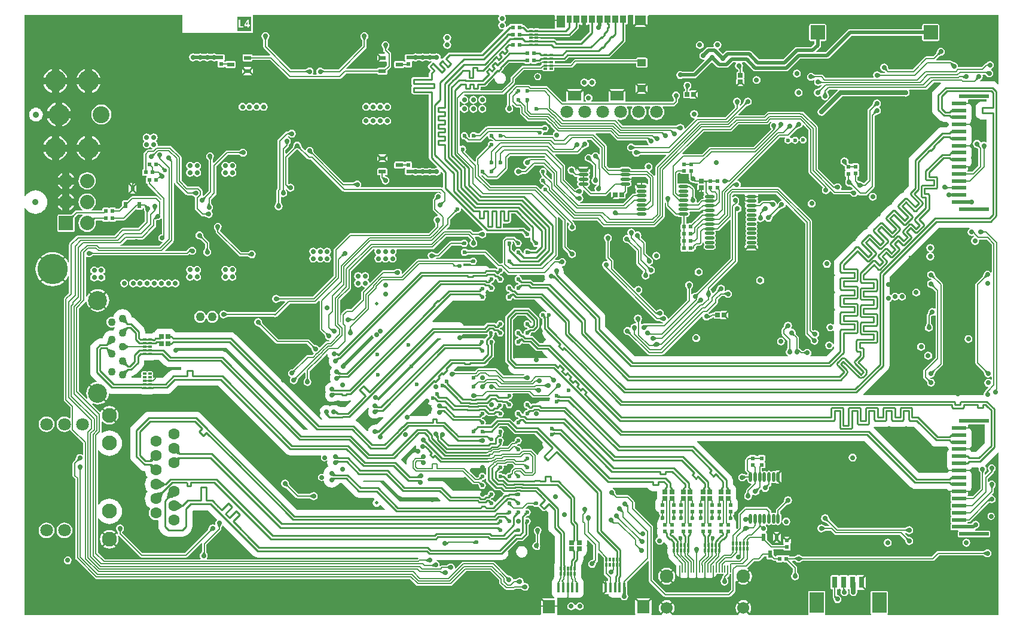
<source format=gbl>
G04 Layer_Physical_Order=4*
G04 Layer_Color=16711680*
%FSLAX25Y25*%
%MOIN*%
G70*
G01*
G75*
%ADD10R,0.08268X0.11811*%
%ADD11R,0.03150X0.06299*%
%ADD16R,0.02520X0.02520*%
%ADD17R,0.02520X0.02520*%
%ADD18R,0.02362X0.02165*%
%ADD24R,0.02165X0.02362*%
%ADD29O,0.05512X0.01772*%
%ADD42R,0.03937X0.02362*%
%ADD52R,0.02362X0.03937*%
%ADD67C,0.00800*%
%ADD68C,0.02000*%
%ADD69C,0.00600*%
%ADD70C,0.01000*%
%ADD72C,0.01500*%
%ADD74C,0.02500*%
%ADD77C,0.00970*%
%ADD78C,0.01100*%
%ADD79C,0.01150*%
%ADD81C,0.01350*%
%ADD84C,0.25590*%
%ADD85C,0.23228*%
%ADD86C,0.03543*%
%ADD87C,0.08000*%
%ADD88R,0.08000X0.08000*%
%ADD89C,0.07087*%
%ADD90C,0.08268*%
%ADD91C,0.06299*%
%ADD92C,0.07480*%
%ADD93C,0.06693*%
G04:AMPARAMS|DCode=94|XSize=118.11mil|YSize=118.11mil|CornerRadius=59.05mil|HoleSize=0mil|Usage=FLASHONLY|Rotation=0.000|XOffset=0mil|YOffset=0mil|HoleType=Round|Shape=RoundedRectangle|*
%AMROUNDEDRECTD94*
21,1,0.11811,0.00000,0,0,0.0*
21,1,0.00000,0.11811,0,0,0.0*
1,1,0.11811,0.00000,0.00000*
1,1,0.11811,0.00000,0.00000*
1,1,0.11811,0.00000,0.00000*
1,1,0.11811,0.00000,0.00000*
%
%ADD94ROUNDEDRECTD94*%
%ADD95C,0.09449*%
%ADD96C,0.04331*%
%ADD97C,0.10630*%
%ADD98C,0.01968*%
%ADD99C,0.16929*%
%ADD100C,0.02756*%
%ADD101C,0.02362*%
%ADD102C,0.05000*%
%ADD103C,0.15748*%
%ADD104R,0.07874X0.07874*%
%ADD105R,0.07087X0.07480*%
%ADD106R,0.01575X0.05315*%
%ADD107R,0.04724X0.03937*%
%ADD108R,0.07480X0.05315*%
%ADD109R,0.06102X0.05315*%
%ADD110R,0.04606X0.07087*%
%ADD111R,0.02953X0.04331*%
%ADD112R,0.03347X0.04331*%
%ADD113R,0.02165X0.01181*%
%ADD114R,0.02165X0.01575*%
%ADD115R,0.02362X0.03740*%
%ADD116R,0.16535X0.02362*%
%ADD117R,0.07874X0.02362*%
%ADD118O,0.01772X0.05512*%
%ADD119R,0.01181X0.02165*%
%ADD120R,0.01575X0.02165*%
%ADD121R,0.00906X0.03937*%
G36*
X-25036Y-32222D02*
X-24795Y-33022D01*
X-25789Y-33658D01*
X-26318Y-31802D01*
X-25036Y-32222D01*
D02*
G37*
G36*
X-13710Y-34134D02*
X-13931Y-34498D01*
X-14498Y-33931D01*
X-14134Y-33710D01*
X-13710Y-34134D01*
D02*
G37*
G36*
X-88996Y-34915D02*
X-89806Y-35372D01*
X-90843Y-33854D01*
X-89244Y-33815D01*
X-88996Y-34915D01*
D02*
G37*
G36*
X-207868Y-31410D02*
X-208465Y-33443D01*
X-210608Y-31299D01*
X-208575Y-30703D01*
X-207868Y-31410D01*
D02*
G37*
G36*
X-114342Y-31246D02*
X-114764Y-32467D01*
X-116128Y-31102D01*
X-114908Y-30681D01*
X-114342Y-31246D01*
D02*
G37*
G36*
X272034Y-31299D02*
X270669Y-32663D01*
X270247Y-31443D01*
X270813Y-30877D01*
X272034Y-31299D01*
D02*
G37*
G36*
X-88996Y-32015D02*
X-89244Y-33115D01*
X-90843Y-33075D01*
X-89806Y-31557D01*
X-88996Y-32015D01*
D02*
G37*
G36*
X14016Y-35965D02*
X12855Y-35400D01*
Y-34600D01*
X14016Y-34035D01*
Y-35965D01*
D02*
G37*
G36*
X-13479Y-38903D02*
X-13819Y-39988D01*
X-14988Y-38819D01*
X-13903Y-38479D01*
X-13479Y-38903D01*
D02*
G37*
G36*
X-8180Y-38805D02*
X-8628Y-40129D01*
X-9844Y-38631D01*
X-8559Y-38336D01*
X-8180Y-38805D01*
D02*
G37*
G36*
X25689Y-40335D02*
X24502Y-39670D01*
Y-39070D01*
X25689Y-38405D01*
Y-40335D01*
D02*
G37*
G36*
X20380Y-37443D02*
X19685Y-37111D01*
Y-36511D01*
X20380Y-36180D01*
Y-37443D01*
D02*
G37*
G36*
X29711Y-34941D02*
X28346Y-36305D01*
X27977Y-34995D01*
X28401Y-34571D01*
X29711Y-34941D01*
D02*
G37*
G36*
X-113362Y-35176D02*
X-113780Y-36395D01*
X-115152Y-35039D01*
X-113931Y-34613D01*
X-113362Y-35176D01*
D02*
G37*
G36*
X-106516Y-36417D02*
X-108445D01*
X-107880Y-35256D01*
X-107080D01*
X-106516Y-36417D01*
D02*
G37*
G36*
X-103014Y-17622D02*
X-104378Y-18986D01*
X-104800Y-17766D01*
X-104234Y-17200D01*
X-103014Y-17622D01*
D02*
G37*
G36*
X-207203Y-17316D02*
Y-18116D01*
X-209084Y-19232D01*
Y-16201D01*
X-207203Y-17316D01*
D02*
G37*
G36*
X166319Y-19685D02*
X164390D01*
X164954Y-18524D01*
X165754D01*
X166319Y-19685D01*
D02*
G37*
G36*
X86518Y-17681D02*
X84938Y-17400D01*
X84811Y-16600D01*
X85690Y-15961D01*
X86518Y-17681D01*
D02*
G37*
G36*
X-10057Y-16177D02*
X-10883Y-16660D01*
X-11743Y-15965D01*
X-11331Y-15122D01*
X-10057Y-16177D01*
D02*
G37*
G36*
X-4450Y-16754D02*
X-5550D01*
X-5827Y-15844D01*
X-4173D01*
X-4450Y-16754D01*
D02*
G37*
G36*
X89145Y-15990D02*
Y-16790D01*
X87984Y-17354D01*
Y-15425D01*
X89145Y-15990D01*
D02*
G37*
G36*
X162382Y-19685D02*
X160453D01*
X161017Y-18524D01*
X161817D01*
X162382Y-19685D01*
D02*
G37*
G36*
X-90154Y-24605D02*
X-90622Y-25730D01*
X-91986Y-24366D01*
X-90861Y-23898D01*
X-90154Y-24605D01*
D02*
G37*
G36*
X-207868Y-27645D02*
X-208575Y-28353D01*
X-210608Y-27756D01*
X-208465Y-25612D01*
X-207868Y-27645D01*
D02*
G37*
G36*
X-71141Y-11330D02*
X-71072Y-11677D01*
X-70591Y-12397D01*
X-70579Y-12515D01*
X-87048Y-28984D01*
X-88208D01*
X-88318Y-28922D01*
X-88565Y-28822D01*
X-88769Y-28719D01*
X-88886Y-28409D01*
X-88847Y-28170D01*
X-88784Y-28133D01*
X-88642Y-27992D01*
X-88482Y-27870D01*
X-88363Y-27714D01*
X-88225Y-27576D01*
X-88124Y-27402D01*
X-88002Y-27243D01*
X-87988Y-27209D01*
X-87833Y-27145D01*
X-87102Y-26584D01*
X-71684Y-11165D01*
X-71141Y-11330D01*
D02*
G37*
G36*
X-187310Y-27918D02*
X-186579Y-28479D01*
X-185728Y-28832D01*
X-184814Y-28952D01*
X-177982D01*
X-177757Y-29452D01*
X-178060Y-30182D01*
X-178113Y-30588D01*
X-182150D01*
X-183064Y-30709D01*
X-183915Y-31061D01*
X-184646Y-31622D01*
X-188161Y-35137D01*
X-193112D01*
X-193396Y-35099D01*
X-193469Y-35069D01*
X-193603Y-35052D01*
Y-34055D01*
X-193766Y-33661D01*
X-193603Y-33268D01*
Y-32087D01*
X-193793Y-31627D01*
X-194252Y-31437D01*
X-196417D01*
X-196850Y-31617D01*
X-197283Y-31437D01*
X-199449D01*
X-199908Y-31627D01*
X-200098Y-32087D01*
Y-33268D01*
X-199935Y-33661D01*
X-200098Y-34055D01*
Y-35052D01*
X-200232Y-35069D01*
X-200304Y-35099D01*
X-200589Y-35137D01*
X-205251D01*
X-205574Y-34637D01*
X-205503Y-34098D01*
X-205451Y-33918D01*
X-204841Y-33838D01*
X-203989Y-33485D01*
X-203258Y-32924D01*
X-199504Y-29169D01*
X-198943Y-28438D01*
X-198590Y-27587D01*
X-198470Y-26673D01*
Y-25270D01*
X-197283D01*
X-196850Y-25213D01*
X-196417Y-25270D01*
X-194252D01*
X-193469Y-25167D01*
X-193396Y-25137D01*
X-193112Y-25100D01*
X-190129D01*
X-187310Y-27918D01*
D02*
G37*
G36*
X-10012Y-18819D02*
X-11181Y-19988D01*
X-11629Y-19149D01*
X-10851Y-18371D01*
X-10012Y-18819D01*
D02*
G37*
G36*
X-216557Y-19488D02*
X-218701Y-21632D01*
X-219297Y-19599D01*
X-218590Y-18892D01*
X-216557Y-19488D01*
D02*
G37*
G36*
X170276Y-22044D02*
X169114Y-21479D01*
Y-20680D01*
X170276Y-20115D01*
Y-22044D01*
D02*
G37*
G36*
X-30335Y-39694D02*
X-30886Y-40515D01*
X-31665Y-40286D01*
X-31312Y-38734D01*
X-30335Y-39694D01*
D02*
G37*
G36*
X16605Y-54080D02*
X16181Y-54988D01*
X15012Y-53819D01*
X15920Y-53394D01*
X16605Y-54080D01*
D02*
G37*
G36*
X-90649Y-54202D02*
X-91190Y-55216D01*
X-92020Y-54969D01*
X-91887Y-53188D01*
X-90649Y-54202D01*
D02*
G37*
G36*
X-41538Y-47036D02*
X-41494Y-47370D01*
X-41073Y-48388D01*
X-40403Y-49261D01*
X-39529Y-49931D01*
X-38512Y-50353D01*
X-38397Y-50368D01*
X-38416Y-50509D01*
X-38265Y-51652D01*
X-37971Y-52362D01*
X-38265Y-53072D01*
X-38416Y-54215D01*
X-38372Y-54548D01*
X-38394Y-54551D01*
X-39245Y-54904D01*
X-39977Y-55465D01*
X-40538Y-56196D01*
X-40586Y-56312D01*
X-50795D01*
X-50987Y-55850D01*
X-42012Y-46876D01*
X-41538Y-47036D01*
D02*
G37*
G36*
X-31857Y-53807D02*
X-32625Y-54312D01*
X-33722Y-52865D01*
X-32124Y-52837D01*
X-31857Y-53807D01*
D02*
G37*
G36*
X-405Y-51575D02*
X-1313Y-51999D01*
X-1999Y-51313D01*
X-1575Y-50406D01*
X-405Y-51575D01*
D02*
G37*
G36*
X-67824Y-50912D02*
X-68072Y-52012D01*
X-69671Y-51972D01*
X-68634Y-50454D01*
X-67824Y-50912D01*
D02*
G37*
G36*
Y-53812D02*
X-68634Y-54270D01*
X-69671Y-52752D01*
X-68072Y-52712D01*
X-67824Y-53812D01*
D02*
G37*
G36*
X-95658Y-55736D02*
X-96612Y-56338D01*
X-97714Y-55178D01*
X-95907Y-54840D01*
X-95658Y-55736D01*
D02*
G37*
G36*
X-73502Y-51819D02*
X-73277Y-52362D01*
X-73594Y-53127D01*
X-73721Y-54090D01*
X-73594Y-55053D01*
X-73222Y-55951D01*
X-72631Y-56721D01*
X-71860Y-57313D01*
X-70963Y-57684D01*
X-70000Y-57811D01*
X-69037Y-57684D01*
X-68140Y-57313D01*
X-68015Y-57217D01*
X-67878Y-57200D01*
X-67758Y-57152D01*
X-67631Y-57125D01*
X-67393Y-57004D01*
X-67146Y-56905D01*
X-67036Y-56843D01*
X-65717D01*
X-65305Y-56789D01*
X-65072Y-57262D01*
X-68837Y-61028D01*
X-68870Y-61029D01*
X-69016Y-61010D01*
X-69263Y-61042D01*
X-69513Y-61051D01*
X-69653Y-61093D01*
X-69799Y-61113D01*
X-70030Y-61208D01*
X-70269Y-61281D01*
X-70337Y-61323D01*
X-70963Y-61406D01*
X-71860Y-61778D01*
X-72631Y-62369D01*
X-73222Y-63140D01*
X-73594Y-64037D01*
X-73660Y-64540D01*
X-74188Y-64719D01*
X-79404Y-59504D01*
X-80135Y-58943D01*
X-80567Y-58764D01*
X-80664Y-58274D01*
X-74056Y-51665D01*
X-73502Y-51819D01*
D02*
G37*
G36*
X226550Y-61944D02*
X227401Y-62296D01*
X228315Y-62417D01*
X230653D01*
X240530Y-72294D01*
X241261Y-72855D01*
X242112Y-73208D01*
X243026Y-73328D01*
X248938D01*
X248972Y-73362D01*
X249517Y-73780D01*
X249829Y-74187D01*
X250239Y-74502D01*
X250255Y-74534D01*
Y-75072D01*
X250239Y-75105D01*
X249829Y-75419D01*
X249348Y-76046D01*
X249046Y-76776D01*
X248943Y-77559D01*
Y-79921D01*
X249046Y-80704D01*
X249047Y-80709D01*
X249046Y-80713D01*
X248943Y-81496D01*
Y-83858D01*
X249046Y-84641D01*
X249348Y-85371D01*
X249829Y-85998D01*
X250239Y-86313D01*
X250255Y-86345D01*
Y-86883D01*
X250239Y-86916D01*
X249829Y-87230D01*
X249517Y-87637D01*
X248972Y-88055D01*
X248938Y-88090D01*
X233423D01*
X208153Y-62820D01*
X208522Y-62339D01*
X209115Y-62417D01*
X214661D01*
X215574Y-62296D01*
X216426Y-61944D01*
X216688Y-61743D01*
X216950Y-61944D01*
X217801Y-62296D01*
X218715Y-62417D01*
X224260D01*
X225174Y-62296D01*
X226026Y-61944D01*
X226288Y-61743D01*
X226550Y-61944D01*
D02*
G37*
G36*
X-107389Y-63508D02*
X-107580Y-63970D01*
X-109721D01*
X-152565Y-21126D01*
X-153296Y-20565D01*
X-154147Y-20212D01*
X-155061Y-20092D01*
X-181870D01*
X-182040Y-19592D01*
X-181790Y-19399D01*
X-181331Y-18801D01*
X-180933Y-18496D01*
X-180817Y-18380D01*
X-152516D01*
X-107389Y-63508D01*
D02*
G37*
G36*
X-10012Y-58819D02*
X-11181Y-59988D01*
X-11605Y-59080D01*
X-10920Y-58394D01*
X-10012Y-58819D01*
D02*
G37*
G36*
X11605Y-55920D02*
X10920Y-56606D01*
X10012Y-56181D01*
X11181Y-55012D01*
X11605Y-55920D01*
D02*
G37*
G36*
X-10012Y-56181D02*
X-10920Y-56606D01*
X-11605Y-55920D01*
X-11181Y-55012D01*
X-10012Y-56181D01*
D02*
G37*
G36*
X11605Y-59080D02*
X11181Y-59988D01*
X10012Y-58819D01*
X10920Y-58394D01*
X11605Y-59080D01*
D02*
G37*
G36*
X-92458Y-43450D02*
X-91798Y-44550D01*
X-92685Y-45038D01*
X-93530Y-43333D01*
X-92458Y-43450D01*
D02*
G37*
G36*
X-33905Y-45409D02*
X-34738Y-45948D01*
X-35681Y-44953D01*
X-34132Y-44642D01*
X-33905Y-45409D01*
D02*
G37*
G36*
X-12828Y-44700D02*
Y-45300D01*
X-14016Y-45965D01*
Y-44035D01*
X-12828Y-44700D01*
D02*
G37*
G36*
X272113Y-42992D02*
X271194D01*
X271253Y-42520D01*
X272054D01*
X272113Y-42992D01*
D02*
G37*
G36*
X32467Y-40748D02*
X31157Y-41118D01*
X30733Y-40694D01*
X31102Y-39384D01*
X32467Y-40748D01*
D02*
G37*
G36*
X276880Y-41611D02*
X276731Y-41755D01*
X275919Y-41537D01*
X276314Y-41045D01*
X276880Y-41611D01*
D02*
G37*
G36*
X20098Y-42355D02*
X19341Y-41639D01*
X19784Y-41039D01*
X21097Y-40796D01*
X20098Y-42355D01*
D02*
G37*
G36*
X33367Y-45095D02*
X33159Y-46065D01*
X31788Y-46028D01*
X32665Y-44713D01*
X33367Y-45095D01*
D02*
G37*
G36*
X4988Y-48819D02*
X3819Y-49988D01*
X3394Y-49080D01*
X4080Y-48395D01*
X4988Y-48819D01*
D02*
G37*
G36*
X16605Y-50920D02*
X15920Y-51606D01*
X15012Y-51181D01*
X16181Y-50012D01*
X16605Y-50920D01*
D02*
G37*
G36*
X-31857Y-50917D02*
X-32124Y-51887D01*
X-33722Y-51859D01*
X-32625Y-50412D01*
X-31857Y-50917D01*
D02*
G37*
G36*
X17854Y-45773D02*
X17854Y-45773D01*
X18218Y-46016D01*
X18647Y-46102D01*
X18647Y-46102D01*
X26870D01*
X26870Y-46102D01*
X27299Y-46016D01*
X27604Y-46414D01*
X27656Y-46540D01*
X27423Y-47105D01*
X27301Y-48025D01*
X22738D01*
X21829Y-48145D01*
X20981Y-48496D01*
X20253Y-49055D01*
X20059Y-49307D01*
X18184D01*
X17683Y-49407D01*
X17444Y-49567D01*
X16960Y-49414D01*
X16891Y-49351D01*
X16866Y-49227D01*
X16428Y-48572D01*
X15773Y-48134D01*
X15000Y-47980D01*
X14227Y-48134D01*
X13572Y-48572D01*
X13134Y-49227D01*
X12980Y-50000D01*
X13134Y-50773D01*
X13572Y-51428D01*
X14227Y-51866D01*
X14791Y-51978D01*
X15248Y-52192D01*
X15346Y-52500D01*
X15248Y-52808D01*
X14791Y-53022D01*
X14227Y-53134D01*
X13572Y-53572D01*
X13134Y-54227D01*
X13006Y-54867D01*
X12538Y-55147D01*
X12092Y-55035D01*
X11978Y-54791D01*
X11866Y-54227D01*
X11428Y-53572D01*
X10773Y-53134D01*
X10000Y-52980D01*
X9227Y-53134D01*
X8572Y-53572D01*
X8134Y-54227D01*
X7980Y-55000D01*
X8134Y-55773D01*
X8572Y-56428D01*
X9227Y-56866D01*
X9791Y-56978D01*
X10248Y-57192D01*
X10346Y-57500D01*
X10248Y-57808D01*
X9791Y-58022D01*
X9227Y-58134D01*
X8572Y-58572D01*
X8134Y-59227D01*
X8083Y-59481D01*
X7541Y-59645D01*
X5908Y-58013D01*
X5478Y-57725D01*
X4971Y-57625D01*
X-1496D01*
X-2003Y-57725D01*
X-2433Y-58013D01*
X-5566Y-61146D01*
X-7827D01*
X-8108Y-60646D01*
X-7980Y-60000D01*
X-8134Y-59227D01*
X-8572Y-58572D01*
X-9227Y-58134D01*
X-9791Y-58022D01*
X-10248Y-57808D01*
X-10346Y-57500D01*
X-10248Y-57192D01*
X-9791Y-56978D01*
X-9227Y-56866D01*
X-8572Y-56428D01*
X-8202Y-55875D01*
X-7652Y-55718D01*
X-7523Y-55846D01*
X-7098Y-56130D01*
X-6597Y-56230D01*
X-3439D01*
X-2937Y-56130D01*
X-2512Y-55846D01*
X-2386Y-55721D01*
X-2180Y-55741D01*
X-1812Y-55853D01*
X-1428Y-56428D01*
X-773Y-56866D01*
X0Y-57020D01*
X773Y-56866D01*
X1428Y-56428D01*
X1866Y-55773D01*
X2020Y-55000D01*
X1866Y-54227D01*
X1428Y-53572D01*
X773Y-53134D01*
X0Y-52980D01*
X-58Y-52856D01*
X223Y-52291D01*
X379Y-52260D01*
X1035Y-51822D01*
X1472Y-51167D01*
X1626Y-50394D01*
X1579Y-50157D01*
X1896Y-49770D01*
X2817D01*
X3022Y-50209D01*
X3134Y-50773D01*
X3572Y-51428D01*
X4227Y-51866D01*
X5000Y-52020D01*
X5773Y-51866D01*
X6428Y-51428D01*
X6866Y-50773D01*
X7020Y-50000D01*
X6866Y-49227D01*
X6428Y-48572D01*
X5773Y-48134D01*
X5209Y-48022D01*
X4749Y-47807D01*
X4705Y-47271D01*
X5000Y-47020D01*
X5773Y-46866D01*
X6428Y-46428D01*
X6866Y-45773D01*
X7020Y-45000D01*
X6869Y-44240D01*
X6853Y-44150D01*
X7142Y-43740D01*
X15821D01*
X17854Y-45773D01*
D02*
G37*
G36*
X-35410Y-46620D02*
X-35949Y-47453D01*
X-36715Y-47226D01*
X-36405Y-45676D01*
X-35410Y-46620D01*
D02*
G37*
G36*
X-33033Y-13351D02*
X-33390Y-13499D01*
X-34132Y-14068D01*
X-67658Y-47594D01*
X-67758Y-47573D01*
X-67878Y-47524D01*
X-68015Y-47508D01*
X-68140Y-47412D01*
X-68815Y-47132D01*
X-68969Y-46578D01*
X-35271Y-12881D01*
X-33204D01*
X-33033Y-13351D01*
D02*
G37*
G36*
X33367Y-47985D02*
X32665Y-48367D01*
X31788Y-47052D01*
X33159Y-47015D01*
X33367Y-47985D01*
D02*
G37*
G36*
X125984Y10847D02*
X124823Y11411D01*
Y12211D01*
X125984Y12776D01*
Y10847D01*
D02*
G37*
G36*
X110593Y11536D02*
X110171Y10316D01*
X108807Y11680D01*
X110027Y12102D01*
X110593Y11536D01*
D02*
G37*
G36*
X6611Y10904D02*
X6181Y10012D01*
X5012Y11181D01*
X5904Y11611D01*
X6611Y10904D01*
D02*
G37*
G36*
X123018Y13386D02*
X121797Y12964D01*
X121232Y13530D01*
X121654Y14750D01*
X123018Y13386D01*
D02*
G37*
G36*
X105715Y14587D02*
X104915D01*
X104350Y15748D01*
X106280D01*
X105715Y14587D01*
D02*
G37*
G36*
X6611Y14096D02*
X5904Y13389D01*
X5012Y13819D01*
X6181Y14988D01*
X6611Y14096D01*
D02*
G37*
G36*
X-10244Y13516D02*
X-11080Y13142D01*
X-11680Y14098D01*
X-11160Y14892D01*
X-10244Y13516D01*
D02*
G37*
G36*
X-10012Y11181D02*
X-11181Y10012D01*
X-11629Y10851D01*
X-10851Y11629D01*
X-10012Y11181D01*
D02*
G37*
G36*
X88016Y35D02*
X86855Y600D01*
Y1400D01*
X88016Y1965D01*
Y35D01*
D02*
G37*
G36*
X9843Y-149587D02*
X8681Y-149022D01*
Y-148222D01*
X9843Y-147658D01*
Y-149587D01*
D02*
G37*
G36*
X-152185Y794D02*
Y-6D01*
X-153347Y-571D01*
Y1358D01*
X-152185Y794D01*
D02*
G37*
G36*
X111580Y6919D02*
X110382Y6580D01*
X109894Y7222D01*
X110403Y8447D01*
X111580Y6919D01*
D02*
G37*
G36*
X117000Y12889D02*
X115943Y11811D01*
X116908Y10827D01*
X117106D01*
X116542Y9666D01*
X116419D01*
X116400Y9631D01*
X116077Y9666D01*
X115742D01*
X115723Y9704D01*
X115600Y9717D01*
X115081Y10931D01*
X115943Y11811D01*
X115081Y12691D01*
X115600Y13905D01*
X116400Y13991D01*
X117000Y12889D01*
D02*
G37*
G36*
X109793Y8717D02*
X108993D01*
X109005Y8940D01*
X109728Y9290D01*
X109793Y8717D01*
D02*
G37*
G36*
X-122855Y9400D02*
Y8600D01*
X-124016Y8035D01*
Y9965D01*
X-122855Y9400D01*
D02*
G37*
G36*
X-58071Y22658D02*
X-59232Y23222D01*
Y24022D01*
X-58071Y24587D01*
Y22658D01*
D02*
G37*
G36*
X31996Y22495D02*
X30996D01*
X30531Y23622D01*
X32461D01*
X31996Y22495D01*
D02*
G37*
G36*
X271640Y21181D02*
X270419Y20759D01*
X269854Y21325D01*
X270276Y22545D01*
X271640Y21181D01*
D02*
G37*
G36*
X69625Y-151537D02*
X68564D01*
X68695Y-149933D01*
X69494D01*
X69625Y-151537D01*
D02*
G37*
G36*
X12796Y-152539D02*
X11634Y-151975D01*
Y-151175D01*
X12796Y-150610D01*
Y-152539D01*
D02*
G37*
G36*
X261682Y48135D02*
X261225Y47830D01*
X260744Y47110D01*
X260575Y46260D01*
X260744Y45410D01*
X261225Y44690D01*
X261946Y44208D01*
X262795Y44039D01*
X263645Y44208D01*
X263672Y44227D01*
X264032Y43867D01*
X263847Y43345D01*
X263194Y42909D01*
X262712Y42188D01*
X262543Y41339D01*
X262712Y40489D01*
X263194Y39768D01*
X263914Y39287D01*
X264764Y39118D01*
X265614Y39287D01*
X266334Y39768D01*
X266815Y40489D01*
X266984Y41339D01*
X266913Y41697D01*
X267230Y42084D01*
X271147D01*
X273973Y39257D01*
Y23907D01*
X273473Y23756D01*
X273224Y24129D01*
X272503Y24611D01*
X271654Y24780D01*
X270804Y24611D01*
X270083Y24129D01*
X269602Y23409D01*
X269454Y22665D01*
X269150Y21786D01*
X265277Y17912D01*
X265011Y17515D01*
X264918Y17047D01*
Y-26772D01*
X265011Y-27240D01*
X265277Y-27637D01*
X269544Y-31904D01*
X269848Y-32783D01*
X269996Y-33527D01*
X270477Y-34247D01*
X271197Y-34729D01*
X272047Y-34898D01*
X272897Y-34729D01*
X273473Y-34344D01*
X273973Y-34546D01*
Y-35926D01*
X273473Y-36129D01*
X272897Y-35744D01*
X272047Y-35575D01*
X271197Y-35744D01*
X270477Y-36225D01*
X269996Y-36946D01*
X269827Y-37795D01*
X269996Y-38645D01*
X270477Y-39366D01*
X271197Y-39847D01*
X271774Y-39962D01*
X271939Y-40504D01*
X270788Y-41655D01*
X270523Y-42052D01*
X270459Y-42373D01*
X270444Y-42418D01*
X270436Y-42486D01*
X270083Y-42721D01*
X269602Y-43442D01*
X269433Y-44291D01*
X269437Y-44312D01*
X269120Y-44698D01*
X257070D01*
X256156Y-44818D01*
X255305Y-45171D01*
X255043Y-45372D01*
X254780Y-45171D01*
X253929Y-44818D01*
X253015Y-44698D01*
X241958D01*
X241957Y-44698D01*
X202667D01*
X202475Y-44236D01*
X215910Y-30801D01*
X216471Y-30070D01*
X216824Y-29218D01*
X216944Y-28305D01*
Y7310D01*
X217385Y7397D01*
X218106Y7879D01*
X218587Y8599D01*
X218600Y8605D01*
X219229Y8185D01*
X220079Y8016D01*
X220929Y8185D01*
X221649Y8666D01*
X221797Y8888D01*
X222297D01*
X222446Y8666D01*
X223166Y8185D01*
X224016Y8016D01*
X224866Y8185D01*
X225586Y8666D01*
X226067Y9386D01*
X226236Y10236D01*
X226067Y11086D01*
X225586Y11806D01*
X224866Y12288D01*
X224016Y12457D01*
X223166Y12288D01*
X222446Y11806D01*
X222297Y11585D01*
X221797D01*
X221649Y11806D01*
X220929Y12288D01*
X220079Y12457D01*
X219229Y12288D01*
X218509Y11806D01*
X218027Y11086D01*
X218014Y11080D01*
X217385Y11500D01*
X216944Y11588D01*
Y21007D01*
X244572Y48635D01*
X261530D01*
X261682Y48135D01*
D02*
G37*
G36*
X-12Y23819D02*
X-904Y23389D01*
X-1611Y24096D01*
X-1181Y24988D01*
X-12Y23819D01*
D02*
G37*
G36*
X30753Y21136D02*
X30213Y20261D01*
X29289Y20467D01*
X29629Y22274D01*
X30753Y21136D01*
D02*
G37*
G36*
X4056Y22757D02*
X4453Y22492D01*
X4921Y22399D01*
X9341D01*
X9390Y21899D01*
X9227Y21866D01*
X8572Y21428D01*
X8134Y20773D01*
X7980Y20000D01*
X8134Y19227D01*
X8572Y18572D01*
X9227Y18134D01*
X9785Y18023D01*
X10228Y17809D01*
X10326Y17500D01*
X10228Y17191D01*
X9785Y16977D01*
X9227Y16866D01*
X8572Y16428D01*
X8134Y15773D01*
X8020Y15201D01*
X7937Y14974D01*
X7671Y14814D01*
X7109Y14941D01*
X6977Y15215D01*
X6866Y15773D01*
X6428Y16428D01*
X5773Y16866D01*
X5000Y17020D01*
X4227Y16866D01*
X3572Y16428D01*
X3134Y15773D01*
X2980Y15000D01*
X3134Y14227D01*
X3572Y13572D01*
X4227Y13134D01*
X4785Y13023D01*
X5228Y12809D01*
X5326Y12500D01*
X5228Y12191D01*
X4785Y11977D01*
X4227Y11866D01*
X3572Y11428D01*
X3134Y10773D01*
X2980Y10000D01*
X3134Y9227D01*
X3572Y8572D01*
X4227Y8134D01*
X5000Y7980D01*
X5773Y8134D01*
X6428Y8572D01*
X6866Y9227D01*
X6870Y9249D01*
X7413Y9413D01*
X7752Y9074D01*
X8183Y8786D01*
X8690Y8686D01*
X19230D01*
X19412Y8246D01*
X19973Y7515D01*
X25624Y1864D01*
X25627Y1838D01*
X25598Y1767D01*
X25516Y1696D01*
X24979Y1580D01*
X24551Y1866D01*
X23778Y2020D01*
X23005Y1866D01*
X22350Y1428D01*
X21912Y773D01*
X21758Y0D01*
X21912Y-773D01*
X22350Y-1428D01*
X23005Y-1866D01*
X23230Y-1911D01*
X23281Y-2014D01*
Y-5121D01*
X22996Y-5808D01*
X22876Y-6721D01*
X22996Y-7635D01*
X23349Y-8486D01*
X23683Y-8922D01*
X23649Y-9005D01*
X23528Y-9919D01*
X23649Y-10833D01*
X24001Y-11684D01*
X24562Y-12415D01*
X25521Y-13374D01*
X25401Y-13962D01*
X24824Y-14405D01*
X24263Y-15136D01*
X24081Y-15575D01*
X21964D01*
X18415Y-12026D01*
X17985Y-11739D01*
X17478Y-11638D01*
X16891D01*
X16659Y-11138D01*
X16976Y-10663D01*
X17087Y-10105D01*
X17297Y-9670D01*
X18462D01*
X18969Y-9569D01*
X19399Y-9282D01*
X21438Y-7243D01*
X21725Y-6813D01*
X21826Y-6306D01*
Y-2207D01*
X21725Y-1700D01*
X21438Y-1270D01*
X16447Y3721D01*
X16017Y4009D01*
X15509Y4110D01*
X8113D01*
X7605Y4009D01*
X7175Y3721D01*
X3168Y-286D01*
X2881Y-716D01*
X2780Y-1223D01*
Y-25352D01*
X2881Y-25859D01*
X3168Y-26289D01*
X4885Y-28006D01*
X4703Y-28445D01*
X4583Y-29359D01*
X4703Y-30273D01*
X5055Y-31124D01*
X5616Y-31855D01*
X6348Y-32416D01*
X7199Y-32769D01*
X8113Y-32889D01*
X13339D01*
X13520Y-33370D01*
X12683Y-33777D01*
X2042D01*
X-1595Y-30139D01*
X-1992Y-29874D01*
X-2461Y-29780D01*
X-12106D01*
X-12574Y-29874D01*
X-12971Y-30139D01*
X-14231Y-31398D01*
X-24930D01*
X-25606Y-31177D01*
X-25743Y-30606D01*
X-24468Y-29332D01*
X-23899Y-28590D01*
X-23895Y-28581D01*
X-20493D01*
X-20431Y-28622D01*
X-19904Y-28726D01*
X-16804D01*
X-16278Y-28622D01*
X-16216Y-28581D01*
X-9800D01*
X-8873Y-28459D01*
X-8010Y-28101D01*
X-7268Y-27532D01*
X-6699Y-26790D01*
X-6417Y-26109D01*
X-4027Y-23719D01*
X-4027Y-23719D01*
X-3728Y-23272D01*
X-3624Y-22746D01*
X-3624Y-22746D01*
Y-16840D01*
X-3437Y-16227D01*
X-3134Y-15773D01*
X-2980Y-15000D01*
X-3134Y-14227D01*
X-3572Y-13572D01*
X-4209Y-13146D01*
X-4277Y-13089D01*
X-4383Y-12614D01*
X-4027Y-12257D01*
X-4027Y-12257D01*
X-3728Y-11810D01*
X-3671Y-11522D01*
X-3244Y-10883D01*
X-3090Y-10110D01*
X-2816Y-9776D01*
X-2219D01*
X-1973Y-10237D01*
X-1866Y-10773D01*
X-1428Y-11428D01*
X-773Y-11866D01*
X0Y-12020D01*
X773Y-11866D01*
X1428Y-11428D01*
X1866Y-10773D01*
X2020Y-10000D01*
X1866Y-9227D01*
X1428Y-8572D01*
X773Y-8134D01*
X237Y-8027D01*
X-161Y-7815D01*
X-258Y-7500D01*
X-161Y-7185D01*
X237Y-6973D01*
X773Y-6866D01*
X1428Y-6428D01*
X1866Y-5773D01*
X2020Y-5000D01*
X1866Y-4227D01*
X1428Y-3572D01*
X773Y-3134D01*
X0Y-2980D01*
X-773Y-3134D01*
X-1428Y-3572D01*
X-1866Y-4227D01*
X-1925Y-4521D01*
X-2436Y-4692D01*
X-2492Y-4674D01*
X-2901Y-4400D01*
X-3428Y-4296D01*
X-6793D01*
X-6793Y-4296D01*
X-7319Y-4400D01*
X-7766Y-4699D01*
X-7766Y-4699D01*
X-9191Y-6124D01*
X-20303D01*
X-20474Y-5710D01*
X-21043Y-4968D01*
X-21785Y-4399D01*
X-22648Y-4041D01*
X-23575Y-3919D01*
X-37500D01*
X-37618Y-3935D01*
X-37852Y-3461D01*
X-26371Y8019D01*
X-11600D01*
X-10756Y8130D01*
X-10000Y7980D01*
X-9227Y8134D01*
X-8572Y8572D01*
X-8134Y9227D01*
X-7980Y10000D01*
X-8130Y10756D01*
X-8019Y11600D01*
X-8138Y12500D01*
X-8019Y13400D01*
X-8062Y13723D01*
X-7919Y13741D01*
X-7275Y14008D01*
X-7055Y14099D01*
X-6595Y13822D01*
X-6428Y13572D01*
X-5773Y13134D01*
X-5000Y12980D01*
X-4227Y13134D01*
X-3572Y13572D01*
X-3134Y14227D01*
X-2980Y15000D01*
X-3134Y15773D01*
X-3572Y16428D01*
X-4227Y16866D01*
X-4593Y16939D01*
X-4623Y16959D01*
X-4915Y17413D01*
X-4651Y18049D01*
X-4227Y18134D01*
X-3572Y18572D01*
X-3134Y19227D01*
X-3005Y19872D01*
X-2544Y20173D01*
X-2118Y20078D01*
X-1977Y19785D01*
X-1866Y19227D01*
X-1428Y18572D01*
X-773Y18134D01*
X0Y17980D01*
X773Y18134D01*
X1428Y18572D01*
X1866Y19227D01*
X2020Y20000D01*
X1866Y20773D01*
X1428Y21428D01*
X773Y21866D01*
X215Y21977D01*
X-228Y22191D01*
X-326Y22500D01*
X-228Y22809D01*
X215Y23023D01*
X773Y23134D01*
X1428Y23572D01*
X1866Y24227D01*
X1882Y24307D01*
X2361Y24452D01*
X4056Y22757D01*
D02*
G37*
G36*
X11611Y15904D02*
X11181Y15012D01*
X10012Y16181D01*
X10904Y16611D01*
X11611Y15904D01*
D02*
G37*
G36*
X-5012Y16181D02*
X-6181Y15012D01*
X-6629Y15851D01*
X-5851Y16629D01*
X-5012Y16181D01*
D02*
G37*
G36*
X24783Y21972D02*
X24729Y21560D01*
X24856Y20597D01*
X25176Y19825D01*
X24774Y19517D01*
X24213Y18786D01*
X24031Y18346D01*
X18554D01*
X17563Y19337D01*
X17133Y19625D01*
X16626Y19726D01*
X12213D01*
X11977Y20215D01*
X11866Y20773D01*
X11428Y21428D01*
X10773Y21866D01*
X10610Y21899D01*
X10659Y22399D01*
X24335D01*
X24783Y21972D01*
D02*
G37*
G36*
X-12Y21181D02*
X-1181Y20012D01*
X-1611Y20904D01*
X-904Y21611D01*
X-12Y21181D01*
D02*
G37*
G36*
X11611Y19096D02*
X10904Y18389D01*
X10012Y18819D01*
X11181Y19988D01*
X11611Y19096D01*
D02*
G37*
G36*
X-5012Y18819D02*
X-5851Y18371D01*
X-6629Y19149D01*
X-6181Y19988D01*
X-5012Y18819D01*
D02*
G37*
G36*
X117106Y-387D02*
Y-1187D01*
X115945Y-1752D01*
Y177D01*
X117106Y-387D01*
D02*
G37*
G36*
X174898Y-9438D02*
X174358Y-11247D01*
X173637Y-10204D01*
X173854Y-9289D01*
X174898Y-9438D01*
D02*
G37*
G36*
X84169Y-10314D02*
X83638Y-11114D01*
X82412Y-11315D01*
X83341Y-9685D01*
X84169Y-10314D01*
D02*
G37*
G36*
X11611Y-10904D02*
X10904Y-11611D01*
X10012Y-11181D01*
X11181Y-10012D01*
X11611Y-10904D01*
D02*
G37*
G36*
X72666Y-10092D02*
X72100Y-10658D01*
X70880Y-10236D01*
X72244Y-8872D01*
X72666Y-10092D01*
D02*
G37*
G36*
X-207868Y-7788D02*
X-208465Y-9821D01*
X-210608Y-7677D01*
X-208575Y-7080D01*
X-207868Y-7788D01*
D02*
G37*
G36*
X16722Y-8986D02*
X16291Y-9878D01*
X15122Y-8709D01*
X16014Y-8278D01*
X16722Y-8986D01*
D02*
G37*
G36*
X-12Y-8819D02*
X-1181Y-9988D01*
X-1629Y-9149D01*
X-851Y-8371D01*
X-12Y-8819D01*
D02*
G37*
G36*
X164201Y-11077D02*
X163636Y-11642D01*
X162415Y-11220D01*
X163779Y-9856D01*
X164201Y-11077D01*
D02*
G37*
G36*
X175183Y-13002D02*
X173819Y-14366D01*
X173397Y-13145D01*
X173963Y-12580D01*
X175183Y-13002D01*
D02*
G37*
G36*
X11611Y-14096D02*
X11181Y-14988D01*
X10012Y-13819D01*
X10904Y-13389D01*
X11611Y-14096D01*
D02*
G37*
G36*
X-216557Y-15945D02*
X-218590Y-16542D01*
X-219297Y-15834D01*
X-218701Y-13801D01*
X-216557Y-15945D01*
D02*
G37*
G36*
X87084Y-12687D02*
X87090Y-13487D01*
X85933Y-14054D01*
X85919Y-12125D01*
X87084Y-12687D01*
D02*
G37*
G36*
X-95486Y-10433D02*
X-96850Y-11797D01*
X-97272Y-10577D01*
X-96707Y-10011D01*
X-95486Y-10433D01*
D02*
G37*
G36*
X-5115Y-12177D02*
X-6154Y-11660D01*
X-5857Y-11025D01*
X-4358Y-11021D01*
X-5115Y-12177D01*
D02*
G37*
G36*
X-7154Y-10795D02*
X-7004Y-11340D01*
X-8601Y-12938D01*
X-8655Y-13019D01*
X-9328Y-13171D01*
X-9383Y-13134D01*
X-10156Y-12980D01*
X-10850Y-13118D01*
X-11600Y-13019D01*
X-22717D01*
X-22816Y-12519D01*
X-22530Y-12401D01*
X-21789Y-11832D01*
X-21220Y-11090D01*
X-21060Y-10704D01*
X-20707D01*
X-20567Y-10676D01*
X-7875D01*
X-7541Y-10610D01*
X-7154Y-10795D01*
D02*
G37*
G36*
X77581Y-3910D02*
X76781Y-4173D01*
X76143Y-3195D01*
X77985Y-2622D01*
X77581Y-3910D01*
D02*
G37*
G36*
X17375Y-3502D02*
Y-4224D01*
X16875Y-4273D01*
X16866Y-4227D01*
X16428Y-3572D01*
X15773Y-3134D01*
X15000Y-2980D01*
X14227Y-3134D01*
X13572Y-3572D01*
X13134Y-4227D01*
X12980Y-5000D01*
X13134Y-5773D01*
X13572Y-6428D01*
X14227Y-6866D01*
X14785Y-6977D01*
X15228Y-7191D01*
X15235Y-7202D01*
X15265Y-7589D01*
X15189Y-7771D01*
X14895Y-7913D01*
X14337Y-8023D01*
X13682Y-8461D01*
X13244Y-9117D01*
X13094Y-9872D01*
X13088Y-9892D01*
X12676Y-10281D01*
X12188Y-10222D01*
X11977Y-9785D01*
X11866Y-9227D01*
X11428Y-8572D01*
X10773Y-8134D01*
X10000Y-7980D01*
X9227Y-8134D01*
X8572Y-8572D01*
X8134Y-9227D01*
X7980Y-10000D01*
X8134Y-10773D01*
X8572Y-11428D01*
X9227Y-11866D01*
X9785Y-11977D01*
X10228Y-12191D01*
X10326Y-12500D01*
X10228Y-12809D01*
X9785Y-13023D01*
X9227Y-13134D01*
X8572Y-13572D01*
X8134Y-14227D01*
X7980Y-15000D01*
X8134Y-15773D01*
X8572Y-16428D01*
X9227Y-16866D01*
X10000Y-17020D01*
X10773Y-16866D01*
X11428Y-16428D01*
X11761Y-15931D01*
X12073Y-15780D01*
X12372Y-15791D01*
X12668Y-15988D01*
X13175Y-16089D01*
X16183D01*
X19732Y-19638D01*
X20162Y-19925D01*
X20669Y-20026D01*
X23336D01*
X23518Y-20466D01*
X24079Y-21197D01*
X26449Y-23567D01*
X26257Y-24029D01*
X8858D01*
X7945Y-24149D01*
X7641Y-24275D01*
X7231Y-23952D01*
Y-2517D01*
X9407Y-341D01*
X14215D01*
X17375Y-3502D01*
D02*
G37*
G36*
X-207868Y-4023D02*
X-208575Y-4730D01*
X-210608Y-4134D01*
X-208465Y-1990D01*
X-207868Y-4023D01*
D02*
G37*
G36*
X-82855Y-2100D02*
Y-2900D01*
X-84016Y-3465D01*
Y-1535D01*
X-82855Y-2100D01*
D02*
G37*
G36*
X27233Y-1181D02*
X26906Y-1843D01*
X25906Y-1551D01*
X26068Y-186D01*
X27233Y-1181D01*
D02*
G37*
G36*
X25106Y-1551D02*
X24106Y-1843D01*
X23780Y-1181D01*
X24945Y-186D01*
X25106Y-1551D01*
D02*
G37*
G36*
X90016Y-2965D02*
X88855Y-2400D01*
Y-1600D01*
X90016Y-1035D01*
Y-2965D01*
D02*
G37*
G36*
X-133200Y-5234D02*
X-133766Y-5800D01*
X-134986Y-5378D01*
X-133622Y-4014D01*
X-133200Y-5234D01*
D02*
G37*
G36*
X-82697Y-8858D02*
X-84626D01*
X-84061Y-7697D01*
X-83261D01*
X-82697Y-8858D01*
D02*
G37*
G36*
X75203Y-9035D02*
X74403D01*
X73839Y-7874D01*
X75768D01*
X75203Y-9035D01*
D02*
G37*
G36*
X-93227Y-7676D02*
X-93747Y-9485D01*
X-94470Y-8458D01*
X-94265Y-7531D01*
X-93227Y-7676D01*
D02*
G37*
G36*
X160419Y-7283D02*
X159199Y-7705D01*
X158633Y-7140D01*
X159055Y-5919D01*
X160419Y-7283D01*
D02*
G37*
G36*
X16611Y-5904D02*
X15904Y-6611D01*
X15012Y-6181D01*
X16181Y-5012D01*
X16611Y-5904D01*
D02*
G37*
G36*
X-12Y-6181D02*
X-851Y-6629D01*
X-1629Y-5851D01*
X-1181Y-5012D01*
X-12Y-6181D01*
D02*
G37*
G36*
X81871Y-5627D02*
X82095Y-6427D01*
X81342Y-7025D01*
X80272Y-5545D01*
X81871Y-5627D01*
D02*
G37*
G36*
X30603Y-63555D02*
X30395Y-64525D01*
X29024Y-64488D01*
X29901Y-63173D01*
X30603Y-63555D01*
D02*
G37*
G36*
X138764Y-113183D02*
X139016Y-113983D01*
X138030Y-114620D01*
X137478Y-112771D01*
X138764Y-113183D01*
D02*
G37*
G36*
X4966Y-113796D02*
X3796Y-114966D01*
X3366Y-114073D01*
X4073Y-113366D01*
X4966Y-113796D01*
D02*
G37*
G36*
X49400Y-115145D02*
X48600D01*
X48035Y-113984D01*
X49965D01*
X49400Y-115145D01*
D02*
G37*
G36*
X66503Y-113379D02*
X65815Y-113822D01*
X64597Y-113262D01*
X66209Y-112201D01*
X66503Y-113379D01*
D02*
G37*
G36*
X101614Y-112542D02*
X99961D01*
X100487Y-111535D01*
X101087D01*
X101614Y-112542D01*
D02*
G37*
G36*
X97677D02*
X96024D01*
X96550Y-111535D01*
X97150D01*
X97677Y-112542D01*
D02*
G37*
G36*
X91378D02*
X89724D01*
X90251Y-111535D01*
X90851D01*
X91378Y-112542D01*
D02*
G37*
G36*
X-28543Y-141713D02*
X-29704Y-141148D01*
Y-140348D01*
X-28543Y-139784D01*
Y-141713D01*
D02*
G37*
G36*
X-156293Y-118287D02*
X-157093D01*
X-157658Y-117126D01*
X-155728D01*
X-156293Y-118287D01*
D02*
G37*
G36*
X145484Y-117525D02*
X145251Y-118325D01*
X144568Y-118608D01*
X144002Y-118042D01*
X144285Y-117359D01*
X145085Y-117125D01*
X145484Y-117525D01*
D02*
G37*
G36*
X138596Y-118104D02*
X139003Y-118904D01*
X138113Y-119544D01*
X137306Y-117808D01*
X138596Y-118104D01*
D02*
G37*
G36*
X228719Y-95916D02*
X229450Y-96477D01*
X230301Y-96830D01*
X231215Y-96950D01*
X248938D01*
X248972Y-96984D01*
X249517Y-97402D01*
X249829Y-97809D01*
X250455Y-98290D01*
X250949Y-98494D01*
Y-99606D01*
X251027Y-99997D01*
X251142Y-100170D01*
X251392Y-100604D01*
X251215Y-100869D01*
X251153Y-101181D01*
Y-103543D01*
X251215Y-103855D01*
X251392Y-104120D01*
Y-104541D01*
X251215Y-104806D01*
X251153Y-105118D01*
Y-107480D01*
X251215Y-107792D01*
X251392Y-108057D01*
Y-108478D01*
X251215Y-108743D01*
X251153Y-109055D01*
Y-111417D01*
X251215Y-111730D01*
X251392Y-111994D01*
Y-112415D01*
X251215Y-112680D01*
X251153Y-112992D01*
Y-115354D01*
X251215Y-115666D01*
X251392Y-115931D01*
Y-116352D01*
X251215Y-116617D01*
X251153Y-116929D01*
Y-119291D01*
X251215Y-119604D01*
X251392Y-119868D01*
X251656Y-120045D01*
X251969Y-120107D01*
X255093D01*
X255363Y-120607D01*
X255256Y-120866D01*
Y-123228D01*
X255446Y-123688D01*
X255906Y-123878D01*
X272441D01*
X272900Y-123688D01*
X273090Y-123228D01*
Y-120866D01*
X272900Y-120407D01*
X272441Y-120217D01*
X264767D01*
X264615Y-119717D01*
X265077Y-119408D01*
X265428Y-119057D01*
X265810Y-118981D01*
X266531Y-118499D01*
X267012Y-117779D01*
X267181Y-116929D01*
X267012Y-116079D01*
X266531Y-115359D01*
X265810Y-114877D01*
X264961Y-114708D01*
X264111Y-114877D01*
X263390Y-115359D01*
X262909Y-116079D01*
X262870Y-116275D01*
X260783D01*
X260564Y-115850D01*
X260798Y-115397D01*
X261417D01*
X261885Y-115304D01*
X262282Y-115038D01*
X272588Y-104733D01*
X272985Y-104686D01*
X273166Y-104807D01*
X274016Y-104976D01*
X274866Y-104807D01*
X275586Y-104326D01*
X276067Y-103606D01*
X276236Y-102756D01*
X276067Y-101906D01*
X275586Y-101186D01*
X274866Y-100704D01*
X274289Y-100590D01*
X274124Y-100047D01*
X274881Y-99290D01*
X275146Y-98893D01*
X275239Y-98425D01*
Y-96805D01*
X275646Y-95969D01*
X276067Y-95338D01*
X276236Y-94488D01*
X276067Y-93638D01*
X275586Y-92918D01*
X274866Y-92437D01*
X274016Y-92268D01*
X273166Y-92437D01*
X272446Y-92918D01*
X272393Y-92997D01*
X271893Y-92845D01*
Y-91255D01*
X274881Y-88267D01*
X275146Y-87870D01*
X275185Y-87672D01*
X275385Y-87138D01*
X275586Y-87003D01*
X276067Y-86283D01*
X276236Y-85433D01*
X276067Y-84583D01*
X275586Y-83863D01*
X274866Y-83381D01*
X274016Y-83213D01*
X273166Y-83381D01*
X272446Y-83863D01*
X271964Y-84583D01*
X271795Y-85433D01*
X271964Y-86283D01*
X272446Y-87003D01*
X272467Y-87220D01*
X270583Y-89104D01*
X270121Y-88913D01*
Y-88144D01*
X270528Y-87307D01*
X270949Y-86677D01*
X271118Y-85827D01*
X270949Y-84977D01*
X270468Y-84257D01*
X270358Y-84183D01*
X270309Y-83686D01*
X277419Y-76576D01*
X277919Y-76783D01*
Y-167289D01*
X216033D01*
X215912Y-166798D01*
X216102Y-166339D01*
Y-154528D01*
X215912Y-154068D01*
X215453Y-153878D01*
X207185D01*
X206726Y-154068D01*
X206536Y-154528D01*
Y-166339D01*
X206726Y-166798D01*
X206605Y-167289D01*
X181190D01*
X181070Y-166798D01*
X181260Y-166339D01*
Y-154528D01*
X181070Y-154068D01*
X180610Y-153878D01*
X172343D01*
X171883Y-154068D01*
X171693Y-154528D01*
Y-166339D01*
X171883Y-166798D01*
X171762Y-167289D01*
X138406D01*
X138241Y-166802D01*
X135531Y-164093D01*
X132822Y-166802D01*
X132657Y-167289D01*
X95689D01*
X95524Y-166802D01*
X92815Y-164093D01*
X90105Y-166802D01*
X89940Y-167289D01*
X84437D01*
X84170Y-166789D01*
X84210Y-166729D01*
X84287Y-166339D01*
Y-158858D01*
X84236Y-158598D01*
X80078Y-162755D01*
X79724Y-162402D01*
X79371Y-162755D01*
X75213Y-158598D01*
X75161Y-158858D01*
Y-166339D01*
X75239Y-166729D01*
X75279Y-166789D01*
X75012Y-167289D01*
X31878D01*
X31610Y-166789D01*
X31651Y-166729D01*
X31728Y-166339D01*
Y-158858D01*
X31651Y-158468D01*
X31490Y-158228D01*
X31628Y-157879D01*
X31727Y-157750D01*
X33268D01*
X33760Y-157685D01*
X34252Y-157750D01*
X35827D01*
X36610Y-157647D01*
X37340Y-157345D01*
X37598Y-157146D01*
X37857Y-157345D01*
X38587Y-157647D01*
X39370Y-157750D01*
X40945D01*
X41437Y-157685D01*
X41929Y-157750D01*
X43504D01*
X44287Y-157647D01*
X45017Y-157345D01*
X45644Y-156864D01*
X46124Y-156237D01*
X46427Y-155508D01*
X46530Y-154724D01*
Y-149409D01*
X46427Y-148626D01*
X46124Y-147897D01*
X45714Y-147362D01*
X45686Y-147295D01*
X45352Y-146859D01*
X45242Y-146020D01*
X45103Y-145686D01*
X45152Y-145315D01*
Y-143150D01*
X45095Y-142717D01*
X45152Y-142283D01*
Y-140118D01*
X45049Y-139335D01*
X45019Y-139263D01*
X45014Y-139225D01*
X45333Y-138906D01*
X45894Y-138174D01*
X46247Y-137323D01*
X46367Y-136409D01*
Y-134505D01*
X46773Y-134337D01*
X47400Y-133856D01*
X47880Y-133230D01*
X48183Y-132500D01*
X48286Y-131717D01*
Y-129197D01*
X48213Y-128646D01*
X48286Y-128095D01*
Y-125575D01*
X48278Y-125519D01*
X48752Y-125285D01*
X51926Y-128460D01*
Y-136286D01*
X51075Y-136580D01*
X50331Y-136728D01*
X49611Y-137209D01*
X49130Y-137930D01*
X48961Y-138779D01*
X49130Y-139629D01*
X49611Y-140350D01*
X50331Y-140831D01*
X51181Y-141000D01*
X52031Y-140831D01*
X52751Y-140350D01*
X53233Y-139629D01*
X53381Y-138885D01*
X53685Y-138006D01*
X54015Y-137676D01*
X54280Y-137279D01*
X54373Y-136811D01*
Y-132859D01*
X54835Y-132668D01*
X57649Y-135482D01*
Y-137362D01*
X57711Y-137674D01*
X57792Y-137795D01*
X57711Y-137916D01*
X57649Y-138228D01*
Y-140394D01*
X57711Y-140706D01*
X57832Y-140886D01*
Y-144095D01*
X57925Y-144563D01*
X58190Y-144960D01*
X60194Y-146964D01*
Y-148017D01*
X59694Y-148399D01*
X59646Y-148390D01*
X58071D01*
X57810Y-148442D01*
X59212Y-149843D01*
X58505Y-150550D01*
X57103Y-149149D01*
X57051Y-149409D01*
Y-154724D01*
X57103Y-154985D01*
X58505Y-153584D01*
X59212Y-154291D01*
X57810Y-155692D01*
X58071Y-155744D01*
X59646D01*
X60036Y-155666D01*
X60374Y-155769D01*
X60568Y-156237D01*
X61049Y-156864D01*
X61676Y-157345D01*
X62406Y-157647D01*
X63189Y-157750D01*
X64764D01*
X65256Y-157685D01*
X65748Y-157750D01*
X67042D01*
X67043Y-157755D01*
X67524Y-158476D01*
X68245Y-158957D01*
X69095Y-159126D01*
X69944Y-158957D01*
X70665Y-158476D01*
X71146Y-157755D01*
X71315Y-156905D01*
X71146Y-156056D01*
X70816Y-155562D01*
X70675Y-154905D01*
Y-154839D01*
X70698Y-154724D01*
Y-149409D01*
X70635Y-149097D01*
X70521Y-148926D01*
X82314Y-137132D01*
X82776Y-137324D01*
Y-148000D01*
X82870Y-148468D01*
X83135Y-148865D01*
X91135Y-156865D01*
X91532Y-157130D01*
X92000Y-157223D01*
X127559D01*
X128027Y-157130D01*
X128424Y-156865D01*
X130786Y-154503D01*
X131052Y-154106D01*
X131145Y-153638D01*
Y-148560D01*
X131645Y-148391D01*
X131844Y-148650D01*
X135178Y-145316D01*
X135531Y-145669D01*
D01*
X135178Y-145316D01*
X138512Y-141982D01*
X137922Y-141529D01*
X137863Y-141504D01*
X137807Y-140940D01*
X137889Y-140886D01*
X141551Y-137223D01*
X144000D01*
X144468Y-137130D01*
X144865Y-136865D01*
X147042Y-134688D01*
X148397D01*
Y-135433D01*
X148459Y-135745D01*
X148636Y-136010D01*
X148900Y-136187D01*
X149213Y-136249D01*
X151448D01*
X151891Y-136692D01*
X152288Y-136957D01*
X152756Y-137050D01*
X153720D01*
X153774Y-137320D01*
X153951Y-137585D01*
X154215Y-137761D01*
X154528Y-137823D01*
X156693D01*
X157005Y-137761D01*
X157270Y-137585D01*
X157691D01*
X157956Y-137761D01*
X158268Y-137823D01*
X159617D01*
X163147Y-141353D01*
Y-143352D01*
X162740Y-144189D01*
X162319Y-144819D01*
X162150Y-145669D01*
X162319Y-146519D01*
X162800Y-147239D01*
X163520Y-147721D01*
X164370Y-147890D01*
X165220Y-147721D01*
X165940Y-147239D01*
X166422Y-146519D01*
X166591Y-145669D01*
X166422Y-144819D01*
X166000Y-144189D01*
X165594Y-143352D01*
Y-140847D01*
X165500Y-140378D01*
X165235Y-139981D01*
X162766Y-137512D01*
X162958Y-137050D01*
X164022D01*
X164858Y-137457D01*
X165489Y-137878D01*
X166339Y-138047D01*
X167188Y-137878D01*
X167819Y-137457D01*
X168656Y-137050D01*
X241142D01*
X241610Y-136957D01*
X242007Y-136692D01*
X244601Y-134098D01*
X269337D01*
X270173Y-134504D01*
X270804Y-134926D01*
X271654Y-135095D01*
X272503Y-134926D01*
X273224Y-134444D01*
X273705Y-133724D01*
X273874Y-132874D01*
X273705Y-132024D01*
X273224Y-131304D01*
X272503Y-130822D01*
X271654Y-130653D01*
X270804Y-130822D01*
X270173Y-131244D01*
X269337Y-131650D01*
X244094D01*
X243626Y-131744D01*
X243229Y-132009D01*
X240635Y-134603D01*
X168656D01*
X167819Y-134197D01*
X167188Y-133775D01*
X166339Y-133606D01*
X165489Y-133775D01*
X164858Y-134197D01*
X164022Y-134603D01*
X161240D01*
X161187Y-134334D01*
X161010Y-134069D01*
X160745Y-133892D01*
X160433Y-133830D01*
X158268D01*
X157956Y-133892D01*
X157691Y-134069D01*
X157270D01*
X157005Y-133892D01*
X156693Y-133830D01*
X154528D01*
X154215Y-133892D01*
X153951Y-134069D01*
X153774Y-134334D01*
X153734Y-134534D01*
X153246Y-134587D01*
X152391Y-133731D01*
Y-131496D01*
X152328Y-131184D01*
X152239Y-131051D01*
X152407Y-130615D01*
X152461Y-130551D01*
X157853D01*
X157908Y-130824D01*
X158085Y-131089D01*
X158349Y-131265D01*
X158661Y-131327D01*
X161024D01*
X161336Y-131265D01*
X161600Y-131089D01*
X161777Y-130824D01*
X161839Y-130512D01*
Y-128347D01*
X161777Y-128034D01*
X161600Y-127770D01*
X161850Y-127335D01*
X161966Y-127162D01*
X162043Y-126772D01*
Y-124606D01*
X161991Y-124346D01*
X160294Y-126042D01*
X159843Y-125591D01*
X159390Y-126042D01*
X157694Y-124346D01*
X157642Y-124606D01*
Y-126772D01*
X157719Y-127162D01*
X157835Y-127335D01*
X158085Y-127770D01*
X157908Y-128034D01*
X157853Y-128308D01*
X151547D01*
X148650Y-125411D01*
Y-122047D01*
X148588Y-121735D01*
X148411Y-121470D01*
X148147Y-121294D01*
X148068Y-120768D01*
X148223Y-120665D01*
X148705Y-119944D01*
X148874Y-119094D01*
X148705Y-118245D01*
X148223Y-117524D01*
X147937Y-117332D01*
X147911Y-117224D01*
X147962Y-116823D01*
X148401Y-116574D01*
X148749Y-116776D01*
X149145Y-117041D01*
X149803Y-117172D01*
X150461Y-117041D01*
X150858Y-116776D01*
X151291Y-116524D01*
X151783Y-116852D01*
X152362Y-116968D01*
X152942Y-116852D01*
X153433Y-116524D01*
X153867Y-116776D01*
X154263Y-117041D01*
X154921Y-117172D01*
X155579Y-117041D01*
X156137Y-116668D01*
X156509Y-116111D01*
X156640Y-115453D01*
Y-111713D01*
X156509Y-111055D01*
X156145Y-110509D01*
Y-109365D01*
X159660Y-105850D01*
X160539Y-105546D01*
X161283Y-105398D01*
X162003Y-104917D01*
X162485Y-104196D01*
X162654Y-103347D01*
X162485Y-102497D01*
X162003Y-101776D01*
X161283Y-101295D01*
X160433Y-101126D01*
X159583Y-101295D01*
X158863Y-101776D01*
X158381Y-102497D01*
X158233Y-103241D01*
X157930Y-104120D01*
X154056Y-107993D01*
X153791Y-108390D01*
X153698Y-108858D01*
Y-110217D01*
X153198Y-110484D01*
X152942Y-110313D01*
X152362Y-110198D01*
X151783Y-110313D01*
X151527Y-110484D01*
X151027Y-110217D01*
Y-109646D01*
X150934Y-109177D01*
X150668Y-108781D01*
X149290Y-107403D01*
X148893Y-107137D01*
X148425Y-107044D01*
X136811D01*
X136343Y-107137D01*
X135946Y-107403D01*
X132993Y-110355D01*
X132728Y-110752D01*
X132635Y-111221D01*
Y-118588D01*
X131996Y-119227D01*
X131438Y-119141D01*
X131269Y-118893D01*
X131372Y-118110D01*
Y-115945D01*
X131269Y-115162D01*
X130967Y-114432D01*
X130486Y-113805D01*
X130310Y-113670D01*
X130366Y-113386D01*
X130213Y-112613D01*
X129861Y-112086D01*
X129845Y-111719D01*
X129849Y-111574D01*
X130104Y-111404D01*
X130281Y-111139D01*
X130343Y-110827D01*
Y-109996D01*
X131041Y-109707D01*
X131667Y-109226D01*
X132148Y-108600D01*
X132450Y-107870D01*
X132553Y-107087D01*
Y-104921D01*
X132450Y-104138D01*
X132148Y-103408D01*
X131667Y-102782D01*
X131587Y-102720D01*
X131562Y-102524D01*
X131451Y-102258D01*
Y-100945D01*
X131378Y-100394D01*
X131451Y-99843D01*
Y-97323D01*
X131348Y-96540D01*
X131046Y-95810D01*
X130565Y-95183D01*
X129938Y-94702D01*
X129911Y-94691D01*
X129672Y-94380D01*
Y-92118D01*
X129552Y-91208D01*
X129201Y-90361D01*
X128642Y-89633D01*
X109956Y-70947D01*
X109753Y-70791D01*
X109923Y-70291D01*
X203094D01*
X228719Y-95916D01*
D02*
G37*
G36*
X63389Y-115564D02*
X62823Y-116129D01*
X61799Y-115729D01*
X62989Y-114539D01*
X63389Y-115564D01*
D02*
G37*
G36*
X-12Y-116181D02*
X-904Y-116611D01*
X-1611Y-115904D01*
X-1181Y-115012D01*
X-12Y-116181D01*
D02*
G37*
G36*
X15267Y-116151D02*
X14885Y-116884D01*
X13885Y-116717D01*
X13872Y-115351D01*
X15267Y-116151D01*
D02*
G37*
G36*
X-177307Y-105979D02*
Y-106979D01*
X-179331Y-108224D01*
Y-104733D01*
X-177307Y-105979D01*
D02*
G37*
G36*
X68335Y-109305D02*
X67770Y-109871D01*
X66549Y-109449D01*
X67913Y-108085D01*
X68335Y-109305D01*
D02*
G37*
G36*
X47644Y-110236D02*
X46844D01*
X46555Y-109461D01*
X47933D01*
X47644Y-110236D01*
D02*
G37*
G36*
X71288Y-106451D02*
X70722Y-107016D01*
X69502Y-106594D01*
X70866Y-105230D01*
X71288Y-106451D01*
D02*
G37*
G36*
X160419Y-104724D02*
X159199Y-105146D01*
X158633Y-104581D01*
X159055Y-103360D01*
X160419Y-104724D01*
D02*
G37*
G36*
X19157Y-105827D02*
X18180Y-105400D01*
Y-104600D01*
X19157Y-104173D01*
Y-105827D01*
D02*
G37*
G36*
X6570Y-106004D02*
X6004Y-106570D01*
X5012Y-106181D01*
X6181Y-105012D01*
X6570Y-106004D01*
D02*
G37*
G36*
X4690Y-111140D02*
X3320Y-111172D01*
X3123Y-110172D01*
X3836Y-109800D01*
X4690Y-111140D01*
D02*
G37*
G36*
X118937Y-112542D02*
X117283D01*
X117810Y-111535D01*
X118410D01*
X118937Y-112542D01*
D02*
G37*
G36*
X112638D02*
X110984D01*
X111511Y-111535D01*
X112111D01*
X112638Y-112542D01*
D02*
G37*
G36*
X107913D02*
X106260D01*
X106787Y-111535D01*
X107387D01*
X107913Y-112542D01*
D02*
G37*
G36*
X122874D02*
X121221D01*
X121747Y-111535D01*
X122347D01*
X122874Y-112542D01*
D02*
G37*
G36*
X14988Y-111181D02*
X14096Y-111611D01*
X13389Y-110904D01*
X13819Y-110012D01*
X14988Y-111181D01*
D02*
G37*
G36*
X9988D02*
X9096Y-111611D01*
X8389Y-110904D01*
X8819Y-110012D01*
X9988Y-111181D01*
D02*
G37*
G36*
X129173Y-112542D02*
X127520D01*
X128047Y-111535D01*
X128647D01*
X129173Y-112542D01*
D02*
G37*
G36*
X-36515Y-140467D02*
X-37808Y-140164D01*
X-38206Y-139364D01*
X-37311Y-138723D01*
X-36515Y-140467D01*
D02*
G37*
G36*
X116442Y-132788D02*
X115842D01*
X115790Y-131771D01*
X116493D01*
X116442Y-132788D01*
D02*
G37*
G36*
X114473D02*
X113873D01*
X113821Y-131771D01*
X114525D01*
X114473Y-132788D01*
D02*
G37*
G36*
X105024D02*
X104424D01*
X104373Y-131771D01*
X105076D01*
X105024Y-132788D01*
D02*
G37*
G36*
X120379D02*
X119779D01*
X119727Y-131771D01*
X120431D01*
X120379Y-132788D01*
D02*
G37*
G36*
X165355Y-136791D02*
X164193Y-136227D01*
Y-135427D01*
X165355Y-134862D01*
Y-136791D01*
D02*
G37*
G36*
X78726Y-129921D02*
X77362Y-131285D01*
X76940Y-130065D01*
X77506Y-129499D01*
X78726Y-129921D01*
D02*
G37*
G36*
X122347Y-132788D02*
X121747D01*
X121695Y-131771D01*
X122399D01*
X122347Y-132788D01*
D02*
G37*
G36*
X103056D02*
X102456D01*
X102404Y-131771D01*
X103108D01*
X103056Y-132788D01*
D02*
G37*
G36*
X270670Y-133839D02*
X269508Y-133274D01*
Y-132474D01*
X270670Y-131909D01*
Y-133839D01*
D02*
G37*
G36*
X-137593Y-134228D02*
X-136862Y-134789D01*
X-136011Y-135141D01*
X-135097Y-135262D01*
X-45836D01*
X-45696Y-135762D01*
X-45972Y-135946D01*
X-46190Y-136164D01*
X-163464D01*
X-163678Y-135664D01*
X-163303Y-135102D01*
X-163134Y-134252D01*
X-163303Y-133402D01*
X-163395Y-133264D01*
X-163737Y-132196D01*
Y-128066D01*
X-155828Y-120157D01*
X-155562Y-119760D01*
X-155469Y-119291D01*
Y-118459D01*
X-155063Y-117622D01*
X-154936Y-117432D01*
X-154438Y-117383D01*
X-137593Y-134228D01*
D02*
G37*
G36*
X168484Y-135427D02*
Y-136227D01*
X167323Y-136791D01*
Y-134862D01*
X168484Y-135427D01*
D02*
G37*
G36*
X-164561Y-132299D02*
X-164149Y-133584D01*
X-165998Y-133033D01*
X-165361Y-132047D01*
X-164561Y-132299D01*
D02*
G37*
G36*
X99119Y-132788D02*
X98519D01*
X98467Y-131771D01*
X99171D01*
X99119Y-132788D01*
D02*
G37*
G36*
X97150D02*
X96550D01*
X96499Y-131771D01*
X97202D01*
X97150Y-132788D01*
D02*
G37*
G36*
X109849Y-132854D02*
X109049D01*
X108484Y-131693D01*
X110413D01*
X109849Y-132854D01*
D02*
G37*
G36*
X-211600Y-121145D02*
X-212400D01*
X-212965Y-119984D01*
X-211035D01*
X-211600Y-121145D01*
D02*
G37*
G36*
X52981Y-137545D02*
X52559Y-138766D01*
X51195Y-137402D01*
X52415Y-136980D01*
X52981Y-137545D01*
D02*
G37*
G36*
X78275Y-122523D02*
X77658Y-122349D01*
Y-121549D01*
X78275Y-121375D01*
Y-122523D01*
D02*
G37*
G36*
X9156Y-120827D02*
X8221Y-120500D01*
Y-119500D01*
X9156Y-119173D01*
Y-120827D01*
D02*
G37*
G36*
X-34Y-118797D02*
X-1204Y-119966D01*
X-1634Y-119073D01*
X-927Y-118366D01*
X-34Y-118797D01*
D02*
G37*
G36*
X-160250Y-120275D02*
X-161470Y-120697D01*
X-162036Y-120132D01*
X-161614Y-118911D01*
X-160250Y-120275D01*
D02*
G37*
G36*
X136658Y-120464D02*
X135454Y-120820D01*
X134949Y-120194D01*
X135439Y-118969D01*
X136658Y-120464D01*
D02*
G37*
G36*
X100839Y-124407D02*
X100391Y-124855D01*
X100182Y-124622D01*
X100606Y-124197D01*
X100839Y-124407D01*
D02*
G37*
G36*
X79022Y-125099D02*
X77658Y-126463D01*
X77236Y-125242D01*
X77801Y-124677D01*
X79022Y-125099D01*
D02*
G37*
G36*
X-14229Y-127598D02*
X-15206Y-127172D01*
Y-126372D01*
X-14229Y-125945D01*
Y-127598D01*
D02*
G37*
G36*
X-29068Y-127169D02*
X-29690Y-127892D01*
X-29967Y-126553D01*
X-29519Y-126489D01*
X-29068Y-127169D01*
D02*
G37*
G36*
X101187Y-125993D02*
X100387Y-126299D01*
X99895Y-125480D01*
X101454Y-124929D01*
X101187Y-125993D01*
D02*
G37*
G36*
X146953Y-125000D02*
X146353D01*
X146348Y-124274D01*
X146959D01*
X146953Y-125000D01*
D02*
G37*
G36*
X-40354Y-137776D02*
X-41515Y-137211D01*
Y-136411D01*
X-40354Y-135846D01*
Y-137776D01*
D02*
G37*
G36*
X119002Y-125480D02*
X118510Y-126299D01*
X117710Y-125993D01*
X117443Y-124929D01*
X119002Y-125480D01*
D02*
G37*
G36*
X-89824Y-79259D02*
X-90072Y-80359D01*
X-91671Y-80319D01*
X-90634Y-78801D01*
X-89824Y-79259D01*
D02*
G37*
G36*
X-178649Y-79882D02*
X-179048Y-81261D01*
X-180735Y-79574D01*
X-179356Y-79175D01*
X-178649Y-79882D01*
D02*
G37*
G36*
X14988Y-81181D02*
X13903Y-81521D01*
X13479Y-81097D01*
X13819Y-80012D01*
X14988Y-81181D01*
D02*
G37*
G36*
X-5873Y-79669D02*
Y-80269D01*
X-6920Y-80323D01*
Y-79615D01*
X-5873Y-79669D01*
D02*
G37*
G36*
X-6895Y-76269D02*
Y-76869D01*
X-7570Y-76966D01*
Y-76172D01*
X-6895Y-76269D01*
D02*
G37*
G36*
X-178619Y-77105D02*
X-179326Y-77812D01*
X-180785Y-77404D01*
X-179028Y-75647D01*
X-178619Y-77105D01*
D02*
G37*
G36*
X7538Y-65937D02*
X7968Y-66225D01*
X8475Y-66325D01*
X18997D01*
X23650Y-70978D01*
X23635Y-71013D01*
X23515Y-71927D01*
X23635Y-72840D01*
X23988Y-73692D01*
X24223Y-73999D01*
X21850Y-76372D01*
X21289Y-77103D01*
X20988Y-77830D01*
X20963Y-77840D01*
X20562Y-77884D01*
X20455Y-77864D01*
X20303Y-77637D01*
X18091Y-75425D01*
X18088Y-75410D01*
X17823Y-75013D01*
X17426Y-74748D01*
X16958Y-74654D01*
X16378D01*
X15910Y-74748D01*
X15897Y-74756D01*
X12421D01*
X11992Y-74842D01*
X11988Y-74840D01*
X11866Y-74227D01*
X11428Y-73572D01*
X10773Y-73134D01*
X10107Y-73001D01*
X9750Y-72890D01*
X9575Y-72500D01*
X9750Y-72110D01*
X10107Y-71999D01*
X10773Y-71866D01*
X11428Y-71428D01*
X11866Y-70773D01*
X12020Y-70000D01*
X11866Y-69227D01*
X11428Y-68572D01*
X10773Y-68134D01*
X10000Y-67980D01*
X9227Y-68134D01*
X8572Y-68572D01*
X8134Y-69227D01*
X8001Y-69893D01*
X7764Y-70649D01*
X7735Y-70678D01*
X6920D01*
X6491Y-70764D01*
X6127Y-71007D01*
X6127Y-71007D01*
X4065Y-73069D01*
X1333D01*
X1071Y-72569D01*
X1210Y-72360D01*
X1295Y-71938D01*
X1504Y-71315D01*
X1866Y-70773D01*
X2020Y-70000D01*
X1866Y-69227D01*
X1428Y-68572D01*
X929Y-68238D01*
X926Y-68211D01*
X1210Y-67786D01*
X1310Y-67285D01*
Y-66903D01*
X1546Y-66251D01*
X1866Y-65773D01*
X2020Y-65000D01*
X1866Y-64227D01*
X1428Y-63572D01*
X773Y-63134D01*
X0Y-62980D01*
X-497Y-63079D01*
X-744Y-62618D01*
X-201Y-62076D01*
X3676D01*
X7538Y-65937D01*
D02*
G37*
G36*
X-234266Y-81102D02*
X-235486Y-81524D01*
X-236052Y-80959D01*
X-235630Y-79738D01*
X-234266Y-81102D01*
D02*
G37*
G36*
X7498Y-84014D02*
X7498Y-84014D01*
X7580Y-84068D01*
X7564Y-84659D01*
X7448Y-84736D01*
X7448Y-84736D01*
X6007Y-86177D01*
X5764Y-86541D01*
X5678Y-86970D01*
X5678Y-86970D01*
Y-87735D01*
X5649Y-87764D01*
X4893Y-88001D01*
X4227Y-88134D01*
X3572Y-88572D01*
X3328Y-88936D01*
X2762Y-89060D01*
X2707Y-89035D01*
X2318Y-88775D01*
X1963Y-88705D01*
X1393Y-88548D01*
X773Y-88134D01*
X0Y-87980D01*
X-497Y-88079D01*
X-744Y-87618D01*
X-398Y-87273D01*
X215Y-86977D01*
X773Y-86866D01*
X1428Y-86428D01*
X1866Y-85773D01*
X2020Y-85000D01*
X1909Y-84440D01*
X2230Y-83940D01*
X2911D01*
X2911Y-83941D01*
X3340Y-83855D01*
X3704Y-83612D01*
X4194Y-83122D01*
X6606D01*
X7498Y-84014D01*
D02*
G37*
G36*
X14988Y-83819D02*
X13819Y-84988D01*
X13479Y-83903D01*
X13903Y-83479D01*
X14988Y-83819D01*
D02*
G37*
G36*
X-193087Y-83541D02*
X-194891Y-85344D01*
X-195306Y-83832D01*
X-194599Y-83125D01*
X-193087Y-83541D01*
D02*
G37*
G36*
X-46992Y-72953D02*
X-47028Y-73228D01*
X-46901Y-74191D01*
X-46529Y-75089D01*
X-45938Y-75859D01*
X-46069Y-76352D01*
X-46215Y-76529D01*
X-47080D01*
X-47968Y-76646D01*
X-48795Y-76989D01*
X-49505Y-77534D01*
X-51154Y-79183D01*
X-51699Y-79893D01*
X-52042Y-80720D01*
X-52159Y-81608D01*
Y-83140D01*
X-52621Y-83332D01*
X-55349Y-80603D01*
X-47465Y-72720D01*
X-46992Y-72953D01*
D02*
G37*
G36*
X-193087Y-81417D02*
X-194599Y-81832D01*
X-195306Y-81125D01*
X-194891Y-79613D01*
X-193087Y-81417D01*
D02*
G37*
G36*
X-5293Y-81469D02*
Y-82069D01*
X-6340Y-82123D01*
Y-81415D01*
X-5293Y-81469D01*
D02*
G37*
G36*
X-89824Y-82159D02*
X-90634Y-82616D01*
X-91671Y-81099D01*
X-90072Y-81059D01*
X-89824Y-82159D01*
D02*
G37*
G36*
X30603Y-66445D02*
X29901Y-66827D01*
X29024Y-65512D01*
X30395Y-65475D01*
X30603Y-66445D01*
D02*
G37*
G36*
X-65675Y-66253D02*
X-65923Y-67141D01*
X-67728Y-66830D01*
X-66637Y-65659D01*
X-65675Y-66253D01*
D02*
G37*
G36*
X-34515Y-68237D02*
X-35485Y-68504D01*
X-35990Y-67736D01*
X-34543Y-66639D01*
X-34515Y-68237D01*
D02*
G37*
G36*
X485Y-66786D02*
X-485D01*
X-827Y-65843D01*
X827D01*
X485Y-66786D01*
D02*
G37*
G36*
X-13389Y-64096D02*
X-13819Y-64988D01*
X-14988Y-63819D01*
X-14096Y-63389D01*
X-13389Y-64096D01*
D02*
G37*
G36*
X-8221Y-64500D02*
Y-65500D01*
X-9156Y-65827D01*
Y-64173D01*
X-8221Y-64500D01*
D02*
G37*
G36*
X-67910Y-64450D02*
Y-65550D01*
X-69016Y-65965D01*
Y-64035D01*
X-67910Y-64450D01*
D02*
G37*
G36*
X-32090Y-67874D02*
X-32595Y-68643D01*
X-33565Y-68376D01*
X-33537Y-66778D01*
X-32090Y-67874D01*
D02*
G37*
G36*
X485Y-71786D02*
X-485D01*
X-790Y-70878D01*
X790D01*
X485Y-71786D01*
D02*
G37*
G36*
X9988Y-73819D02*
X8819Y-74988D01*
X8479Y-73903D01*
X8903Y-73479D01*
X9988Y-73819D01*
D02*
G37*
G36*
X270092Y-71372D02*
X265186Y-76279D01*
X262873D01*
X262839Y-76244D01*
X262294Y-75826D01*
X261982Y-75419D01*
X261572Y-75105D01*
X261556Y-75072D01*
Y-74534D01*
X261572Y-74502D01*
X261982Y-74187D01*
X262463Y-73560D01*
X262765Y-72830D01*
X262868Y-72047D01*
Y-69685D01*
X262765Y-68902D01*
X262764Y-68898D01*
X262765Y-68893D01*
X262868Y-68110D01*
Y-65748D01*
X262765Y-64965D01*
X262463Y-64235D01*
X261982Y-63608D01*
X261355Y-63127D01*
X260862Y-62923D01*
Y-61811D01*
X260785Y-61421D01*
X260761Y-61386D01*
X261028Y-60886D01*
X270092D01*
Y-71372D01*
D02*
G37*
G36*
X9988Y-71181D02*
X8903Y-71521D01*
X8479Y-71097D01*
X8819Y-70012D01*
X9988Y-71181D01*
D02*
G37*
G36*
X-5402Y-68337D02*
X-6118Y-69827D01*
X-6679Y-69028D01*
X-6255Y-68038D01*
X-5402Y-68337D01*
D02*
G37*
G36*
X-10984Y-70965D02*
X-12111Y-70500D01*
Y-69500D01*
X-10984Y-69035D01*
Y-70965D01*
D02*
G37*
G36*
X-41154Y-70661D02*
X-41861Y-71368D01*
X-42986Y-70900D01*
X-41622Y-69536D01*
X-41154Y-70661D01*
D02*
G37*
G36*
X-3522Y-84947D02*
X-4224Y-85725D01*
X-4725Y-85224D01*
X-3947Y-84522D01*
X-3522Y-84947D01*
D02*
G37*
G36*
X9156Y-100827D02*
X8246Y-100550D01*
Y-99450D01*
X9156Y-99173D01*
Y-100827D01*
D02*
G37*
G36*
X266737Y-85525D02*
X266677Y-85827D01*
X266846Y-86677D01*
X267267Y-87307D01*
X267674Y-88144D01*
Y-96737D01*
X263273Y-101139D01*
X260650D01*
X260596Y-100869D01*
X260419Y-100604D01*
X260669Y-100170D01*
X260785Y-99997D01*
X260862Y-99606D01*
Y-98494D01*
X261355Y-98290D01*
X261982Y-97809D01*
X262463Y-97182D01*
X262765Y-96452D01*
X262868Y-95669D01*
Y-93307D01*
X262765Y-92524D01*
X262764Y-92520D01*
X262765Y-92515D01*
X262868Y-91732D01*
Y-89370D01*
X262765Y-88587D01*
X262463Y-87857D01*
X261982Y-87230D01*
X261572Y-86916D01*
X261556Y-86883D01*
Y-86345D01*
X261572Y-86313D01*
X261982Y-85998D01*
X262294Y-85591D01*
X262839Y-85173D01*
X262873Y-85139D01*
X266420D01*
X266737Y-85525D01*
D02*
G37*
G36*
X-5012Y-101181D02*
X-5851Y-101629D01*
X-6629Y-100851D01*
X-6181Y-100012D01*
X-5012Y-101181D01*
D02*
G37*
G36*
X63800Y-100234D02*
X63234Y-100800D01*
X62014Y-100378D01*
X63378Y-99014D01*
X63800Y-100234D01*
D02*
G37*
G36*
X274416Y-96634D02*
X273616D01*
X273051Y-95472D01*
X274980D01*
X274416Y-96634D01*
D02*
G37*
G36*
X-186953Y-93979D02*
Y-94979D01*
X-189704Y-96684D01*
Y-92274D01*
X-186953Y-93979D01*
D02*
G37*
G36*
X165335Y-144685D02*
X163406D01*
X163970Y-143524D01*
X164770D01*
X165335Y-144685D01*
D02*
G37*
G36*
X-31496Y-144665D02*
X-32657Y-144101D01*
Y-143301D01*
X-31496Y-142736D01*
Y-144665D01*
D02*
G37*
G36*
X-15486Y-94115D02*
X-15089Y-94380D01*
X-14621Y-94473D01*
X-12259D01*
X-11986Y-95169D01*
X-11866Y-95773D01*
X-11428Y-96428D01*
X-10773Y-96866D01*
X-10000Y-97020D01*
X-9227Y-96866D01*
X-8572Y-96428D01*
X-8134Y-95773D01*
X-7980Y-95000D01*
X-8134Y-94227D01*
X-8572Y-93572D01*
X-9227Y-93134D01*
X-9831Y-93014D01*
X-10367Y-92804D01*
X-10472Y-92500D01*
X-10367Y-92196D01*
X-9831Y-91986D01*
X-9227Y-91866D01*
X-8572Y-91428D01*
X-8350Y-91096D01*
X-7850Y-91248D01*
Y-92084D01*
X-7749Y-92591D01*
X-7462Y-93021D01*
X-3258Y-97225D01*
X-2828Y-97513D01*
X-2320Y-97614D01*
X-14D01*
X1309Y-98937D01*
X1740Y-99225D01*
X1974Y-99271D01*
X1998Y-99725D01*
X1989Y-99784D01*
X1555Y-100074D01*
X1555Y-100074D01*
X-2652Y-104281D01*
X-3203Y-104124D01*
X-3572Y-103572D01*
X-4227Y-103134D01*
X-4763Y-103027D01*
X-5161Y-102815D01*
X-5258Y-102500D01*
X-5161Y-102185D01*
X-4763Y-101973D01*
X-4227Y-101866D01*
X-3572Y-101428D01*
X-3134Y-100773D01*
X-2980Y-100000D01*
X-3134Y-99227D01*
X-3572Y-98572D01*
X-4227Y-98134D01*
X-5000Y-97980D01*
X-5773Y-98134D01*
X-6428Y-98572D01*
X-6866Y-99227D01*
X-6973Y-99763D01*
X-7219Y-100224D01*
X-8025D01*
X-8552Y-100328D01*
X-8675Y-100291D01*
X-8874Y-99810D01*
X-9443Y-99068D01*
X-10185Y-98499D01*
X-11048Y-98141D01*
X-11975Y-98019D01*
X-26117D01*
X-30468Y-93668D01*
X-31210Y-93099D01*
X-32073Y-92741D01*
X-33000Y-92619D01*
X-40163D01*
X-40223Y-92164D01*
X-40424Y-91678D01*
X-40026Y-90716D01*
X-40005Y-90559D01*
X-20741D01*
X-19854Y-90442D01*
X-19363Y-90239D01*
X-15486Y-94115D01*
D02*
G37*
G36*
X9988Y-103819D02*
X8819Y-104988D01*
X8371Y-104149D01*
X9149Y-103371D01*
X9988Y-103819D01*
D02*
G37*
G36*
X-5012D02*
X-6181Y-104988D01*
X-6629Y-104149D01*
X-5851Y-103371D01*
X-5012Y-103819D01*
D02*
G37*
G36*
X273170Y-103843D02*
X272199Y-103957D01*
X271783Y-103242D01*
X272840Y-102037D01*
X273170Y-103843D01*
D02*
G37*
G36*
X-181984Y-101628D02*
X-185134Y-102367D01*
X-185841Y-101660D01*
X-185102Y-98510D01*
X-181984Y-101628D01*
D02*
G37*
G36*
X-188068Y-99291D02*
X-188803Y-102440D01*
X-191928Y-99329D01*
X-188777Y-98586D01*
X-188068Y-99291D01*
D02*
G37*
G36*
X-56684Y-100532D02*
X-55942Y-101101D01*
X-55079Y-101459D01*
X-54152Y-101581D01*
X-35229D01*
X-33324Y-103485D01*
X-33515Y-103947D01*
X-55766D01*
X-65789Y-93925D01*
X-66530Y-93356D01*
X-67394Y-92998D01*
X-68321Y-92876D01*
X-76420D01*
X-76585Y-92663D01*
X-76340Y-92163D01*
X-65052D01*
X-56684Y-100532D01*
D02*
G37*
G36*
X-7850Y-85403D02*
Y-88752D01*
X-8350Y-88904D01*
X-8572Y-88572D01*
X-9227Y-88134D01*
X-10000Y-87980D01*
X-10773Y-88134D01*
X-11428Y-88572D01*
X-11866Y-89227D01*
X-11986Y-89831D01*
X-12259Y-90526D01*
X-13493D01*
X-17011Y-87009D01*
X-16808Y-86518D01*
X-16691Y-85630D01*
X-16401Y-85299D01*
X-7935D01*
X-7850Y-85403D01*
D02*
G37*
G36*
X-91824Y-88708D02*
X-92072Y-89807D01*
X-93671Y-89768D01*
X-92634Y-88250D01*
X-91824Y-88708D01*
D02*
G37*
G36*
X9988Y-88819D02*
X8819Y-89988D01*
X8479Y-88903D01*
X8903Y-88479D01*
X9988Y-88819D01*
D02*
G37*
G36*
X269298Y-87972D02*
X268498D01*
X267933Y-86811D01*
X269862D01*
X269298Y-87972D01*
D02*
G37*
G36*
X-12Y-86181D02*
X-904Y-86611D01*
X-1611Y-85904D01*
X-1181Y-85012D01*
X-12Y-86181D01*
D02*
G37*
G36*
X-233852Y-86791D02*
X-234652D01*
X-235216Y-85630D01*
X-233287D01*
X-233852Y-86791D01*
D02*
G37*
G36*
X274416Y-87402D02*
X273616D01*
X273327Y-86626D01*
X274705D01*
X274416Y-87402D01*
D02*
G37*
G36*
X6521Y-88903D02*
X6181Y-89988D01*
X5012Y-88819D01*
X6097Y-88479D01*
X6521Y-88903D01*
D02*
G37*
G36*
X-91824Y-91607D02*
X-92634Y-92065D01*
X-93671Y-90547D01*
X-92072Y-90508D01*
X-91824Y-91607D01*
D02*
G37*
G36*
X-10012Y-93819D02*
X-11181Y-94988D01*
X-11570Y-93996D01*
X-11004Y-93430D01*
X-10012Y-93819D01*
D02*
G37*
G36*
X4907Y-146260D02*
X3543Y-147624D01*
X3121Y-146404D01*
X3687Y-145838D01*
X4907Y-146260D01*
D02*
G37*
G36*
X-10012Y-91181D02*
X-11004Y-91570D01*
X-11570Y-91004D01*
X-11181Y-90012D01*
X-10012Y-91181D01*
D02*
G37*
G36*
X1779Y-89500D02*
Y-90500D01*
X925Y-90735D01*
Y-89265D01*
X1779Y-89500D01*
D02*
G37*
G36*
X-44620Y-90911D02*
X-46220Y-90901D01*
X-46457Y-89901D01*
X-45658Y-89394D01*
X-44620Y-90911D01*
D02*
G37*
G36*
X125965Y-147638D02*
X124035D01*
X124600Y-146477D01*
X125400D01*
X125965Y-147638D01*
D02*
G37*
G36*
X-161017Y86629D02*
X-161817Y86378D01*
X-162454Y87364D01*
X-160606Y87915D01*
X-161017Y86629D01*
D02*
G37*
G36*
X827Y85843D02*
X-827D01*
X-400Y86820D01*
X400D01*
X827Y85843D01*
D02*
G37*
G36*
X-4173D02*
X-5827D01*
X-5400Y86820D01*
X-4600D01*
X-4173Y85843D01*
D02*
G37*
G36*
X25001Y88269D02*
X24754Y87808D01*
X24606Y87838D01*
X16614D01*
X16146Y87745D01*
X15798Y87512D01*
X14894Y87199D01*
X14150Y87052D01*
X13430Y86570D01*
X12948Y85850D01*
X12779Y85000D01*
X12948Y84150D01*
X13430Y83430D01*
X14150Y82948D01*
X14497Y82879D01*
X14662Y82337D01*
X13548Y81223D01*
X12317D01*
X11480Y81630D01*
X10850Y82052D01*
X10000Y82221D01*
X9150Y82052D01*
X8430Y81570D01*
X7948Y80850D01*
X7779Y80000D01*
X7948Y79150D01*
X8430Y78430D01*
X9150Y77948D01*
X10000Y77779D01*
X10850Y77948D01*
X11480Y78370D01*
X12317Y78777D01*
X14055D01*
X14523Y78870D01*
X14920Y79135D01*
X19208Y83422D01*
X24088D01*
X28873Y78638D01*
Y75774D01*
X28411Y75583D01*
X25366Y78628D01*
X25766Y79227D01*
X25920Y80000D01*
X25766Y80773D01*
X25328Y81428D01*
X24673Y81866D01*
X23900Y82020D01*
X23127Y81866D01*
X22472Y81428D01*
X22034Y80773D01*
X21880Y80000D01*
X22034Y79227D01*
X22472Y78572D01*
X22642Y78458D01*
X22704Y78183D01*
X22719Y78151D01*
X22770Y77895D01*
X23035Y77498D01*
X23184Y77349D01*
X23027Y76799D01*
X22472Y76428D01*
X22034Y75773D01*
X21880Y75000D01*
X22034Y74227D01*
X22472Y73572D01*
X23127Y73134D01*
X23218Y73116D01*
X23946Y72686D01*
X24284Y72348D01*
X24126Y71799D01*
X23572Y71428D01*
X23134Y70773D01*
X23056Y70381D01*
X22513Y70217D01*
X20865Y71865D01*
X20468Y72130D01*
X20000Y72224D01*
X-5127D01*
X-10467Y77563D01*
X-10221Y78024D01*
X-10169Y78014D01*
X-9470Y77740D01*
X-7865Y76135D01*
X-7468Y75870D01*
X-7000Y75776D01*
X-2000D01*
X-1532Y75870D01*
X-1135Y76135D01*
X3865Y81135D01*
X4130Y81532D01*
X4223Y82000D01*
Y87493D01*
X5507Y88776D01*
X24493D01*
X25001Y88269D01*
D02*
G37*
G36*
X-189561Y87461D02*
X-190361D01*
X-190581Y88139D01*
X-189341D01*
X-189561Y87461D01*
D02*
G37*
G36*
X54949Y87349D02*
X54384Y86783D01*
X53163Y87205D01*
X54527Y88569D01*
X54949Y87349D01*
D02*
G37*
G36*
X193315Y83924D02*
X192438Y83669D01*
X191347Y84381D01*
X193150Y84991D01*
X193315Y83924D01*
D02*
G37*
G36*
X-187020Y81791D02*
X-188189Y80622D01*
X-188578Y81614D01*
X-188012Y82180D01*
X-187020Y81791D01*
D02*
G37*
G36*
X-3430Y81004D02*
X-3819Y80012D01*
X-4988Y81181D01*
X-3996Y81570D01*
X-3430Y81004D01*
D02*
G37*
G36*
X51012Y86364D02*
X50447Y85799D01*
X49226Y86221D01*
X50590Y87585D01*
X51012Y86364D01*
D02*
G37*
G36*
X-183239D02*
X-183805Y85799D01*
X-185026Y86221D01*
X-183661Y87585D01*
X-183239Y86364D01*
D02*
G37*
G36*
X16800Y86234D02*
X16378Y85014D01*
X15014Y86378D01*
X16234Y86800D01*
X16800Y86234D01*
D02*
G37*
G36*
X75012Y93778D02*
X74935Y92978D01*
X73726Y92453D01*
X73903Y94375D01*
X75012Y93778D01*
D02*
G37*
G36*
X270085Y92343D02*
X269285D01*
X268721Y93504D01*
X270650D01*
X270085Y92343D01*
D02*
G37*
G36*
X-20600Y90680D02*
X-21400D01*
X-21772Y91606D01*
X-20228D01*
X-20600Y90680D01*
D02*
G37*
G36*
X42781Y93622D02*
X41561Y93200D01*
X40995Y93766D01*
X41417Y94986D01*
X42781Y93622D01*
D02*
G37*
G36*
X-111389Y93254D02*
X-111955Y92688D01*
X-113175Y93110D01*
X-111811Y94474D01*
X-111389Y93254D01*
D02*
G37*
G36*
X-113203Y93110D02*
X-114423Y92688D01*
X-114989Y93254D01*
X-114567Y94474D01*
X-113203Y93110D01*
D02*
G37*
G36*
X77933Y90951D02*
Y90151D01*
X76771Y89587D01*
Y91516D01*
X77933Y90951D01*
D02*
G37*
G36*
X-144291Y89587D02*
X-145452Y90151D01*
Y90951D01*
X-144291Y91516D01*
Y89587D01*
D02*
G37*
G36*
X-192688Y89423D02*
X-193110Y88203D01*
X-194474Y89567D01*
X-193254Y89989D01*
X-192688Y89423D01*
D02*
G37*
G36*
X55485Y92998D02*
Y91687D01*
X55447Y91497D01*
Y89964D01*
X54947Y89812D01*
X54720Y90153D01*
X53999Y90634D01*
X53150Y90803D01*
X52300Y90634D01*
X51579Y90153D01*
X51135Y89489D01*
X51066Y89425D01*
X50565Y89314D01*
X50062Y89650D01*
X49213Y89819D01*
X48363Y89650D01*
X47642Y89169D01*
X47161Y88448D01*
X46992Y87598D01*
X47161Y86749D01*
X47642Y86028D01*
X48363Y85547D01*
X49107Y85399D01*
X49986Y85095D01*
X51776Y83304D01*
Y77317D01*
X51370Y76480D01*
X50948Y75850D01*
X50779Y75000D01*
X50948Y74150D01*
X51430Y73430D01*
X52150Y72948D01*
X53000Y72779D01*
X53508Y72880D01*
X53703Y72409D01*
X53154Y72043D01*
X52673Y71322D01*
X52504Y70472D01*
X52673Y69623D01*
X52834Y69381D01*
X52599Y68940D01*
X50901D01*
X48749Y71091D01*
X48873Y71500D01*
X48950Y71598D01*
X49471Y71946D01*
X49844Y72504D01*
X49975Y73161D01*
X49844Y73819D01*
X49690Y74050D01*
X49502Y74441D01*
X49690Y74832D01*
X49844Y75063D01*
X49975Y75721D01*
X49844Y76378D01*
X49471Y76936D01*
Y77064D01*
X49844Y77622D01*
X49975Y78280D01*
X49844Y78937D01*
X49523Y79417D01*
X49615Y79479D01*
X50032Y80103D01*
X50179Y80839D01*
X50032Y81574D01*
X49899Y81774D01*
X48609Y80485D01*
X47902Y81192D01*
X49192Y82481D01*
X48992Y82615D01*
X48256Y82761D01*
X44516D01*
X43780Y82615D01*
X43580Y82481D01*
X44869Y81192D01*
X44162Y80485D01*
X42873Y81774D01*
X42739Y81574D01*
X42593Y80839D01*
X42619Y80710D01*
X42192Y80291D01*
X42188Y80292D01*
X42122Y80357D01*
X41963Y80815D01*
X41815Y81559D01*
X41334Y82279D01*
X40614Y82760D01*
X39764Y82929D01*
X38914Y82760D01*
X38194Y82279D01*
X37712Y81559D01*
X37543Y80709D01*
X37712Y79859D01*
X38194Y79138D01*
X38914Y78657D01*
X39658Y78509D01*
X40537Y78205D01*
X41328Y77414D01*
X41725Y77149D01*
X42193Y77056D01*
X42779D01*
X43047Y76556D01*
X42928Y76378D01*
X42797Y75721D01*
X42928Y75063D01*
X43082Y74832D01*
X43270Y74441D01*
X43082Y74050D01*
X42928Y73819D01*
X42797Y73161D01*
X42928Y72504D01*
X43300Y71946D01*
X43849Y71579D01*
X43857Y71538D01*
X43839Y71067D01*
X43245Y70949D01*
X42614Y70528D01*
X41823Y70143D01*
X36224Y75743D01*
Y83000D01*
X36130Y83468D01*
X35865Y83865D01*
X30416Y89315D01*
X30607Y89776D01*
X42988D01*
X43456Y89870D01*
X43853Y90135D01*
X46471Y92752D01*
X47350Y93056D01*
X48094Y93204D01*
X48814Y93686D01*
X49296Y94406D01*
X49465Y95256D01*
X49296Y96106D01*
X48814Y96826D01*
X48534Y97013D01*
X48413Y97693D01*
X48474Y97777D01*
X50706D01*
X55485Y92998D01*
D02*
G37*
G36*
X151006Y107812D02*
X151108Y107279D01*
X150989Y107199D01*
X150507Y106479D01*
X150338Y105629D01*
X150507Y104779D01*
X150989Y104059D01*
X150962Y103592D01*
X141113Y93743D01*
X117126D01*
X116658Y93650D01*
X116261Y93385D01*
X112682Y89806D01*
X101969D01*
X101664Y89746D01*
X101418Y90206D01*
X113443Y102232D01*
X128395D01*
X128863Y102325D01*
X129260Y102590D01*
X132883Y106213D01*
X148727D01*
X149195Y106306D01*
X149592Y106571D01*
X150864Y107843D01*
X151006Y107812D01*
D02*
G37*
G36*
X-104499Y90301D02*
X-105065Y89736D01*
X-106285Y90158D01*
X-104921Y91522D01*
X-104499Y90301D01*
D02*
G37*
G36*
X12145Y80400D02*
Y79600D01*
X10984Y79035D01*
Y80965D01*
X12145Y80400D01*
D02*
G37*
G36*
X202539Y72841D02*
Y72041D01*
X201378Y71476D01*
Y73405D01*
X202539Y72841D01*
D02*
G37*
G36*
X55778Y72187D02*
X56026Y70926D01*
X54342Y71796D01*
X54978Y72654D01*
X55778Y72187D01*
D02*
G37*
G36*
X-117719Y72176D02*
X-118223Y70366D01*
X-118948Y71382D01*
X-118752Y72317D01*
X-117719Y72176D01*
D02*
G37*
G36*
X196406Y72877D02*
X195947Y72205D01*
X194762Y72514D01*
X195862Y74098D01*
X196406Y72877D01*
D02*
G37*
G36*
X130745Y72068D02*
X129855Y72435D01*
Y73235D01*
X130745Y73601D01*
Y72068D01*
D02*
G37*
G36*
X-80708Y71870D02*
X-81870Y72435D01*
Y73235D01*
X-80708Y73799D01*
Y71870D01*
D02*
G37*
G36*
X43110Y67933D02*
X41949Y68498D01*
Y69298D01*
X43110Y69862D01*
Y67933D01*
D02*
G37*
G36*
X196026Y67467D02*
X195039Y68104D01*
X195291Y68904D01*
X196577Y69316D01*
X196026Y67467D01*
D02*
G37*
G36*
X-170499Y67078D02*
X-171698Y67612D01*
X-171758Y68412D01*
X-170637Y69002D01*
X-170499Y67078D01*
D02*
G37*
G36*
X187205Y70295D02*
X186044Y70860D01*
Y71660D01*
X187205Y72224D01*
Y70295D01*
D02*
G37*
G36*
X249916Y71266D02*
X249509Y70466D01*
X248219Y70171D01*
X249027Y71906D01*
X249916Y71266D01*
D02*
G37*
G36*
X-120035Y68984D02*
X-121965D01*
X-121400Y70145D01*
X-120600D01*
X-120035Y68984D01*
D02*
G37*
G36*
X-188514Y78878D02*
X-189618Y77773D01*
X-189238Y76336D01*
X-190262Y76200D01*
X-190442Y77151D01*
X-189974Y77793D01*
X-190300Y78734D01*
X-189734Y79300D01*
X-188514Y78878D01*
D02*
G37*
G36*
X53965Y75984D02*
X52035D01*
X52600Y77145D01*
X53400D01*
X53965Y75984D01*
D02*
G37*
G36*
X195133Y75093D02*
X193291Y74520D01*
X193694Y75809D01*
X194494Y76072D01*
X195133Y75093D01*
D02*
G37*
G36*
X41564Y79475D02*
X40998Y78909D01*
X39778Y79331D01*
X41142Y80695D01*
X41564Y79475D01*
D02*
G37*
G36*
X-8430Y78996D02*
X-8996Y78430D01*
X-9988Y78819D01*
X-8819Y79988D01*
X-8430Y78996D01*
D02*
G37*
G36*
X24300Y78363D02*
X23500D01*
X23368Y78945D01*
X24432D01*
X24300Y78363D01*
D02*
G37*
G36*
X25251Y73678D02*
X24477Y73320D01*
X23531Y73878D01*
X25014Y74609D01*
X25251Y73678D01*
D02*
G37*
G36*
X82438Y75832D02*
Y73305D01*
X82236Y73176D01*
X81938Y73089D01*
X81392Y73454D01*
X80656Y73600D01*
X76916D01*
X76180Y73454D01*
X75980Y73320D01*
X77269Y72031D01*
X76562Y71324D01*
X75273Y72613D01*
X75139Y72413D01*
X74993Y71677D01*
X75139Y70941D01*
X75556Y70318D01*
X75815Y70145D01*
X75516Y69698D01*
X75401Y69118D01*
X75516Y68538D01*
X75687Y68283D01*
X75420Y67783D01*
X74433D01*
X73965Y67689D01*
X73568Y67424D01*
X68391Y62247D01*
X44306D01*
X44293Y62270D01*
X44541Y62829D01*
X44944Y62909D01*
X45665Y63390D01*
X46146Y64111D01*
X46315Y64961D01*
X46146Y65810D01*
X45665Y66531D01*
X45443Y66679D01*
Y67179D01*
X45665Y67327D01*
X46146Y68048D01*
X46315Y68898D01*
X46201Y69472D01*
X46662Y69718D01*
X49529Y66851D01*
X49926Y66586D01*
X50394Y66493D01*
X58661D01*
X59130Y66586D01*
X59527Y66851D01*
X61267Y68592D01*
X61728Y68346D01*
X61697Y68189D01*
Y65669D01*
X61749Y65409D01*
X63623Y67283D01*
X64330Y66576D01*
X62456Y64701D01*
X62717Y64650D01*
X65236D01*
X65626Y64727D01*
X65957Y64948D01*
X65964Y64958D01*
X66026Y64916D01*
X66339Y64854D01*
X68858D01*
X69170Y64916D01*
X69435Y65092D01*
X69612Y65357D01*
X69674Y65669D01*
Y67274D01*
X70479Y68080D01*
X70745Y68477D01*
X70838Y68945D01*
Y71443D01*
X71484D01*
X72142Y71573D01*
X72700Y71946D01*
X73072Y72504D01*
X73203Y73161D01*
X73072Y73819D01*
X72751Y74299D01*
X72844Y74361D01*
X73261Y74985D01*
X73407Y75721D01*
X73261Y76456D01*
X73155Y76615D01*
X73390Y77056D01*
X81214D01*
X82438Y75832D01*
D02*
G37*
G36*
X200241Y73810D02*
X199021Y72316D01*
X198531Y73541D01*
X199037Y74167D01*
X200241Y73810D01*
D02*
G37*
G36*
X109102Y74928D02*
X108536Y74363D01*
X107932Y74682D01*
X108782Y75532D01*
X109102Y74928D01*
D02*
G37*
G36*
X115436Y74246D02*
X115036Y73846D01*
X114236D01*
X113836Y74246D01*
X114636Y75046D01*
X115436Y74246D01*
D02*
G37*
G36*
X127145Y75203D02*
Y74403D01*
X125984Y73839D01*
Y75768D01*
X127145Y75203D01*
D02*
G37*
G36*
X178876Y125250D02*
X178454Y124030D01*
X177090Y125394D01*
X178310Y125816D01*
X178876Y125250D01*
D02*
G37*
G36*
X9988Y123819D02*
X8996Y123430D01*
X8430Y123996D01*
X8819Y124988D01*
X9988Y123819D01*
D02*
G37*
G36*
X182067Y123031D02*
X180138D01*
X180702Y124193D01*
X181502D01*
X182067Y123031D01*
D02*
G37*
G36*
X258858Y131909D02*
X257697Y132474D01*
Y133274D01*
X258858Y133838D01*
Y131909D01*
D02*
G37*
G36*
X266819Y131499D02*
X265594Y131028D01*
X264985Y131550D01*
X265359Y132760D01*
X266819Y131499D01*
D02*
G37*
G36*
X179348Y130168D02*
X179254Y129368D01*
X178036Y128853D01*
X178250Y130771D01*
X179348Y130168D01*
D02*
G37*
G36*
X137986Y117622D02*
X136766Y117200D01*
X136200Y117766D01*
X136622Y118986D01*
X137986Y117622D01*
D02*
G37*
G36*
X132400Y116855D02*
X131600D01*
X131035Y118016D01*
X132965D01*
X132400Y116855D01*
D02*
G37*
G36*
X209986Y116622D02*
X208766Y116200D01*
X208200Y116766D01*
X208622Y117986D01*
X209986Y116622D01*
D02*
G37*
G36*
X98400Y120355D02*
X97600D01*
X97035Y121516D01*
X98965D01*
X98400Y120355D01*
D02*
G37*
G36*
X11570Y118996D02*
X11004Y118430D01*
X10012Y118819D01*
X11181Y119988D01*
X11570Y118996D01*
D02*
G37*
G36*
X15400Y118180D02*
X14600D01*
X14173Y119157D01*
X15827D01*
X15400Y118180D01*
D02*
G37*
G36*
X245655Y145473D02*
X244435Y145051D01*
X243869Y145616D01*
X244291Y146837D01*
X245655Y145473D01*
D02*
G37*
G36*
X-177165Y167289D02*
Y157480D01*
X-137795D01*
Y167289D01*
X-872Y167289D01*
X-677Y166789D01*
X-1067Y166204D01*
X-1236Y165354D01*
X-1067Y164505D01*
X-586Y163784D01*
X-364Y163636D01*
Y163136D01*
X-586Y162987D01*
X-1067Y162267D01*
X-1236Y161417D01*
X-1067Y160567D01*
X-586Y159847D01*
X134Y159366D01*
X984Y159197D01*
X1637Y159327D01*
X1883Y158866D01*
X-10581Y146402D01*
X-28228D01*
X-28765Y146295D01*
X-29220Y145991D01*
X-31332Y143879D01*
X-31636Y143424D01*
X-31643Y143389D01*
X-32222Y143040D01*
X-32374Y143070D01*
X-32847Y142976D01*
X-33088Y143125D01*
X-33290Y143311D01*
X-33213Y143701D01*
X-33382Y144551D01*
X-33863Y145271D01*
X-34583Y145752D01*
X-35433Y145921D01*
X-36283Y145752D01*
X-36607Y145536D01*
X-38197D01*
X-38520Y145752D01*
X-39370Y145921D01*
X-40220Y145752D01*
X-40544Y145536D01*
X-42134D01*
X-42457Y145752D01*
X-43307Y145921D01*
X-44157Y145752D01*
X-44481Y145536D01*
X-46071D01*
X-46394Y145752D01*
X-47244Y145921D01*
X-48094Y145752D01*
X-48565Y145438D01*
X-49686D01*
X-49688Y145439D01*
X-50000Y145501D01*
X-52362D01*
X-52674Y145439D01*
X-52939Y145262D01*
X-53116Y144997D01*
X-53178Y144685D01*
Y142520D01*
X-53116Y142208D01*
X-52939Y141943D01*
Y141522D01*
X-53078Y141313D01*
X-53347Y141283D01*
X-53614Y141313D01*
X-53754Y141522D01*
X-54019Y141699D01*
X-54331Y141761D01*
X-58268D01*
X-58580Y141699D01*
X-58845Y141522D01*
X-59021Y141257D01*
X-59083Y140945D01*
Y138583D01*
X-59021Y138270D01*
X-58845Y138006D01*
X-58580Y137829D01*
X-58268Y137767D01*
X-54331D01*
X-54019Y137829D01*
X-53754Y138006D01*
X-53577Y138270D01*
X-53569Y138314D01*
X-53465Y138349D01*
X-53048Y138366D01*
X-52939Y138203D01*
X-52674Y138026D01*
X-52362Y137964D01*
X-50000D01*
X-49688Y138026D01*
X-49423Y138203D01*
X-49246Y138467D01*
X-49184Y138779D01*
Y140945D01*
X-49246Y141257D01*
X-49253Y141267D01*
X-48986Y141767D01*
X-48270D01*
X-48094Y141649D01*
X-47244Y141480D01*
X-46394Y141649D01*
X-46071Y141866D01*
X-44481D01*
X-44157Y141649D01*
X-43307Y141480D01*
X-42457Y141649D01*
X-42134Y141866D01*
X-40544D01*
X-40220Y141649D01*
X-39370Y141480D01*
X-38659Y141622D01*
X-38403Y141192D01*
X-40029Y139565D01*
X-40333Y139110D01*
X-40440Y138574D01*
X-40333Y138037D01*
X-40029Y137583D01*
X-38829Y136382D01*
X-39377Y135834D01*
X-39681Y135379D01*
X-39788Y134843D01*
Y132794D01*
X-48130D01*
X-48666Y132688D01*
X-49121Y132384D01*
X-49425Y131929D01*
X-49532Y131393D01*
Y129093D01*
X-49425Y128556D01*
X-49121Y128101D01*
X-49252Y127587D01*
X-49425Y127329D01*
X-49532Y126793D01*
Y124493D01*
X-49425Y123956D01*
X-49121Y123501D01*
X-48666Y123197D01*
X-48130Y123091D01*
X-39788D01*
Y118110D01*
Y87598D01*
X-39681Y87062D01*
X-39377Y86607D01*
X-35370Y82600D01*
X-35588Y82111D01*
X-36283Y81973D01*
X-36607Y81757D01*
X-38197D01*
X-38520Y81973D01*
X-39370Y82142D01*
X-40220Y81973D01*
X-40544Y81757D01*
X-42134D01*
X-42457Y81973D01*
X-43307Y82142D01*
X-44157Y81973D01*
X-44481Y81757D01*
X-46071D01*
X-46394Y81973D01*
X-47244Y82142D01*
X-48094Y81973D01*
X-48270Y81855D01*
X-48986D01*
X-49253Y82355D01*
X-49246Y82365D01*
X-49184Y82677D01*
Y84842D01*
X-49246Y85155D01*
X-49423Y85419D01*
X-49688Y85596D01*
X-50000Y85658D01*
X-52362D01*
X-52674Y85596D01*
X-52939Y85419D01*
X-53078Y85211D01*
X-53347Y85180D01*
X-53614Y85211D01*
X-53754Y85419D01*
X-54019Y85596D01*
X-54331Y85658D01*
X-58268D01*
X-58580Y85596D01*
X-58845Y85419D01*
X-59021Y85155D01*
X-59083Y84842D01*
Y82480D01*
X-59021Y82168D01*
X-58845Y81903D01*
X-58580Y81727D01*
X-58268Y81665D01*
X-54331D01*
X-54019Y81727D01*
X-53754Y81903D01*
X-53742Y81921D01*
X-53145Y82007D01*
X-53133Y82002D01*
X-52939Y81805D01*
Y81679D01*
X-53116Y81415D01*
X-53178Y81102D01*
Y78937D01*
X-53116Y78625D01*
X-52939Y78360D01*
X-52674Y78183D01*
X-52362Y78121D01*
X-50000D01*
X-49688Y78183D01*
X-49686Y78184D01*
X-48565D01*
X-48094Y77870D01*
X-47244Y77701D01*
X-46394Y77870D01*
X-46071Y78086D01*
X-44481D01*
X-44157Y77870D01*
X-43307Y77701D01*
X-42457Y77870D01*
X-42134Y78086D01*
X-40544D01*
X-40220Y77870D01*
X-39370Y77701D01*
X-38520Y77870D01*
X-38197Y78086D01*
X-36607D01*
X-36283Y77870D01*
X-35433Y77701D01*
X-34583Y77870D01*
X-33863Y78351D01*
X-33382Y79071D01*
X-33243Y79766D01*
X-32754Y79984D01*
X-31914Y79144D01*
Y71308D01*
X-32414Y71041D01*
X-32548Y71130D01*
X-33016Y71223D01*
X-77580D01*
X-77847Y71724D01*
X-77673Y71985D01*
X-77504Y72835D01*
X-77673Y73684D01*
X-78154Y74405D01*
X-78875Y74886D01*
X-79724Y75055D01*
X-80574Y74886D01*
X-81205Y74465D01*
X-82041Y74058D01*
X-87092D01*
X-103796Y90762D01*
X-104100Y91641D01*
X-104248Y92385D01*
X-104729Y93106D01*
X-105449Y93587D01*
X-106299Y93756D01*
X-107149Y93587D01*
X-107869Y93106D01*
X-108351Y92385D01*
X-108414Y92067D01*
X-108893Y91922D01*
X-110685Y93715D01*
X-110989Y94594D01*
X-111137Y95338D01*
X-111619Y96058D01*
X-112339Y96540D01*
X-113189Y96709D01*
X-114039Y96540D01*
X-114759Y96058D01*
X-115241Y95338D01*
X-115389Y94594D01*
X-115692Y93715D01*
X-119315Y90093D01*
X-119776Y90284D01*
Y92076D01*
X-118135Y93717D01*
X-117870Y94114D01*
X-117777Y94583D01*
Y94683D01*
X-117370Y95520D01*
X-116948Y96150D01*
X-116779Y97000D01*
X-116948Y97850D01*
X-117430Y98570D01*
X-118150Y99052D01*
X-118201Y99062D01*
X-118341Y99599D01*
X-118166Y99749D01*
X-117727Y99535D01*
X-117097Y99114D01*
X-116247Y98945D01*
X-115397Y99114D01*
X-114677Y99595D01*
X-114196Y100316D01*
X-114026Y101165D01*
X-114196Y102015D01*
X-114677Y102736D01*
X-115397Y103217D01*
X-116247Y103386D01*
X-117097Y103217D01*
X-117727Y102796D01*
X-118564Y102389D01*
X-118891D01*
X-119359Y102296D01*
X-119756Y102031D01*
X-123865Y97922D01*
X-124130Y97525D01*
X-124223Y97057D01*
Y70655D01*
X-124439Y70439D01*
X-124704Y70042D01*
X-124797Y69574D01*
Y62891D01*
X-125204Y62054D01*
X-125626Y61424D01*
X-125795Y60574D01*
X-125626Y59724D01*
X-125144Y59004D01*
X-124424Y58522D01*
X-123574Y58353D01*
X-122724Y58522D01*
X-122004Y59004D01*
X-121522Y59724D01*
X-121353Y60574D01*
X-121522Y61424D01*
X-121944Y62054D01*
X-122351Y62891D01*
Y65753D01*
X-121909Y65988D01*
X-121850Y65948D01*
X-121000Y65779D01*
X-120150Y65948D01*
X-119430Y66430D01*
X-118948Y67150D01*
X-118779Y68000D01*
X-118948Y68850D01*
X-119370Y69480D01*
X-119688Y70136D01*
X-119680Y70142D01*
X-118990Y70036D01*
X-118888Y69893D01*
X-118866Y69872D01*
X-118570Y69430D01*
X-117850Y68948D01*
X-117000Y68779D01*
X-116150Y68948D01*
X-115430Y69430D01*
X-114948Y70150D01*
X-114779Y71000D01*
X-114948Y71850D01*
X-115430Y72570D01*
X-116150Y73052D01*
X-117000Y73221D01*
X-117850Y73052D01*
X-117893Y73023D01*
X-118356Y73086D01*
X-118377Y73107D01*
Y87570D01*
X-113962Y91985D01*
X-113189Y92252D01*
X-112416Y91985D01*
X-107558Y87127D01*
X-107161Y86862D01*
X-106693Y86769D01*
X-105499D01*
X-87865Y69135D01*
X-87468Y68870D01*
X-87000Y68777D01*
X-33522D01*
X-32893Y68147D01*
X-33212Y67759D01*
X-33650Y68052D01*
X-34500Y68221D01*
X-35350Y68052D01*
X-36070Y67570D01*
X-36552Y66850D01*
X-36700Y66106D01*
X-37003Y65227D01*
X-37365Y64865D01*
X-37630Y64468D01*
X-37723Y64000D01*
Y59145D01*
X-37630Y58676D01*
X-37365Y58279D01*
X-34771Y55685D01*
X-35000Y55221D01*
X-35850Y55052D01*
X-36570Y54570D01*
X-37052Y53850D01*
X-37221Y53000D01*
X-37052Y52150D01*
X-36630Y51520D01*
X-36224Y50683D01*
Y49507D01*
X-40007Y45724D01*
X-83453D01*
X-83921Y45630D01*
X-84318Y45365D01*
X-92401Y37282D01*
X-92666Y36886D01*
X-92759Y36417D01*
Y21971D01*
X-104507Y10223D01*
X-122683D01*
X-123520Y10630D01*
X-124150Y11052D01*
X-125000Y11221D01*
X-125850Y11052D01*
X-126570Y10570D01*
X-127052Y9850D01*
X-127221Y9000D01*
X-127052Y8150D01*
X-126570Y7430D01*
X-125850Y6948D01*
X-125000Y6779D01*
X-124150Y6948D01*
X-123520Y7370D01*
X-122683Y7777D01*
X-120107D01*
X-119916Y7315D01*
X-125660Y1571D01*
X-125894Y1617D01*
X-152014D01*
X-152850Y2024D01*
X-153481Y2445D01*
X-154331Y2614D01*
X-155181Y2445D01*
X-155901Y1964D01*
X-156382Y1244D01*
X-156551Y394D01*
X-156382Y-456D01*
X-155901Y-1177D01*
X-155181Y-1658D01*
X-154331Y-1827D01*
X-153481Y-1658D01*
X-152850Y-1237D01*
X-152014Y-830D01*
X-126400D01*
X-126365Y-865D01*
X-125968Y-1130D01*
X-125500Y-1223D01*
X-125032Y-1130D01*
X-124635Y-865D01*
X-124635Y-865D01*
X-117393Y6376D01*
X-103262D01*
X-102794Y6470D01*
X-102397Y6735D01*
X-101114Y8018D01*
X-100829Y7933D01*
X-100633Y7792D01*
Y-7874D01*
X-100540Y-8342D01*
X-100275Y-8739D01*
X-97976Y-11038D01*
X-97672Y-11917D01*
X-97524Y-12661D01*
X-97043Y-13381D01*
X-96322Y-13863D01*
X-95473Y-14032D01*
X-95199Y-14487D01*
X-95338Y-14677D01*
X-96632D01*
X-97100Y-14770D01*
X-97497Y-15036D01*
X-100500Y-18038D01*
X-101097Y-17928D01*
X-101430Y-17430D01*
X-102150Y-16948D01*
X-102894Y-16801D01*
X-103773Y-16497D01*
X-106371Y-13899D01*
X-106768Y-13633D01*
X-107236Y-13540D01*
X-123729D01*
X-132497Y-4773D01*
X-132800Y-3894D01*
X-132948Y-3150D01*
X-133430Y-2430D01*
X-134150Y-1948D01*
X-135000Y-1779D01*
X-135850Y-1948D01*
X-136570Y-2430D01*
X-137052Y-3150D01*
X-137221Y-4000D01*
X-137052Y-4850D01*
X-136570Y-5570D01*
X-135850Y-6052D01*
X-135106Y-6199D01*
X-134227Y-6504D01*
X-125101Y-15629D01*
X-124704Y-15894D01*
X-124236Y-15987D01*
X-107743D01*
X-105503Y-18227D01*
X-105200Y-19106D01*
X-105052Y-19850D01*
X-104570Y-20570D01*
X-104072Y-20903D01*
X-103962Y-21500D01*
X-104849Y-22387D01*
X-107272D01*
X-107740Y-22480D01*
X-108137Y-22746D01*
X-115368Y-29977D01*
X-116248Y-30281D01*
X-116991Y-30429D01*
X-117712Y-30910D01*
X-118193Y-31631D01*
X-118362Y-32480D01*
X-118193Y-33330D01*
X-117712Y-34051D01*
X-117048Y-34494D01*
X-116984Y-34564D01*
X-116873Y-35065D01*
X-117209Y-35568D01*
X-117378Y-36417D01*
X-117209Y-37267D01*
X-116728Y-37988D01*
X-116007Y-38469D01*
X-115157Y-38638D01*
X-114308Y-38469D01*
X-113587Y-37988D01*
X-113106Y-37267D01*
X-112953Y-36500D01*
X-112657Y-35636D01*
X-109166Y-32144D01*
X-108704Y-32336D01*
Y-35085D01*
X-109110Y-35921D01*
X-109532Y-36552D01*
X-109701Y-37402D01*
X-109532Y-38251D01*
X-109051Y-38972D01*
X-108330Y-39453D01*
X-107480Y-39622D01*
X-106631Y-39453D01*
X-105910Y-38972D01*
X-105429Y-38251D01*
X-105260Y-37402D01*
X-105429Y-36552D01*
X-105850Y-35921D01*
X-106257Y-35085D01*
Y-31215D01*
X-100275Y-25233D01*
X-99990Y-25043D01*
X-96957Y-22010D01*
X-96767Y-21725D01*
X-96727Y-21686D01*
X-96211Y-21877D01*
X-96114Y-22616D01*
X-95742Y-23514D01*
X-95305Y-24083D01*
X-95594Y-24781D01*
X-95721Y-25744D01*
X-95594Y-26707D01*
X-95222Y-27604D01*
X-94631Y-28375D01*
X-94134Y-28756D01*
X-93883Y-29021D01*
X-94051Y-29428D01*
X-94394Y-29876D01*
X-94766Y-30774D01*
X-94893Y-31737D01*
X-94766Y-32700D01*
X-94449Y-33465D01*
X-94766Y-34229D01*
X-94893Y-35192D01*
X-94766Y-36156D01*
X-94416Y-37002D01*
X-94442Y-37203D01*
X-94576Y-37527D01*
X-94963Y-37578D01*
X-95860Y-37950D01*
X-96631Y-38541D01*
X-97222Y-39312D01*
X-97594Y-40209D01*
X-97721Y-41172D01*
X-97594Y-42135D01*
X-97277Y-42900D01*
X-97594Y-43665D01*
X-97721Y-44628D01*
X-97594Y-45591D01*
X-97222Y-46488D01*
X-96631Y-47259D01*
X-95860Y-47850D01*
X-94963Y-48222D01*
X-94000Y-48349D01*
X-93037Y-48222D01*
X-92620Y-48049D01*
X-92418Y-48027D01*
X-92088Y-48005D01*
X-92027Y-47984D01*
X-91962Y-47976D01*
X-91654Y-47856D01*
X-91341Y-47749D01*
X-91287Y-47713D01*
X-91226Y-47689D01*
X-91029Y-47581D01*
X-90117D01*
X-90026Y-47651D01*
X-89162Y-48009D01*
X-88235Y-48131D01*
X-86035D01*
X-85109Y-48009D01*
X-84245Y-47651D01*
X-84153Y-47581D01*
X-83454D01*
X-83336Y-47565D01*
X-83102Y-48039D01*
X-86483Y-51419D01*
X-89160D01*
X-89838Y-50899D01*
X-89981Y-50840D01*
X-90083Y-50776D01*
X-90182Y-50688D01*
X-90417Y-50569D01*
X-90641Y-50430D01*
X-90769Y-50392D01*
X-90887Y-50332D01*
X-91145Y-50278D01*
X-91398Y-50202D01*
X-91530Y-50198D01*
X-91661Y-50171D01*
X-91924Y-50185D01*
X-92187Y-50177D01*
X-92317Y-50207D01*
X-92449Y-50215D01*
X-92700Y-50297D01*
X-92758Y-50311D01*
X-93000Y-50279D01*
X-93963Y-50406D01*
X-94860Y-50778D01*
X-95000Y-50885D01*
X-95140Y-50778D01*
X-96037Y-50406D01*
X-97000Y-50279D01*
X-97963Y-50406D01*
X-98860Y-50778D01*
X-99631Y-51369D01*
X-100222Y-52140D01*
X-100594Y-53037D01*
X-100721Y-54000D01*
X-100650Y-54537D01*
X-100666Y-54636D01*
X-100731Y-54947D01*
X-100727Y-55025D01*
X-100739Y-55102D01*
X-100706Y-55418D01*
X-100688Y-55736D01*
X-100664Y-55810D01*
X-100656Y-55887D01*
X-100542Y-56184D01*
X-100443Y-56487D01*
X-100400Y-56552D01*
X-100372Y-56625D01*
X-100185Y-56882D01*
X-100011Y-57148D01*
X-99953Y-57200D01*
X-99907Y-57263D01*
X-99714Y-57466D01*
X-99532Y-57704D01*
X-99228Y-58008D01*
X-99419Y-58470D01*
X-99896D01*
X-147812Y-10554D01*
X-148544Y-9993D01*
X-149395Y-9640D01*
X-150309Y-9520D01*
X-180925D01*
X-180941Y-9504D01*
X-181338Y-9199D01*
X-181797Y-8601D01*
X-182424Y-8120D01*
X-183154Y-7817D01*
X-183937Y-7714D01*
X-186457D01*
X-187008Y-7787D01*
X-187559Y-7714D01*
X-190079D01*
X-190862Y-7817D01*
X-191592Y-8120D01*
X-192218Y-8601D01*
X-192699Y-9227D01*
X-192876Y-9653D01*
X-193159Y-9690D01*
X-194011Y-10043D01*
X-194180Y-10173D01*
X-194252Y-10163D01*
X-196417D01*
X-196850Y-10220D01*
X-197283Y-10163D01*
X-197970D01*
Y-9254D01*
X-198090Y-8341D01*
X-198443Y-7489D01*
X-199004Y-6758D01*
X-203403Y-2359D01*
X-204134Y-1798D01*
X-204985Y-1446D01*
X-205490Y-1379D01*
X-205503Y-1335D01*
X-205597Y-620D01*
X-206118Y636D01*
X-206946Y1715D01*
X-208025Y2543D01*
X-209281Y3064D01*
X-210630Y3241D01*
X-211978Y3064D01*
X-213235Y2543D01*
X-214314Y1715D01*
X-215142Y636D01*
X-215662Y-620D01*
X-215715Y-1021D01*
X-215761Y-1048D01*
X-216535Y-946D01*
X-217309Y-1048D01*
X-218031Y-1347D01*
X-218650Y-1822D01*
X-219126Y-2441D01*
X-219425Y-3163D01*
X-219526Y-3937D01*
X-219425Y-4711D01*
X-219126Y-5432D01*
X-218650Y-6052D01*
X-218031Y-6527D01*
X-217309Y-6826D01*
X-216535Y-6928D01*
X-215761Y-6826D01*
X-215314Y-6641D01*
X-214999Y-7051D01*
X-215142Y-7238D01*
X-215662Y-8494D01*
X-215687Y-8681D01*
X-216535Y-8570D01*
X-217884Y-8747D01*
X-219140Y-9268D01*
X-220219Y-10096D01*
X-221047Y-11175D01*
X-221568Y-12431D01*
X-221661Y-13136D01*
X-223149D01*
X-224063Y-13257D01*
X-224914Y-13609D01*
X-225645Y-14170D01*
X-227525Y-16049D01*
X-228086Y-16781D01*
X-228438Y-17632D01*
X-228558Y-18546D01*
Y-31848D01*
X-228438Y-32762D01*
X-228086Y-33613D01*
X-227525Y-34344D01*
X-225025Y-36844D01*
X-225194Y-37314D01*
X-225647Y-37359D01*
X-226838Y-37720D01*
X-227935Y-38307D01*
X-228508Y-38777D01*
X-224056Y-43229D01*
X-219604Y-47681D01*
X-219133Y-47108D01*
X-218547Y-46011D01*
X-218186Y-44821D01*
X-218114Y-44090D01*
X-217580Y-43770D01*
X-217323Y-43877D01*
X-216409Y-43997D01*
X-200589D01*
X-200304Y-44035D01*
X-200232Y-44065D01*
X-199449Y-44168D01*
X-197283D01*
X-196850Y-44111D01*
X-196417Y-44168D01*
X-194252D01*
X-193469Y-44065D01*
X-193396Y-44035D01*
X-193112Y-43997D01*
X-185953D01*
X-185039Y-43877D01*
X-184188Y-43524D01*
X-183457Y-42963D01*
X-179942Y-39449D01*
X-157276D01*
X-119594Y-77131D01*
X-118863Y-77692D01*
X-118011Y-78045D01*
X-117098Y-78165D01*
X-100030D01*
X-99795Y-78606D01*
X-99895Y-78756D01*
X-100048Y-79528D01*
X-99895Y-80299D01*
X-99458Y-80954D01*
X-98803Y-81391D01*
X-98032Y-81544D01*
X-97260Y-81391D01*
X-96689Y-81009D01*
X-96353Y-81189D01*
X-96258Y-81277D01*
X-96265Y-81294D01*
X-96416Y-82437D01*
X-96265Y-83579D01*
X-95894Y-84475D01*
X-96208Y-84605D01*
X-97122Y-85307D01*
X-97824Y-86222D01*
X-98265Y-87287D01*
X-98408Y-88372D01*
X-98618Y-88536D01*
X-98887Y-88678D01*
X-99606Y-88534D01*
X-100378Y-88688D01*
X-101032Y-89125D01*
X-101470Y-89779D01*
X-101623Y-90551D01*
X-101470Y-91323D01*
X-101032Y-91977D01*
X-100378Y-92414D01*
X-99606Y-92568D01*
X-98850Y-92417D01*
X-98722Y-92403D01*
X-98324Y-92584D01*
X-98265Y-93028D01*
X-97824Y-94093D01*
X-97122Y-95008D01*
X-96208Y-95710D01*
X-95143Y-96151D01*
X-94000Y-96301D01*
X-92857Y-96151D01*
X-91792Y-95710D01*
X-90878Y-95008D01*
X-90594Y-94638D01*
X-87483D01*
X-81333Y-100789D01*
X-80591Y-101358D01*
X-79728Y-101715D01*
X-78801Y-101837D01*
X-70549D01*
X-70110Y-102277D01*
X-70184Y-102909D01*
X-70394Y-103049D01*
X-70466Y-103156D01*
X-70573Y-103228D01*
X-70921Y-103749D01*
X-70946Y-103876D01*
X-71018Y-103983D01*
X-71140Y-104598D01*
X-71127Y-104663D01*
X-71153Y-104724D01*
X-71127Y-104786D01*
X-71140Y-104851D01*
X-71018Y-105466D01*
X-70946Y-105573D01*
X-70921Y-105700D01*
X-70573Y-106221D01*
X-70466Y-106292D01*
X-70394Y-106400D01*
X-69873Y-106748D01*
X-69746Y-106773D01*
X-69639Y-106845D01*
X-69024Y-106967D01*
X-68898Y-106942D01*
X-68771Y-106967D01*
X-68156Y-106845D01*
X-68049Y-106773D01*
X-67922Y-106748D01*
X-67401Y-106400D01*
X-67330Y-106292D01*
X-67222Y-106221D01*
X-67082Y-106011D01*
X-66450Y-105936D01*
X-64179Y-108208D01*
X-64370Y-108670D01*
X-113338D01*
X-167031Y-54977D01*
X-167762Y-54416D01*
X-168614Y-54063D01*
X-169527Y-53943D01*
X-196018D01*
X-196932Y-54063D01*
X-197784Y-54416D01*
X-198515Y-54977D01*
X-205296Y-61758D01*
X-205857Y-62489D01*
X-206210Y-63341D01*
X-206330Y-64254D01*
Y-78970D01*
X-206210Y-79884D01*
X-205857Y-80735D01*
X-205296Y-81466D01*
X-200787Y-85975D01*
X-200056Y-86536D01*
X-199205Y-86889D01*
X-198291Y-87009D01*
X-198080D01*
X-198013Y-87684D01*
X-197662Y-88844D01*
X-197091Y-89912D01*
X-196625Y-90479D01*
X-197091Y-91046D01*
X-197662Y-92114D01*
X-198013Y-93273D01*
X-198132Y-94479D01*
X-198013Y-95684D01*
X-197662Y-96843D01*
X-197091Y-97912D01*
X-196625Y-98479D01*
X-197091Y-99046D01*
X-197662Y-100114D01*
X-198013Y-101273D01*
X-198132Y-102479D01*
X-198013Y-103684D01*
X-197662Y-104843D01*
X-197091Y-105912D01*
X-196322Y-106848D01*
X-195386Y-107617D01*
X-195265Y-107681D01*
X-195159Y-108170D01*
X-195403Y-108487D01*
X-195801Y-109448D01*
X-195936Y-110479D01*
X-195801Y-111510D01*
X-195403Y-112471D01*
X-194770Y-113296D01*
X-193945Y-113929D01*
X-192984Y-114327D01*
X-191953Y-114462D01*
X-191030Y-114341D01*
X-190530Y-114634D01*
Y-118000D01*
X-190410Y-118914D01*
X-190057Y-119765D01*
X-189496Y-120496D01*
X-187496Y-122496D01*
X-186765Y-123057D01*
X-185914Y-123410D01*
X-185000Y-123530D01*
X-177087D01*
X-176173Y-123410D01*
X-175321Y-123057D01*
X-174590Y-122496D01*
X-172701Y-120607D01*
X-172140Y-119875D01*
X-171787Y-119024D01*
X-171667Y-118110D01*
Y-109405D01*
X-171206Y-108944D01*
X-162876D01*
X-157934Y-113887D01*
X-157983Y-114384D01*
X-158263Y-114571D01*
X-158745Y-115292D01*
X-158914Y-116142D01*
X-158817Y-116625D01*
X-159267Y-116926D01*
X-159386Y-116846D01*
X-160236Y-116677D01*
X-161086Y-116846D01*
X-161806Y-117327D01*
X-162288Y-118048D01*
X-162436Y-118792D01*
X-162740Y-119671D01*
X-175845Y-132776D01*
X-199493D01*
X-210776Y-121493D01*
Y-121317D01*
X-210370Y-120480D01*
X-209948Y-119850D01*
X-209779Y-119000D01*
X-209948Y-118150D01*
X-210430Y-117430D01*
X-211150Y-116948D01*
X-212000Y-116779D01*
X-212850Y-116948D01*
X-213570Y-117430D01*
X-214052Y-118150D01*
X-214221Y-119000D01*
X-214052Y-119850D01*
X-213630Y-120480D01*
X-213224Y-121317D01*
Y-121987D01*
X-213246Y-122009D01*
X-213695Y-122195D01*
X-213984Y-121817D01*
X-217246Y-125079D01*
X-213984Y-128340D01*
X-213468Y-127668D01*
X-212951Y-126419D01*
X-212775Y-125079D01*
X-212951Y-123739D01*
X-213129Y-123308D01*
X-212705Y-123025D01*
X-200865Y-134865D01*
X-200468Y-135130D01*
X-200000Y-135223D01*
X-175339D01*
X-174870Y-135130D01*
X-174473Y-134865D01*
X-166541Y-126933D01*
X-166116Y-127214D01*
X-166184Y-127559D01*
Y-131819D01*
X-166603Y-132466D01*
X-166925Y-132682D01*
X-167406Y-133402D01*
X-167575Y-134252D01*
X-167406Y-135102D01*
X-167030Y-135664D01*
X-167244Y-136164D01*
X-220542D01*
X-224386Y-132320D01*
Y-113426D01*
X-223901Y-113305D01*
X-223873Y-113358D01*
X-223821Y-113400D01*
X-223802Y-113464D01*
X-223002Y-114438D01*
X-222943Y-114470D01*
X-222912Y-114528D01*
X-221938Y-115328D01*
X-221874Y-115347D01*
X-221832Y-115399D01*
X-220720Y-115993D01*
X-220654Y-115999D01*
X-220602Y-116042D01*
X-219396Y-116408D01*
X-219330Y-116401D01*
X-219271Y-116432D01*
X-218016Y-116556D01*
X-217953Y-116537D01*
X-217889Y-116556D01*
X-216634Y-116432D01*
X-216576Y-116401D01*
X-216510Y-116408D01*
X-215303Y-116042D01*
X-215252Y-115999D01*
X-215186Y-115993D01*
X-214074Y-115399D01*
X-214032Y-115347D01*
X-213968Y-115328D01*
X-212993Y-114528D01*
X-212962Y-114470D01*
X-212903Y-114438D01*
X-212104Y-113464D01*
X-212084Y-113400D01*
X-212033Y-113358D01*
X-211439Y-112246D01*
X-211432Y-112180D01*
X-211390Y-112128D01*
X-211024Y-110922D01*
X-211030Y-110856D01*
X-210999Y-110797D01*
X-210876Y-109542D01*
X-210885Y-109510D01*
X-210872Y-109479D01*
X-210885Y-109448D01*
X-210876Y-109415D01*
X-210999Y-108160D01*
X-211030Y-108102D01*
X-211024Y-108036D01*
X-211390Y-106829D01*
X-211432Y-106778D01*
X-211439Y-106712D01*
X-212033Y-105600D01*
X-212084Y-105558D01*
X-212104Y-105494D01*
X-212903Y-104519D01*
X-212962Y-104488D01*
X-212993Y-104429D01*
X-213968Y-103630D01*
X-214032Y-103610D01*
X-214074Y-103559D01*
X-215186Y-102964D01*
X-215252Y-102958D01*
X-215303Y-102916D01*
X-216510Y-102550D01*
X-216576Y-102556D01*
X-216634Y-102525D01*
X-217889Y-102401D01*
X-217953Y-102421D01*
X-218016Y-102401D01*
X-219271Y-102525D01*
X-219330Y-102556D01*
X-219396Y-102550D01*
X-220602Y-102916D01*
X-220654Y-102958D01*
X-220720Y-102964D01*
X-221832Y-103559D01*
X-221874Y-103610D01*
X-221938Y-103630D01*
X-222912Y-104429D01*
X-222943Y-104488D01*
X-223002Y-104519D01*
X-223802Y-105494D01*
X-223821Y-105558D01*
X-223873Y-105600D01*
X-223901Y-105653D01*
X-224386Y-105531D01*
Y-75426D01*
X-223901Y-75305D01*
X-223873Y-75358D01*
X-223821Y-75400D01*
X-223802Y-75464D01*
X-223002Y-76438D01*
X-222943Y-76469D01*
X-222912Y-76528D01*
X-221938Y-77328D01*
X-221874Y-77347D01*
X-221832Y-77399D01*
X-220720Y-77993D01*
X-220654Y-78000D01*
X-220602Y-78042D01*
X-219396Y-78408D01*
X-219330Y-78401D01*
X-219271Y-78432D01*
X-218016Y-78556D01*
X-217953Y-78537D01*
X-217889Y-78556D01*
X-216634Y-78432D01*
X-216576Y-78401D01*
X-216510Y-78408D01*
X-215303Y-78042D01*
X-215252Y-78000D01*
X-215186Y-77993D01*
X-214074Y-77399D01*
X-214032Y-77347D01*
X-213968Y-77328D01*
X-212993Y-76528D01*
X-212962Y-76469D01*
X-212903Y-76438D01*
X-212104Y-75464D01*
X-212084Y-75400D01*
X-212033Y-75358D01*
X-211439Y-74246D01*
X-211432Y-74180D01*
X-211390Y-74128D01*
X-211024Y-72922D01*
X-211030Y-72856D01*
X-210999Y-72797D01*
X-210876Y-71542D01*
X-210885Y-71510D01*
X-210872Y-71479D01*
X-210885Y-71447D01*
X-210876Y-71415D01*
X-210999Y-70161D01*
X-211030Y-70102D01*
X-211024Y-70036D01*
X-211390Y-68829D01*
X-211432Y-68778D01*
X-211439Y-68712D01*
X-212033Y-67600D01*
X-212084Y-67558D01*
X-212104Y-67494D01*
X-212903Y-66519D01*
X-212962Y-66488D01*
X-212993Y-66429D01*
X-213968Y-65630D01*
X-214032Y-65610D01*
X-214074Y-65559D01*
X-215186Y-64964D01*
X-215252Y-64958D01*
X-215303Y-64916D01*
X-216510Y-64550D01*
X-216576Y-64556D01*
X-216634Y-64525D01*
X-217889Y-64402D01*
X-217953Y-64421D01*
X-218016Y-64402D01*
X-219271Y-64525D01*
X-219330Y-64556D01*
X-219396Y-64550D01*
X-220602Y-64916D01*
X-220654Y-64958D01*
X-220720Y-64964D01*
X-221823Y-65554D01*
X-221950Y-65507D01*
X-222081Y-65450D01*
X-222099Y-65437D01*
X-222258Y-65246D01*
X-222202Y-64961D01*
Y-59553D01*
X-221728Y-59392D01*
X-221614Y-59540D01*
X-220542Y-60363D01*
X-219293Y-60881D01*
X-217953Y-61057D01*
X-216613Y-60881D01*
X-215364Y-60363D01*
X-214691Y-59847D01*
X-218306Y-56232D01*
X-217953Y-55879D01*
D01*
X-218306Y-56232D01*
X-221921Y-52617D01*
X-222437Y-53290D01*
X-222684Y-53886D01*
X-223175Y-53983D01*
X-227499Y-49659D01*
X-227198Y-49253D01*
X-226838Y-49445D01*
X-225647Y-49806D01*
X-224410Y-49928D01*
X-223171Y-49806D01*
X-221981Y-49445D01*
X-220884Y-48859D01*
X-220311Y-48388D01*
X-224763Y-43936D01*
X-229215Y-39484D01*
X-229686Y-40057D01*
X-230272Y-41154D01*
X-230633Y-42345D01*
X-230755Y-43583D01*
X-230633Y-44821D01*
X-230272Y-46011D01*
X-230079Y-46371D01*
X-230485Y-46673D01*
X-234997Y-42161D01*
Y3599D01*
X-231222Y7375D01*
X-231186Y7427D01*
X-230671Y7298D01*
X-230633Y6912D01*
X-230272Y5721D01*
X-229686Y4624D01*
X-229215Y4051D01*
X-225117Y8150D01*
X-229215Y12248D01*
X-229686Y11675D01*
X-230272Y10578D01*
X-230363Y10277D01*
X-230863Y10352D01*
Y32323D01*
X-230422Y32559D01*
X-230181Y32397D01*
X-229331Y32228D01*
X-228481Y32397D01*
X-227850Y32819D01*
X-227014Y33225D01*
X-174606D01*
X-174138Y33318D01*
X-173741Y33584D01*
X-173179Y34145D01*
X-173079Y34160D01*
X-172503Y33775D01*
X-171653Y33606D01*
X-170804Y33775D01*
X-170083Y34257D01*
X-169602Y34977D01*
X-169433Y35827D01*
X-169602Y36677D01*
X-170083Y37397D01*
X-170804Y37878D01*
X-171653Y38047D01*
X-172503Y37878D01*
X-172617Y37803D01*
X-172909Y37745D01*
X-173306Y37479D01*
X-175113Y35672D01*
X-186839D01*
X-187030Y36134D01*
X-182365Y40800D01*
X-182099Y41197D01*
X-182006Y41665D01*
Y73805D01*
X-181506Y73855D01*
X-181445Y73548D01*
X-181180Y73151D01*
X-175176Y67147D01*
X-174779Y66881D01*
X-174311Y66788D01*
X-171854D01*
X-170878Y66353D01*
X-170522Y66116D01*
X-170130Y65802D01*
X-170223Y65334D01*
Y59502D01*
X-170130Y59034D01*
X-169865Y58637D01*
X-166662Y55434D01*
X-166265Y55169D01*
X-165797Y55076D01*
X-164817D01*
X-163980Y54669D01*
X-163350Y54248D01*
X-162500Y54079D01*
X-161650Y54248D01*
X-160930Y54729D01*
X-160448Y55449D01*
X-160279Y56299D01*
X-160448Y57149D01*
X-160930Y57869D01*
X-160955Y57886D01*
Y58386D01*
X-160831Y58470D01*
X-160350Y59190D01*
X-160180Y60040D01*
X-160350Y60890D01*
X-160771Y61520D01*
X-161178Y62357D01*
Y64454D01*
X-158584Y67048D01*
X-158318Y67445D01*
X-158225Y67913D01*
Y82958D01*
X-151855Y89328D01*
X-145624D01*
X-144788Y88921D01*
X-144157Y88500D01*
X-143307Y88331D01*
X-142457Y88500D01*
X-141737Y88981D01*
X-141255Y89701D01*
X-141086Y90551D01*
X-141255Y91401D01*
X-141737Y92121D01*
X-142457Y92603D01*
X-143307Y92772D01*
X-144157Y92603D01*
X-144788Y92181D01*
X-145624Y91775D01*
X-152362D01*
X-152830Y91682D01*
X-153227Y91416D01*
X-159732Y84912D01*
X-160194Y85103D01*
Y86527D01*
X-159852Y87595D01*
X-159759Y87733D01*
X-159590Y88583D01*
X-159759Y89433D01*
X-160241Y90153D01*
X-160961Y90634D01*
X-161811Y90803D01*
X-162661Y90634D01*
X-163381Y90153D01*
X-163863Y89433D01*
X-164032Y88583D01*
X-163863Y87733D01*
X-163381Y87012D01*
X-163059Y86797D01*
X-162641Y86150D01*
Y69208D01*
X-165350Y66498D01*
X-165674Y66511D01*
X-166020Y66949D01*
X-165985Y67125D01*
Y69095D01*
X-166078Y69563D01*
X-166343Y69960D01*
X-167736Y71353D01*
X-168133Y71619D01*
X-168602Y71712D01*
X-174301D01*
X-177691Y75102D01*
Y87895D01*
X-177785Y88363D01*
X-178050Y88760D01*
X-183303Y94013D01*
X-183700Y94278D01*
X-184168Y94371D01*
X-190735D01*
X-191052Y94758D01*
X-190988Y95079D01*
X-191157Y95929D01*
X-191638Y96649D01*
X-191860Y96797D01*
Y97297D01*
X-191638Y97445D01*
X-191157Y98166D01*
X-190988Y99016D01*
X-191157Y99866D01*
X-191638Y100586D01*
X-192359Y101067D01*
X-193209Y101236D01*
X-194058Y101067D01*
X-194779Y100586D01*
X-194927Y100364D01*
X-195427D01*
X-195575Y100586D01*
X-196296Y101067D01*
X-197146Y101236D01*
X-197995Y101067D01*
X-198716Y100586D01*
X-199197Y99866D01*
X-199366Y99016D01*
X-199197Y98166D01*
X-198716Y97445D01*
X-198494Y97297D01*
Y96797D01*
X-198716Y96649D01*
X-199197Y95929D01*
X-199366Y95079D01*
X-199197Y94229D01*
X-198716Y93508D01*
X-197995Y93027D01*
X-197146Y92858D01*
X-196296Y93027D01*
X-195575Y93508D01*
X-195427Y93730D01*
X-194927D01*
X-194779Y93508D01*
X-194074Y93037D01*
X-194035Y93007D01*
X-194034Y92914D01*
X-194265Y92507D01*
X-196118D01*
X-196586Y92414D01*
X-196983Y92149D01*
X-198601Y90531D01*
X-198867Y90134D01*
X-198960Y89665D01*
Y81496D01*
X-199131Y81462D01*
X-199396Y81285D01*
X-199573Y81021D01*
X-199635Y80709D01*
Y78347D01*
X-199573Y78034D01*
X-199396Y77770D01*
X-199131Y77593D01*
X-198819Y77531D01*
X-197268D01*
X-197116Y77031D01*
X-197230Y76955D01*
X-197407Y76690D01*
X-197469Y76378D01*
Y74016D01*
X-197407Y73704D01*
X-197230Y73439D01*
X-196966Y73262D01*
X-196794Y73228D01*
X-196701Y72760D01*
X-196436Y72363D01*
X-188833Y64761D01*
X-188874Y64449D01*
X-189390Y64258D01*
X-190997Y65865D01*
X-191394Y66130D01*
X-191862Y66224D01*
X-205114D01*
X-205582Y66130D01*
X-205979Y65865D01*
X-207785Y64060D01*
X-209921D01*
X-210233Y63998D01*
X-210498Y63821D01*
X-210675Y63556D01*
X-210737Y63244D01*
Y61108D01*
X-212621Y59224D01*
X-214240D01*
X-214294Y59493D01*
X-214471Y59758D01*
X-214735Y59935D01*
X-215047Y59997D01*
X-217213D01*
X-217525Y59935D01*
X-217789Y59758D01*
X-218211D01*
X-218475Y59935D01*
X-218787Y59997D01*
X-220953D01*
X-221265Y59935D01*
X-221530Y59758D01*
X-221706Y59493D01*
X-221768Y59181D01*
Y58310D01*
X-227769D01*
X-227885Y58764D01*
X-227880Y58810D01*
X-226892Y59569D01*
X-226122Y60571D01*
X-225639Y61739D01*
X-225473Y62992D01*
X-225639Y64245D01*
X-226122Y65413D01*
X-226892Y66416D01*
X-227894Y67185D01*
X-229062Y67669D01*
X-230315Y67834D01*
X-231568Y67669D01*
X-232736Y67185D01*
X-233738Y66416D01*
X-234508Y65413D01*
X-234991Y64245D01*
X-235156Y62992D01*
X-234991Y61739D01*
X-234508Y60571D01*
X-233738Y59569D01*
X-232750Y58810D01*
X-232745Y58764D01*
X-232861Y58310D01*
X-236221D01*
X-236689Y58217D01*
X-237086Y57952D01*
X-238647Y56390D01*
X-239418Y55997D01*
X-246126D01*
X-246438Y55935D01*
X-246703Y55758D01*
X-246880Y55493D01*
X-246942Y55181D01*
Y47181D01*
X-246880Y46869D01*
X-246703Y46604D01*
X-246438Y46428D01*
X-246126Y46365D01*
X-238126D01*
X-237814Y46428D01*
X-237549Y46604D01*
X-237372Y46869D01*
X-237310Y47181D01*
Y53890D01*
X-236917Y54660D01*
X-235714Y55863D01*
X-232861D01*
X-232745Y55409D01*
X-232750Y55363D01*
X-233738Y54605D01*
X-234508Y53602D01*
X-234991Y52434D01*
X-235156Y51181D01*
X-234991Y49928D01*
X-234508Y48760D01*
X-233738Y47758D01*
X-232736Y46988D01*
X-231568Y46505D01*
X-230315Y46340D01*
X-229062Y46505D01*
X-227894Y46988D01*
X-226892Y47758D01*
X-226122Y48760D01*
X-225639Y49928D01*
X-225473Y51181D01*
X-225625Y52328D01*
X-225320Y52776D01*
X-221760D01*
X-221706Y52507D01*
X-221530Y52242D01*
X-221265Y52065D01*
X-220953Y52003D01*
X-218787D01*
X-218475Y52065D01*
X-218211Y52242D01*
X-217789D01*
X-217525Y52065D01*
X-217213Y52003D01*
X-215047D01*
X-214735Y52065D01*
X-214471Y52242D01*
X-214294Y52507D01*
X-214240Y52776D01*
X-209780D01*
X-209311Y52870D01*
X-208914Y53135D01*
X-203113Y58937D01*
X-203018Y58927D01*
X-202753Y58750D01*
X-202441Y58688D01*
X-200079D01*
X-199767Y58750D01*
X-199502Y58927D01*
X-199325Y59192D01*
X-199263Y59504D01*
Y59568D01*
X-198763Y59652D01*
X-198656Y59343D01*
X-198508Y58599D01*
X-198493Y58576D01*
X-198271Y57606D01*
Y52082D01*
X-201778Y48574D01*
X-210438D01*
X-210907Y48481D01*
X-211303Y48216D01*
X-215129Y44390D01*
X-235377D01*
X-235845Y44296D01*
X-236242Y44031D01*
X-240078Y40196D01*
X-240343Y39799D01*
X-240436Y39331D01*
Y29573D01*
X-240936Y29447D01*
X-241699Y30874D01*
X-242563Y31927D01*
X-248899Y25591D01*
X-242563Y19254D01*
X-241699Y20307D01*
X-240936Y21734D01*
X-240436Y21608D01*
Y12278D01*
X-242991Y9723D01*
X-243256Y9326D01*
X-243350Y8858D01*
Y-47244D01*
X-243256Y-47712D01*
X-242991Y-48109D01*
X-239633Y-51467D01*
Y-57321D01*
X-240133Y-57568D01*
X-240762Y-57085D01*
X-241819Y-56647D01*
X-242953Y-56498D01*
X-244087Y-56647D01*
X-245143Y-57085D01*
X-246050Y-57781D01*
X-246747Y-58688D01*
X-247184Y-59745D01*
X-247334Y-60879D01*
X-247184Y-62013D01*
X-246747Y-63069D01*
X-246050Y-63976D01*
X-245143Y-64673D01*
X-244087Y-65110D01*
X-242953Y-65259D01*
X-241819Y-65110D01*
X-240762Y-64673D01*
X-240079Y-64148D01*
X-239566Y-64288D01*
X-239522Y-64323D01*
X-239275Y-64692D01*
X-232523Y-71444D01*
Y-77659D01*
X-233023Y-77926D01*
X-233402Y-77673D01*
X-234252Y-77504D01*
X-235102Y-77673D01*
X-235822Y-78154D01*
X-236304Y-78875D01*
X-236452Y-79619D01*
X-236755Y-80498D01*
X-238070Y-81812D01*
X-238335Y-82209D01*
X-238428Y-82677D01*
Y-89567D01*
X-238335Y-90035D01*
X-238070Y-90432D01*
X-236876Y-91627D01*
Y-135473D01*
X-236782Y-135941D01*
X-236517Y-136338D01*
X-226058Y-146797D01*
X-225661Y-147063D01*
X-225193Y-147156D01*
X-50329D01*
X-46920Y-150564D01*
X-46523Y-150830D01*
X-46055Y-150923D01*
X-27629D01*
X-27161Y-150830D01*
X-26764Y-150564D01*
X-19003Y-142803D01*
X-5604D01*
X-655Y-147752D01*
Y-149202D01*
X-562Y-149670D01*
X-297Y-150067D01*
X2492Y-152856D01*
X2889Y-153121D01*
X3357Y-153214D01*
X7447D01*
X7915Y-153121D01*
X8312Y-152856D01*
X8369Y-152798D01*
X11462D01*
X12299Y-153205D01*
X12930Y-153626D01*
X13780Y-153795D01*
X14629Y-153626D01*
X15350Y-153145D01*
X15831Y-152425D01*
X16000Y-151575D01*
X15831Y-150725D01*
X15350Y-150005D01*
X14629Y-149523D01*
X13780Y-149354D01*
X13396Y-149430D01*
X12971Y-149005D01*
X13047Y-148622D01*
X12878Y-147772D01*
X12397Y-147052D01*
X11677Y-146571D01*
X10827Y-146401D01*
X9977Y-146571D01*
X9346Y-146992D01*
X8510Y-147398D01*
X7874D01*
X7577Y-147458D01*
X7406Y-147492D01*
X7042Y-147134D01*
X6973Y-146788D01*
X6492Y-146068D01*
X5771Y-145586D01*
X5027Y-145438D01*
X4148Y-145134D01*
X-3072Y-137914D01*
X-3469Y-137649D01*
X-3937Y-137556D01*
X-20669D01*
X-21137Y-137649D01*
X-21534Y-137914D01*
X-24943Y-141323D01*
X-25404Y-141077D01*
X-25338Y-140748D01*
X-25508Y-139898D01*
X-25989Y-139178D01*
X-26709Y-138696D01*
X-27559Y-138527D01*
X-28409Y-138696D01*
X-29039Y-139118D01*
X-29876Y-139524D01*
X-32480D01*
X-32948Y-139618D01*
X-33345Y-139883D01*
X-33440Y-139978D01*
X-33901Y-139731D01*
X-33792Y-139184D01*
X-33961Y-138334D01*
X-34443Y-137614D01*
X-35163Y-137132D01*
X-35677Y-137030D01*
X-35628Y-136530D01*
X858D01*
X1772Y-136410D01*
X2623Y-136057D01*
X3354Y-135496D01*
X3915Y-134765D01*
X4268Y-133914D01*
X4389Y-133000D01*
X4268Y-132086D01*
X4086Y-131647D01*
X9779Y-125953D01*
X11917D01*
X12424Y-125853D01*
X12854Y-125565D01*
X15322Y-123097D01*
X15610Y-122667D01*
X15710Y-122160D01*
Y-117065D01*
X15836Y-116824D01*
X16428Y-116428D01*
X16866Y-115773D01*
X17020Y-115000D01*
X16866Y-114227D01*
X16428Y-113572D01*
X15773Y-113134D01*
X15000Y-112980D01*
X14503Y-113079D01*
X14256Y-112618D01*
X14602Y-112273D01*
X15215Y-111977D01*
X15773Y-111866D01*
X16428Y-111428D01*
X16866Y-110773D01*
X17020Y-110000D01*
X16866Y-109227D01*
X16428Y-108572D01*
X15773Y-108134D01*
X15000Y-107980D01*
X14323Y-108115D01*
X14089Y-107834D01*
X14028Y-107703D01*
X15507Y-106223D01*
X18027D01*
X18715Y-106524D01*
X19227Y-106866D01*
X20000Y-107020D01*
X20773Y-106866D01*
X20930Y-106761D01*
X21254Y-106826D01*
X23376Y-108947D01*
X23806Y-109234D01*
X24313Y-109335D01*
X24820Y-109234D01*
X25250Y-108947D01*
X25398Y-108799D01*
X26785Y-110186D01*
Y-118504D01*
X26905Y-119418D01*
X27258Y-120269D01*
X27819Y-121000D01*
X30266Y-123447D01*
Y-138671D01*
X30252Y-138704D01*
X30178Y-139263D01*
X30148Y-139335D01*
X30045Y-140118D01*
Y-142283D01*
X30102Y-142717D01*
X30045Y-143150D01*
Y-145315D01*
X30109Y-145802D01*
X30040Y-145892D01*
X29697Y-146720D01*
X29645Y-147120D01*
X29510Y-147295D01*
X29483Y-147362D01*
X29072Y-147897D01*
X28770Y-148626D01*
X28667Y-149409D01*
Y-154724D01*
X28770Y-155508D01*
X29072Y-156237D01*
X29553Y-156864D01*
X30172Y-157339D01*
X30175Y-157365D01*
X30066Y-157839D01*
X23622D01*
X23361Y-157890D01*
X27519Y-162048D01*
X26812Y-162755D01*
X22654Y-158598D01*
X22603Y-158858D01*
Y-166339D01*
X22680Y-166729D01*
X22720Y-166789D01*
X22453Y-167289D01*
X-265320Y-167289D01*
Y59615D01*
X-264820Y59740D01*
X-264633Y59389D01*
X-264581Y59347D01*
X-264562Y59283D01*
X-263824Y58384D01*
X-263765Y58353D01*
X-263734Y58294D01*
X-262835Y57556D01*
X-262771Y57537D01*
X-262729Y57485D01*
X-261703Y56937D01*
X-261637Y56931D01*
X-261585Y56888D01*
X-260472Y56551D01*
X-260406Y56557D01*
X-260347Y56526D01*
X-259190Y56412D01*
X-259126Y56431D01*
X-259062Y56412D01*
X-257905Y56526D01*
X-257846Y56557D01*
X-257780Y56551D01*
X-256667Y56888D01*
X-256615Y56931D01*
X-256549Y56937D01*
X-255523Y57485D01*
X-255481Y57537D01*
X-255417Y57556D01*
X-254518Y58294D01*
X-254487Y58353D01*
X-254428Y58384D01*
X-253690Y59283D01*
X-253671Y59347D01*
X-253619Y59389D01*
X-253071Y60415D01*
X-253064Y60481D01*
X-253022Y60533D01*
X-252684Y61646D01*
X-252691Y61712D01*
X-252660Y61771D01*
X-252546Y62928D01*
X-252555Y62961D01*
X-252542Y62992D01*
X-252555Y63023D01*
X-252546Y63056D01*
X-252660Y64214D01*
X-252691Y64272D01*
X-252684Y64338D01*
X-253022Y65452D01*
X-253064Y65503D01*
X-253071Y65569D01*
X-253619Y66595D01*
X-253671Y66637D01*
X-253690Y66701D01*
X-254428Y67600D01*
X-254487Y67632D01*
X-254518Y67690D01*
X-255417Y68428D01*
X-255481Y68448D01*
X-255523Y68499D01*
X-256549Y69047D01*
X-256615Y69054D01*
X-256667Y69096D01*
X-257780Y69434D01*
X-257846Y69427D01*
X-257905Y69459D01*
X-259062Y69573D01*
X-259126Y69553D01*
X-259190Y69573D01*
X-260347Y69459D01*
X-260406Y69427D01*
X-260472Y69434D01*
X-261585Y69096D01*
X-261637Y69054D01*
X-261703Y69047D01*
X-262729Y68499D01*
X-262771Y68448D01*
X-262835Y68428D01*
X-263734Y67690D01*
X-263765Y67632D01*
X-263824Y67600D01*
X-264562Y66701D01*
X-264581Y66637D01*
X-264633Y66595D01*
X-264820Y66244D01*
X-265320Y66369D01*
Y167289D01*
X-177165D01*
D02*
G37*
G36*
X23154Y140905D02*
Y140354D01*
X23226Y139992D01*
X22252Y139019D01*
X12645D01*
X12177Y138926D01*
X11779Y138660D01*
X6135Y133016D01*
X5870Y132619D01*
X5776Y132151D01*
Y130507D01*
X718Y125449D01*
X-10895D01*
X-11162Y125949D01*
X-11155Y125960D01*
X-11048Y126496D01*
Y127398D01*
X-9000D01*
X-8463Y127505D01*
X-8009Y127809D01*
X-6974Y128843D01*
X-3778Y132039D01*
X-3672Y132027D01*
X-3186Y131923D01*
X-2992Y130948D01*
X-2920Y130840D01*
X-2895Y130714D01*
X-2342Y129887D01*
X-2235Y129815D01*
X-2163Y129708D01*
X-1336Y129155D01*
X-1210Y129130D01*
X-1102Y129058D01*
X-127Y128864D01*
X0Y128889D01*
X127Y128864D01*
X1102Y129058D01*
X1210Y129130D01*
X1336Y129155D01*
X2163Y129708D01*
X2235Y129815D01*
X2342Y129887D01*
X2895Y130714D01*
X2920Y130840D01*
X2992Y130948D01*
X3186Y131923D01*
X3173Y131989D01*
X3198Y132050D01*
X3173Y132112D01*
X3186Y132177D01*
X2992Y133152D01*
X2920Y133260D01*
X2895Y133386D01*
X2342Y134213D01*
X2235Y134285D01*
X2163Y134392D01*
X1336Y134945D01*
X1210Y134970D01*
X1102Y135042D01*
X734Y135115D01*
X589Y135593D01*
X1564Y136568D01*
X1868Y137023D01*
X1975Y137560D01*
X1936Y137754D01*
X4907Y140724D01*
X13205D01*
X13223Y140633D01*
X13400Y140368D01*
X13664Y140191D01*
X13976Y140129D01*
X16142D01*
X16454Y140191D01*
X16718Y140368D01*
X17140D01*
X17404Y140191D01*
X17717Y140129D01*
X19882D01*
X20194Y140191D01*
X20459Y140368D01*
X20636Y140633D01*
X20669Y140800D01*
X21850D01*
X22358Y140901D01*
X22654Y141099D01*
X23154Y140905D01*
D02*
G37*
G36*
X30166Y167289D02*
X30299Y167126D01*
Y160039D01*
X30095Y159790D01*
X21639D01*
X21611Y159809D01*
X21299Y159871D01*
X19134D01*
X18822Y159809D01*
X18794Y159790D01*
X18608D01*
X18580Y159809D01*
X18268Y159871D01*
X16102D01*
X15790Y159809D01*
X15762Y159790D01*
X15313D01*
X13733Y161370D01*
X13303Y161658D01*
X12795Y161758D01*
X12598D01*
X12565Y161926D01*
X12388Y162191D01*
X12123Y162368D01*
X11811Y162430D01*
X9646D01*
X9334Y162368D01*
X9069Y162191D01*
X8648D01*
X8383Y162368D01*
X8071Y162430D01*
X5906D01*
X5593Y162368D01*
X5329Y162191D01*
X5152Y161926D01*
X5121Y161773D01*
X4897Y161728D01*
X4442Y161424D01*
X3536Y160519D01*
X3075Y160765D01*
X3205Y161417D01*
X3036Y162267D01*
X2554Y162987D01*
X2333Y163136D01*
Y163636D01*
X2554Y163784D01*
X3036Y164505D01*
X3205Y165354D01*
X3036Y166204D01*
X2645Y166789D01*
X2841Y167289D01*
X30166D01*
D02*
G37*
G36*
X-138779Y158465D02*
X-146653D01*
Y166339D01*
X-138779D01*
Y158465D01*
D02*
G37*
G36*
X44787Y161853D02*
X45177Y161776D01*
X48524D01*
X48914Y161853D01*
X49196Y162042D01*
X49508Y161980D01*
X49799D01*
Y158081D01*
X44620Y152902D01*
X31579D01*
X30985Y153496D01*
X30555Y153784D01*
X30048Y153884D01*
X22319D01*
Y155171D01*
X38386D01*
X38893Y155271D01*
X39323Y155559D01*
X43477Y159712D01*
X43764Y160142D01*
X43865Y160650D01*
Y161980D01*
X44193D01*
X44505Y162042D01*
X44787Y161853D01*
D02*
G37*
G36*
X212145Y134168D02*
Y133368D01*
X210984Y132803D01*
Y134732D01*
X212145Y134168D01*
D02*
G37*
G36*
X73984Y167289D02*
X74118Y167126D01*
Y161811D01*
X74170Y161550D01*
X77442Y164822D01*
X78149Y164115D01*
X74877Y160843D01*
X75138Y160791D01*
X81240D01*
X81501Y160843D01*
X78229Y164115D01*
X78936Y164822D01*
X82208Y161550D01*
X82260Y161811D01*
Y166789D01*
X82692Y167289D01*
X277919Y167289D01*
Y128895D01*
X277457Y128703D01*
X276864Y129296D01*
X276133Y129857D01*
X275281Y130210D01*
X274368Y130330D01*
X267670D01*
X267582Y130822D01*
X268302Y131304D01*
X268784Y132024D01*
X268953Y132874D01*
X268823Y133528D01*
X269136Y134028D01*
X270203D01*
X270840Y133613D01*
X271068Y133272D01*
X271788Y132791D01*
X272638Y132622D01*
X273488Y132791D01*
X274208Y133272D01*
X274689Y133993D01*
X274858Y134843D01*
X274689Y135692D01*
X274208Y136413D01*
X273654Y136783D01*
X273752Y137312D01*
X273783Y137319D01*
X274503Y137800D01*
X274985Y138520D01*
X275154Y139370D01*
X274985Y140220D01*
X274503Y140940D01*
X273783Y141422D01*
X272933Y141591D01*
X272083Y141422D01*
X271363Y140940D01*
X271111Y140564D01*
X270792Y140500D01*
X270395Y140235D01*
X268391Y138231D01*
X255574D01*
X255164Y138731D01*
X255173Y138779D01*
X255004Y139629D01*
X254523Y140350D01*
X253803Y140831D01*
X253059Y140979D01*
X252180Y141283D01*
X251889Y141574D01*
X251492Y141839D01*
X251024Y141932D01*
X243189D01*
X242981Y142432D01*
X244896Y144347D01*
X245775Y144651D01*
X246519Y144799D01*
X247239Y145280D01*
X247721Y146001D01*
X247890Y146850D01*
X247721Y147700D01*
X247239Y148421D01*
X246519Y148902D01*
X245669Y149071D01*
X244819Y148902D01*
X244099Y148421D01*
X243618Y147700D01*
X243470Y146956D01*
X243166Y146077D01*
X241312Y144223D01*
X237488D01*
X237020Y144130D01*
X236623Y143865D01*
X229808Y137050D01*
X216680D01*
X216504Y137227D01*
X216199Y138106D01*
X216052Y138850D01*
X215570Y139570D01*
X214850Y140052D01*
X214000Y140221D01*
X213150Y140052D01*
X212430Y139570D01*
X211948Y138850D01*
X211779Y138000D01*
X211948Y137150D01*
X212430Y136430D01*
X213150Y135948D01*
X213894Y135801D01*
X214353Y135642D01*
X214423Y135491D01*
X214104Y134991D01*
X212317D01*
X211480Y135398D01*
X210850Y135819D01*
X210000Y135988D01*
X209150Y135819D01*
X208430Y135338D01*
X207948Y134617D01*
X207779Y133768D01*
X207948Y132918D01*
X208005Y132833D01*
X207769Y132392D01*
X181346D01*
X179999Y133739D01*
X179602Y134004D01*
X179134Y134098D01*
X175545D01*
X174709Y134504D01*
X174078Y134926D01*
X173228Y135095D01*
X172379Y134926D01*
X171658Y134444D01*
X171177Y133724D01*
X171008Y132874D01*
X171177Y132024D01*
X171658Y131304D01*
X172379Y130822D01*
X173228Y130653D01*
X174078Y130822D01*
X174709Y131244D01*
X174886Y131330D01*
X175226Y130939D01*
X175114Y130771D01*
X174945Y129921D01*
X175114Y129071D01*
X175595Y128351D01*
X176316Y127870D01*
X177165Y127701D01*
X178015Y127870D01*
X178379Y128113D01*
X178997Y128374D01*
X179282Y127952D01*
X177849Y126519D01*
X176970Y126215D01*
X176226Y126067D01*
X175506Y125586D01*
X175024Y124865D01*
X174855Y124016D01*
X175024Y123166D01*
X175506Y122445D01*
X176226Y121964D01*
X177076Y121795D01*
X177926Y121964D01*
X178421Y122295D01*
X178882Y122047D01*
X179051Y121197D01*
X179532Y120477D01*
X180253Y119996D01*
X181102Y119827D01*
X181952Y119996D01*
X182673Y120477D01*
X183154Y121197D01*
X183323Y122047D01*
X183154Y122897D01*
X182733Y123528D01*
X182326Y124364D01*
Y124493D01*
X183578Y125745D01*
X187968D01*
X188175Y125245D01*
X178112Y115182D01*
X177556Y114810D01*
X177074Y114090D01*
X176905Y113240D01*
X177074Y112390D01*
X177556Y111670D01*
X178276Y111189D01*
X179126Y111020D01*
X179976Y111189D01*
X180696Y111670D01*
X181068Y112226D01*
X190752Y121910D01*
X225344D01*
X226000Y121779D01*
X226850Y121948D01*
X227570Y122430D01*
X228052Y123150D01*
X228221Y124000D01*
X228052Y124850D01*
X227787Y125245D01*
X228055Y125745D01*
X237239D01*
X237707Y125838D01*
X238104Y126103D01*
X241683Y129682D01*
X245498D01*
X245660Y129182D01*
X241767Y125289D01*
X241206Y124558D01*
X240853Y123706D01*
X240733Y122793D01*
Y114412D01*
X240853Y113498D01*
X241206Y112647D01*
X241767Y111916D01*
X244874Y108809D01*
X245605Y108247D01*
X246457Y107895D01*
X247370Y107774D01*
X248938D01*
X248972Y107740D01*
X249517Y107322D01*
X249829Y106915D01*
X250239Y106601D01*
X250255Y106568D01*
Y106030D01*
X250239Y105998D01*
X249829Y105683D01*
X249517Y105276D01*
X248972Y104858D01*
X248938Y104824D01*
X246386D01*
X245472Y104704D01*
X244621Y104351D01*
X243890Y103790D01*
X228803Y88703D01*
X228242Y87972D01*
X227889Y87121D01*
X227769Y86207D01*
Y72090D01*
X226116Y70437D01*
X226116Y70437D01*
X225555Y69706D01*
X225202Y68854D01*
X225159Y68527D01*
X224832Y68484D01*
X223980Y68131D01*
X223249Y67570D01*
X219328Y63648D01*
X218767Y62917D01*
X218414Y62066D01*
X218371Y61738D01*
X218043Y61695D01*
X217192Y61343D01*
X216461Y60782D01*
X212540Y56860D01*
X211979Y56129D01*
X211626Y55278D01*
X211583Y54950D01*
X211255Y54907D01*
X210404Y54554D01*
X209673Y53993D01*
X205751Y50072D01*
X205190Y49341D01*
X204838Y48489D01*
X204795Y48162D01*
X204467Y48119D01*
X203615Y47766D01*
X202884Y47205D01*
X198963Y43284D01*
X198402Y42553D01*
X198049Y41701D01*
X198006Y41374D01*
X197679Y41331D01*
X196827Y40978D01*
X196096Y40417D01*
X186972Y31293D01*
X186411Y30562D01*
X186059Y29711D01*
X185938Y28797D01*
Y24251D01*
X186059Y23337D01*
X186411Y22486D01*
X186612Y22224D01*
X186411Y21962D01*
X186059Y21111D01*
X185938Y20197D01*
Y14651D01*
X186059Y13737D01*
X186411Y12886D01*
X186612Y12624D01*
X186411Y12362D01*
X186059Y11511D01*
X185938Y10597D01*
Y5051D01*
X186059Y4138D01*
X186411Y3286D01*
X186612Y3024D01*
X186411Y2762D01*
X186059Y1911D01*
X185938Y997D01*
Y-4549D01*
X186000Y-5014D01*
X185889Y-5105D01*
X185527Y-5254D01*
X184905Y-4838D01*
X184055Y-4669D01*
X183205Y-4838D01*
X182485Y-5319D01*
X182003Y-6040D01*
X181834Y-6890D01*
X182003Y-7739D01*
X182485Y-8460D01*
X183205Y-8941D01*
X184055Y-9110D01*
X184905Y-8941D01*
X185449Y-8578D01*
X185938Y-8823D01*
Y-16134D01*
X185438Y-16183D01*
X185418Y-16079D01*
X184936Y-15359D01*
X184216Y-14877D01*
X183366Y-14708D01*
X182516Y-14877D01*
X181796Y-15359D01*
X181315Y-16079D01*
X181146Y-16929D01*
X181315Y-17779D01*
X181796Y-18499D01*
X182516Y-18981D01*
X183366Y-19150D01*
X184216Y-18981D01*
X184936Y-18499D01*
X185418Y-17779D01*
X185438Y-17675D01*
X185938Y-17725D01*
Y-18715D01*
X181609Y-23045D01*
X173071D01*
X172900Y-22545D01*
X173311Y-21929D01*
X173480Y-21080D01*
X173311Y-20230D01*
X172830Y-19509D01*
X172110Y-19028D01*
X171260Y-18859D01*
X170410Y-19028D01*
X169779Y-19449D01*
X168943Y-19856D01*
X168251D01*
X167209Y-18814D01*
X166812Y-18549D01*
X166659Y-18519D01*
X166578Y-18352D01*
Y-12795D01*
X166485Y-12327D01*
X166219Y-11930D01*
X164905Y-10616D01*
X164601Y-9737D01*
X164453Y-8993D01*
X163972Y-8272D01*
X163251Y-7791D01*
X162495Y-7640D01*
X162299Y-7350D01*
X162223Y-7148D01*
X162485Y-6755D01*
X162654Y-5906D01*
X162485Y-5056D01*
X162003Y-4335D01*
X161283Y-3854D01*
X160433Y-3685D01*
X159583Y-3854D01*
X158863Y-4335D01*
X158381Y-5056D01*
X158233Y-5800D01*
X157930Y-6679D01*
X157212Y-7396D01*
X156947Y-7793D01*
X156854Y-8261D01*
Y-10416D01*
X156947Y-10885D01*
X157212Y-11281D01*
X160194Y-14263D01*
Y-18352D01*
X159787Y-19189D01*
X159366Y-19819D01*
X159197Y-20669D01*
X159366Y-21519D01*
X159847Y-22240D01*
X160304Y-22545D01*
X160152Y-23045D01*
X75113D01*
X58480Y-6412D01*
Y-1223D01*
X58359Y-309D01*
X58007Y542D01*
X57446Y1273D01*
X35461Y23258D01*
X35461Y23428D01*
X35487Y23622D01*
X35460Y23821D01*
X35460Y24022D01*
X35409Y24211D01*
X35383Y24405D01*
X35307Y24591D01*
X35254Y24785D01*
X35175Y24921D01*
X35090Y25569D01*
X34718Y26467D01*
X34437Y26834D01*
X34437Y26849D01*
X34670Y27351D01*
X35299Y27476D01*
X36019Y27957D01*
X36500Y28678D01*
X36669Y29528D01*
X36500Y30377D01*
X36019Y31098D01*
X35299Y31579D01*
X34449Y31748D01*
X33599Y31579D01*
X32968Y31158D01*
X32132Y30751D01*
X30689D01*
X30463Y31223D01*
X30462Y31232D01*
X31865Y32635D01*
X32130Y33032D01*
X32223Y33500D01*
Y54100D01*
X32159Y54423D01*
X32614Y54676D01*
X34776Y52513D01*
Y38000D01*
X34870Y37532D01*
X35135Y37135D01*
X37497Y34773D01*
X37800Y33894D01*
X37948Y33150D01*
X38430Y32430D01*
X39150Y31948D01*
X40000Y31779D01*
X40850Y31948D01*
X41570Y32430D01*
X42052Y33150D01*
X42221Y34000D01*
X42052Y34850D01*
X41570Y35570D01*
X40850Y36052D01*
X40106Y36200D01*
X39227Y36503D01*
X37224Y38507D01*
Y51393D01*
X37685Y51584D01*
X38454Y50816D01*
X38430Y50570D01*
X37948Y49850D01*
X37779Y49000D01*
X37948Y48150D01*
X38430Y47430D01*
X39150Y46948D01*
X40000Y46779D01*
X40850Y46948D01*
X41570Y47430D01*
X42052Y48150D01*
X42221Y49000D01*
X42052Y49850D01*
X41570Y50570D01*
X41401Y50683D01*
X41169Y51272D01*
X41130Y51468D01*
X40865Y51865D01*
X40241Y52490D01*
X40559Y52878D01*
X40572Y52870D01*
X41040Y52776D01*
X53761D01*
X57014Y49524D01*
X57411Y49259D01*
X57879Y49165D01*
X85845D01*
X86313Y49259D01*
X86710Y49524D01*
X91264Y54077D01*
X91529Y54474D01*
X91622Y54943D01*
Y62478D01*
X92122Y62680D01*
X92280Y62515D01*
Y61024D01*
X92374Y60555D01*
X92639Y60158D01*
X97340Y55458D01*
X97737Y55192D01*
X98205Y55099D01*
X98941D01*
X99486Y54735D01*
X100144Y54604D01*
X101237D01*
Y51181D01*
X101066Y51147D01*
X100801Y50971D01*
X100624Y50706D01*
X100562Y50394D01*
Y48031D01*
X100624Y47719D01*
X100801Y47455D01*
Y47033D01*
X100624Y46769D01*
X100562Y46457D01*
Y44094D01*
X100624Y43782D01*
X100801Y43518D01*
Y43096D01*
X100624Y42832D01*
X100562Y42520D01*
Y40157D01*
X100624Y39845D01*
X100801Y39581D01*
Y39159D01*
X100624Y38895D01*
X100562Y38583D01*
Y36220D01*
X100624Y35908D01*
X100801Y35644D01*
X101066Y35467D01*
X101378Y35405D01*
X103543D01*
X103855Y35467D01*
X104120Y35644D01*
X104541D01*
X104806Y35467D01*
X105118Y35405D01*
X107283D01*
X107596Y35467D01*
X107860Y35644D01*
X108037Y35908D01*
X108099Y36220D01*
Y36226D01*
X108326Y36271D01*
X108723Y36536D01*
X108989Y36933D01*
X109082Y37402D01*
Y37880D01*
X109758Y38556D01*
X111117D01*
X111585Y38649D01*
X111982Y38914D01*
X112555Y39488D01*
X112820Y39885D01*
X112914Y40353D01*
X113408Y40339D01*
X113494Y39904D01*
X113822Y39413D01*
Y38996D01*
X113494Y38505D01*
X113379Y37925D01*
X113494Y37345D01*
X113822Y36854D01*
X114314Y36526D01*
X114894Y36410D01*
X118634D01*
X119214Y36526D01*
X119705Y36854D01*
X120034Y37345D01*
X120149Y37925D01*
X120034Y38505D01*
X119705Y38996D01*
Y39413D01*
X120034Y39904D01*
X120149Y40484D01*
X120034Y41064D01*
X119790Y41428D01*
X119738Y41764D01*
X119790Y42100D01*
X120034Y42464D01*
X120149Y43043D01*
X120034Y43623D01*
X119705Y44115D01*
Y44531D01*
X120034Y45023D01*
X120149Y45602D01*
X120034Y46182D01*
X119863Y46438D01*
X120130Y46938D01*
X121161D01*
X121630Y47031D01*
X122027Y47296D01*
X127842Y53112D01*
X128304Y52921D01*
Y31543D01*
X109566Y12805D01*
X108687Y12501D01*
X107943Y12353D01*
X107222Y11872D01*
X107038Y11597D01*
X106538Y11748D01*
Y14415D01*
X106945Y15252D01*
X107367Y15882D01*
X107536Y16732D01*
X107367Y17582D01*
X106885Y18303D01*
X106165Y18784D01*
X105315Y18953D01*
X104465Y18784D01*
X103745Y18303D01*
X103263Y17582D01*
X103094Y16732D01*
X103263Y15882D01*
X103685Y15252D01*
X104092Y14415D01*
Y8381D01*
X93687Y-2024D01*
X93185Y-1819D01*
X93052Y-1150D01*
X92570Y-430D01*
X91850Y52D01*
X91063Y208D01*
X91221Y1000D01*
X91052Y1850D01*
X90570Y2570D01*
X89850Y3052D01*
X89000Y3221D01*
X88150Y3052D01*
X87520Y2630D01*
X86993Y2374D01*
X77883Y11484D01*
X78015Y12059D01*
X78570Y12430D01*
X79052Y13150D01*
X79221Y14000D01*
X79052Y14850D01*
X78570Y15570D01*
X77850Y16052D01*
X77000Y16221D01*
X76150Y16052D01*
X75430Y15570D01*
X75059Y15015D01*
X74484Y14883D01*
X63223Y26144D01*
Y30000D01*
X63130Y30468D01*
X62865Y30865D01*
X61224Y32507D01*
Y40683D01*
X61630Y41519D01*
X62052Y42150D01*
X62221Y43000D01*
X62052Y43850D01*
X61570Y44570D01*
X60850Y45052D01*
X60000Y45221D01*
X59150Y45052D01*
X58430Y44570D01*
X57948Y43850D01*
X57779Y43000D01*
X57948Y42150D01*
X58370Y41519D01*
X58776Y40683D01*
Y32000D01*
X58870Y31532D01*
X59135Y31135D01*
X59673Y30597D01*
X59427Y30136D01*
X59000Y30221D01*
X58150Y30052D01*
X57430Y29570D01*
X56948Y28850D01*
X56779Y28000D01*
X56948Y27150D01*
X57430Y26430D01*
X57850Y26149D01*
X57870Y26052D01*
X58135Y25655D01*
X86655Y-2865D01*
X87052Y-3130D01*
X87520Y-3224D01*
X88683D01*
X89520Y-3630D01*
X90150Y-4052D01*
X90400Y-4101D01*
X90630Y-4657D01*
X90531Y-4803D01*
X81738D01*
X80314Y-4731D01*
X80294Y-4733D01*
X79970Y-4669D01*
X79121Y-4838D01*
X78846Y-5022D01*
X78405Y-4786D01*
Y-4010D01*
X78738Y-2945D01*
X78823Y-2818D01*
X78992Y-1969D01*
X78823Y-1119D01*
X78342Y-398D01*
X77621Y83D01*
X76772Y252D01*
X75922Y83D01*
X75201Y-398D01*
X74720Y-1119D01*
X74551Y-1969D01*
X74720Y-2818D01*
X75201Y-3539D01*
X75542Y-3766D01*
X75731Y-4056D01*
X75594Y-4714D01*
X75458Y-4799D01*
X74803Y-4669D01*
X73953Y-4838D01*
X73233Y-5319D01*
X72752Y-6040D01*
X72601Y-6797D01*
X72311Y-6992D01*
X72108Y-7069D01*
X71716Y-6807D01*
X70866Y-6638D01*
X70016Y-6807D01*
X69296Y-7288D01*
X68814Y-8009D01*
X68646Y-8858D01*
X68814Y-9708D01*
X69296Y-10429D01*
X70016Y-10910D01*
X70760Y-11058D01*
X71639Y-11362D01*
X82143Y-21865D01*
X82540Y-22130D01*
X83008Y-22223D01*
X90232D01*
X90700Y-22130D01*
X91097Y-21865D01*
X112292Y-670D01*
X112764Y-906D01*
X112909Y-1637D01*
X113390Y-2358D01*
X114111Y-2839D01*
X114961Y-3008D01*
X115810Y-2839D01*
X116441Y-2418D01*
X117278Y-2011D01*
X117323D01*
X117791Y-1918D01*
X118188Y-1653D01*
X118617Y-1223D01*
X119145D01*
Y-1260D01*
X119207Y-1572D01*
X119384Y-1837D01*
X119649Y-2013D01*
X119961Y-2076D01*
X122480D01*
X122792Y-2013D01*
X122855Y-1971D01*
X122862Y-1981D01*
X123193Y-2202D01*
X123583Y-2279D01*
X126102D01*
X126363Y-2228D01*
X124489Y-353D01*
X124843Y0D01*
X124489Y354D01*
X126363Y2228D01*
X126102Y2279D01*
X123583D01*
X123193Y2202D01*
X122862Y1981D01*
X122855Y1971D01*
X122792Y2013D01*
X122480Y2076D01*
X119961D01*
X119649Y2013D01*
X119384Y1837D01*
X119207Y1572D01*
X119145Y1260D01*
Y1223D01*
X118110D01*
X117642Y1130D01*
X117245Y865D01*
X116967Y587D01*
X116441Y843D01*
X116244Y975D01*
X116195Y1472D01*
X120944Y6222D01*
X121209Y6618D01*
X121302Y7087D01*
Y8352D01*
X123538Y10588D01*
X124652D01*
X125488Y10181D01*
X126119Y9759D01*
X126969Y9590D01*
X127818Y9759D01*
X128539Y10241D01*
X129020Y10961D01*
X129189Y11811D01*
X129020Y12661D01*
X128539Y13381D01*
X127818Y13863D01*
X126969Y14032D01*
X126119Y13863D01*
X125488Y13441D01*
X125311Y13355D01*
X124971Y13746D01*
X125083Y13914D01*
X125252Y14764D01*
X125083Y15614D01*
X124602Y16334D01*
X123881Y16815D01*
X123031Y16984D01*
X122182Y16815D01*
X121461Y16334D01*
X120980Y15614D01*
X120832Y14870D01*
X120528Y13991D01*
X118735Y12198D01*
X118257Y12343D01*
X118193Y12661D01*
X117712Y13381D01*
X117631Y13435D01*
X117224Y14185D01*
Y14493D01*
X131967Y29237D01*
X132233Y29634D01*
X132326Y30102D01*
Y57156D01*
X133089Y57308D01*
X133809Y57790D01*
X134291Y58510D01*
X134460Y59360D01*
X134291Y60210D01*
X133809Y60930D01*
X133089Y61411D01*
X132819Y61465D01*
X132674Y61944D01*
X132865Y62135D01*
X133130Y62532D01*
X133223Y63000D01*
X133137Y63436D01*
X133244Y63976D01*
X133075Y64826D01*
X132594Y65547D01*
X131873Y66028D01*
X131024Y66197D01*
X130174Y66028D01*
X129724Y65727D01*
X129224Y65994D01*
Y66493D01*
X130042Y67312D01*
X136150D01*
X136386Y66871D01*
X136346Y66811D01*
X136199Y66075D01*
X136346Y65339D01*
X136709Y64795D01*
X136346Y64252D01*
X136282Y63930D01*
X136296Y63916D01*
X136242Y63733D01*
X136199Y63516D01*
X136346Y62780D01*
X136762Y62156D01*
X136855Y62094D01*
X136534Y61615D01*
X136403Y60957D01*
X136534Y60299D01*
X136799Y59902D01*
X137051Y59469D01*
X136722Y58977D01*
X136607Y58398D01*
X136722Y57818D01*
X136966Y57454D01*
X137018Y57118D01*
X136966Y56782D01*
X136722Y56418D01*
X136607Y55839D01*
X136722Y55259D01*
X137051Y54767D01*
Y54351D01*
X136722Y53859D01*
X136607Y53280D01*
X136722Y52700D01*
X136966Y52336D01*
X137018Y52000D01*
X136966Y51664D01*
X136722Y51300D01*
X136607Y50721D01*
X136722Y50141D01*
X137051Y49649D01*
Y49233D01*
X136722Y48741D01*
X136607Y48161D01*
X136722Y47582D01*
X136966Y47218D01*
X137018Y46882D01*
X136966Y46546D01*
X136722Y46182D01*
X136607Y45602D01*
X136722Y45023D01*
X137051Y44531D01*
Y44115D01*
X136722Y43623D01*
X136607Y43043D01*
X136722Y42464D01*
X136966Y42100D01*
X137018Y41764D01*
X136966Y41428D01*
X136722Y41064D01*
X136607Y40484D01*
X136722Y39904D01*
X137021Y39458D01*
X136762Y39285D01*
X136346Y38661D01*
X136199Y37925D01*
X136346Y37189D01*
X136479Y36990D01*
X137768Y38279D01*
X138476Y37572D01*
X137186Y36282D01*
X137386Y36149D01*
X138122Y36002D01*
X141862D01*
X142598Y36149D01*
X142798Y36282D01*
X141509Y37572D01*
X142216Y38279D01*
X143505Y36990D01*
X143639Y37189D01*
X143785Y37925D01*
X143639Y38661D01*
X143222Y39285D01*
X142963Y39458D01*
X143262Y39904D01*
X143377Y40484D01*
X143262Y41064D01*
X143019Y41428D01*
X142966Y41764D01*
X143019Y42100D01*
X143262Y42464D01*
X143377Y43043D01*
X143262Y43623D01*
X142933Y44115D01*
Y44531D01*
X143262Y45023D01*
X143377Y45602D01*
X143262Y46182D01*
X143019Y46546D01*
X142966Y46882D01*
X143019Y47218D01*
X143262Y47582D01*
X143377Y48161D01*
X143262Y48741D01*
X142933Y49233D01*
Y49649D01*
X143262Y50141D01*
X143377Y50721D01*
X143262Y51300D01*
X143019Y51664D01*
X142999Y51792D01*
X143195Y52094D01*
X143778Y52197D01*
X144150Y51948D01*
X145000Y51779D01*
X145850Y51948D01*
X146570Y52430D01*
X147052Y53150D01*
X147572Y53205D01*
X147960Y52624D01*
X148680Y52143D01*
X149530Y51974D01*
X150380Y52143D01*
X151100Y52624D01*
X151582Y53345D01*
X151730Y54089D01*
X152034Y54968D01*
X156147Y59081D01*
X157026Y59385D01*
X157770Y59533D01*
X158490Y60014D01*
X158971Y60734D01*
X159090Y61330D01*
X159628Y61499D01*
X170036Y51091D01*
Y-10442D01*
X170130Y-10911D01*
X170395Y-11308D01*
X172693Y-13606D01*
X172997Y-14485D01*
X173145Y-15229D01*
X173627Y-15950D01*
X174347Y-16431D01*
X175197Y-16600D01*
X176047Y-16431D01*
X176767Y-15950D01*
X177249Y-15229D01*
X177418Y-14379D01*
X177249Y-13530D01*
X176767Y-12809D01*
Y-12463D01*
X177160Y-12200D01*
X177642Y-11480D01*
X177811Y-10630D01*
X177642Y-9780D01*
X177160Y-9060D01*
X176440Y-8578D01*
X175590Y-8409D01*
X174740Y-8578D01*
X174724Y-8590D01*
X174251Y-8522D01*
X173883Y-8155D01*
Y52178D01*
X173790Y52646D01*
X173525Y53043D01*
X155702Y70865D01*
X155306Y71130D01*
X154837Y71223D01*
X134034D01*
X133767Y71724D01*
X133941Y71985D01*
X134110Y72835D01*
X133941Y73684D01*
X133460Y74405D01*
X132740Y74886D01*
X132426Y74949D01*
X132262Y75491D01*
X155941Y99170D01*
X158624D01*
X158872Y98670D01*
X158567Y98214D01*
X158413Y97441D01*
X158567Y96668D01*
X159005Y96013D01*
X159660Y95575D01*
X160433Y95421D01*
X161206Y95575D01*
X161861Y96013D01*
X162101Y96371D01*
X162702D01*
X162942Y96013D01*
X163597Y95575D01*
X164370Y95421D01*
X165143Y95575D01*
X165798Y96013D01*
X166236Y96668D01*
X166357Y97273D01*
X166363Y97306D01*
X166873D01*
X166876Y97290D01*
X166961Y96865D01*
X167399Y96210D01*
X168054Y95772D01*
X168827Y95618D01*
X169600Y95772D01*
X170255Y96210D01*
X170693Y96865D01*
X170847Y97638D01*
X170693Y98411D01*
X170255Y99066D01*
X169600Y99504D01*
X168827Y99658D01*
X168054Y99504D01*
X167399Y99066D01*
X166961Y98411D01*
X166840Y97806D01*
X166834Y97773D01*
X166324D01*
X166321Y97788D01*
X166236Y98214D01*
X165798Y98869D01*
X165143Y99307D01*
X164370Y99461D01*
X163597Y99307D01*
X162942Y98869D01*
X162702Y98511D01*
X162101D01*
X161861Y98869D01*
X161536Y99086D01*
X161498Y99158D01*
X161489Y99719D01*
X165557Y103787D01*
X166422Y104084D01*
X167188Y104236D01*
X167909Y104718D01*
X168390Y105438D01*
X168455Y105766D01*
X168934Y105911D01*
X171906Y102938D01*
Y79626D01*
X172000Y79158D01*
X172265Y78761D01*
X179864Y71162D01*
X179445Y70535D01*
X179275Y69685D01*
X179445Y68835D01*
X179926Y68115D01*
X180646Y67633D01*
X181496Y67464D01*
X182346Y67633D01*
X183066Y68115D01*
X183548Y68835D01*
X183607Y69135D01*
X184086Y69280D01*
X185727Y67639D01*
X186124Y67374D01*
X186592Y67280D01*
X194811D01*
X195459Y66862D01*
X195674Y66540D01*
X196394Y66059D01*
X197244Y65890D01*
X198094Y66059D01*
X198814Y66540D01*
X199108Y66979D01*
X199728Y67066D01*
X199745Y67048D01*
X200142Y66783D01*
X200610Y66690D01*
X203740D01*
X204208Y66783D01*
X204605Y67048D01*
X208243Y70686D01*
X208508Y71083D01*
X208601Y71551D01*
Y110899D01*
X209199Y111496D01*
X210078Y111801D01*
X210822Y111948D01*
X211543Y112430D01*
X212024Y113150D01*
X212193Y114000D01*
X212024Y114850D01*
X211543Y115570D01*
X211287Y115741D01*
Y116241D01*
X211570Y116430D01*
X212052Y117150D01*
X212221Y118000D01*
X212052Y118850D01*
X211570Y119570D01*
X210850Y120052D01*
X210000Y120221D01*
X209150Y120052D01*
X208430Y119570D01*
X207948Y118850D01*
X207801Y118106D01*
X207497Y117227D01*
X205179Y114910D01*
X205113Y114865D01*
X204848Y114468D01*
X204754Y114000D01*
Y75579D01*
X202840Y73664D01*
X202711D01*
X201874Y74071D01*
X201243Y74493D01*
X200394Y74662D01*
X200301Y74643D01*
X199483Y74885D01*
X199255Y75113D01*
Y77047D01*
X199525Y77101D01*
X199789Y77278D01*
X199966Y77542D01*
X200028Y77854D01*
Y80020D01*
X199966Y80332D01*
X199789Y80597D01*
Y81018D01*
X199966Y81282D01*
X200028Y81595D01*
Y83760D01*
X199966Y84072D01*
X199789Y84337D01*
X199525Y84513D01*
X199213Y84575D01*
X196850D01*
X196538Y84513D01*
X196274Y84337D01*
X195852Y84238D01*
X195588Y84415D01*
X195276Y84477D01*
X194298D01*
X194017Y84961D01*
X194150Y85630D01*
X193981Y86480D01*
X193499Y87200D01*
X192779Y87682D01*
X191929Y87850D01*
X191079Y87682D01*
X190359Y87200D01*
X189877Y86480D01*
X189708Y85630D01*
X189877Y84780D01*
X190359Y84060D01*
X191079Y83578D01*
X191087Y83577D01*
X191890Y83053D01*
X192098Y82845D01*
Y81496D01*
X192160Y81184D01*
X192337Y80919D01*
Y80498D01*
X192160Y80233D01*
X192098Y79921D01*
Y77756D01*
X192160Y77444D01*
X192337Y77179D01*
X192601Y77002D01*
X192871Y76949D01*
Y75909D01*
X192537Y74844D01*
X192452Y74717D01*
X192283Y73867D01*
X192452Y73017D01*
X192934Y72297D01*
X193654Y71816D01*
X194504Y71646D01*
X194703Y71686D01*
X195512Y71475D01*
X196361Y70626D01*
X196271Y70150D01*
X196221Y70059D01*
X195188Y69727D01*
X190315D01*
X190079Y70168D01*
X190241Y70410D01*
X190410Y71260D01*
X190241Y72110D01*
X189759Y72830D01*
X189039Y73311D01*
X188189Y73480D01*
X187339Y73311D01*
X186708Y72890D01*
X186175Y72631D01*
X177197Y81609D01*
Y99366D01*
X177153Y99584D01*
Y104605D01*
X177060Y105073D01*
X176795Y105470D01*
X169348Y112917D01*
X168951Y113182D01*
X168483Y113276D01*
X167727D01*
X167638Y113335D01*
X167170Y113428D01*
X149535D01*
X149067Y113335D01*
X148670Y113070D01*
X147060Y111460D01*
X132843D01*
X132652Y111922D01*
X137227Y116497D01*
X138106Y116800D01*
X138850Y116948D01*
X139570Y117430D01*
X140052Y118150D01*
X140221Y119000D01*
X140052Y119850D01*
X139570Y120570D01*
X138850Y121052D01*
X138000Y121221D01*
X137150Y121052D01*
X136430Y120570D01*
X135948Y119850D01*
X135801Y119106D01*
X135496Y118227D01*
X134048Y116778D01*
X133470Y116907D01*
X133411Y117069D01*
X133630Y117520D01*
X134052Y118150D01*
X134221Y119000D01*
X134052Y119850D01*
X133570Y120570D01*
X132850Y121052D01*
X132000Y121221D01*
X131150Y121052D01*
X130430Y120570D01*
X129948Y119850D01*
X129779Y119000D01*
X129948Y118150D01*
X130370Y117520D01*
X130777Y116683D01*
Y115752D01*
X125303Y110279D01*
X110149D01*
X109882Y110779D01*
X110162Y111197D01*
X110331Y112047D01*
X110162Y112897D01*
X109680Y113618D01*
X108960Y114099D01*
X108110Y114268D01*
X107260Y114099D01*
X106540Y113618D01*
X106059Y112897D01*
X105890Y112047D01*
X106059Y111197D01*
X106540Y110477D01*
X107260Y109996D01*
X108110Y109827D01*
X108193Y109843D01*
X108439Y109382D01*
X103059Y104001D01*
X102598Y104248D01*
X102614Y104331D01*
X102445Y105181D01*
X101964Y105901D01*
X101243Y106382D01*
X100394Y106551D01*
X99544Y106382D01*
X98913Y105961D01*
X98077Y105554D01*
X68341D01*
X65145Y108751D01*
X65428Y109175D01*
X65953Y108958D01*
X67087Y108808D01*
X68220Y108958D01*
X69277Y109395D01*
X70184Y110091D01*
X70881Y110999D01*
X71318Y112055D01*
X71467Y113189D01*
X71318Y114323D01*
X70881Y115379D01*
X70398Y116009D01*
X70644Y116509D01*
X73529D01*
X73776Y116009D01*
X73293Y115379D01*
X72855Y114323D01*
X72706Y113189D01*
X72855Y112055D01*
X73293Y110999D01*
X73989Y110091D01*
X74896Y109395D01*
X75953Y108958D01*
X77087Y108808D01*
X78220Y108958D01*
X79277Y109395D01*
X80184Y110091D01*
X80880Y110999D01*
X81318Y112055D01*
X81467Y113189D01*
X81318Y114323D01*
X80880Y115379D01*
X80397Y116009D01*
X80644Y116509D01*
X83529D01*
X83776Y116009D01*
X83293Y115379D01*
X82855Y114323D01*
X82706Y113189D01*
X82855Y112055D01*
X83293Y110999D01*
X83989Y110091D01*
X84896Y109395D01*
X85953Y108958D01*
X87087Y108808D01*
X88220Y108958D01*
X89277Y109395D01*
X90184Y110091D01*
X90881Y110999D01*
X91318Y112055D01*
X91467Y113189D01*
X91318Y114323D01*
X90881Y115379D01*
X90398Y116009D01*
X90644Y116509D01*
X96661D01*
X97130Y116602D01*
X97527Y116867D01*
X98865Y118206D01*
X99130Y118603D01*
X99224Y119071D01*
Y120183D01*
X99630Y121020D01*
X100052Y121650D01*
X100221Y122500D01*
X100052Y123350D01*
X99570Y124070D01*
X98850Y124552D01*
X98000Y124721D01*
X97150Y124552D01*
X96430Y124070D01*
X95948Y123350D01*
X95779Y122500D01*
X95948Y121650D01*
X96370Y121020D01*
X96776Y120183D01*
Y119578D01*
X96155Y118956D01*
X70155D01*
X70056Y119045D01*
X69813Y119456D01*
X69858Y119685D01*
Y125000D01*
X69806Y125261D01*
X66535Y121989D01*
X65828Y122696D01*
X69099Y125968D01*
X68839Y126020D01*
X61358D01*
X61098Y125968D01*
X64369Y122696D01*
X63662Y121989D01*
X60391Y125261D01*
X60339Y125000D01*
Y119685D01*
X60384Y119456D01*
X60140Y119045D01*
X60041Y118956D01*
X50879D01*
X50727Y119456D01*
X50783Y119493D01*
X51264Y120213D01*
X51433Y121063D01*
X51264Y121913D01*
X50783Y122633D01*
X50062Y123115D01*
X49213Y123284D01*
X48363Y123115D01*
X47642Y122633D01*
X47161Y121913D01*
X46992Y121063D01*
X47161Y120213D01*
X47642Y119493D01*
X47698Y119456D01*
X47546Y118956D01*
X46651D01*
X46553Y119045D01*
X46309Y119456D01*
X46354Y119685D01*
Y125000D01*
X46302Y125261D01*
X43031Y121989D01*
X42324Y122696D01*
X45595Y125968D01*
X45335Y126020D01*
X37854D01*
X37594Y125968D01*
X40865Y122696D01*
X40158Y121989D01*
X36887Y125261D01*
X36835Y125000D01*
Y119685D01*
X36880Y119456D01*
X36636Y119045D01*
X36538Y118956D01*
X34775D01*
X26465Y127265D01*
X26068Y127530D01*
X25600Y127623D01*
X17191D01*
X16769Y128046D01*
X16372Y128312D01*
X15903Y128405D01*
X9097D01*
X8628Y128312D01*
X8231Y128046D01*
X4272Y124086D01*
X4135Y123995D01*
X3870Y123598D01*
X3777Y123130D01*
Y117317D01*
X3370Y116480D01*
X2948Y115850D01*
X2779Y115000D01*
X2948Y114150D01*
X3430Y113430D01*
X4150Y112948D01*
X5000Y112779D01*
X5850Y112948D01*
X6570Y113430D01*
X7052Y114150D01*
X7221Y115000D01*
X7052Y115850D01*
X6630Y116480D01*
X6411Y116931D01*
X6470Y117093D01*
X7048Y117222D01*
X8135Y116135D01*
X8532Y115870D01*
X9000Y115777D01*
X10513D01*
X10977Y115313D01*
Y112840D01*
X11070Y112372D01*
X11335Y111975D01*
X14975Y108335D01*
X15372Y108070D01*
X15840Y107976D01*
X25374D01*
X26837Y106513D01*
X27234Y106248D01*
X27422Y106210D01*
X28210Y105422D01*
X28248Y105234D01*
X28513Y104837D01*
X30469Y102881D01*
X30377Y102266D01*
X29926Y101964D01*
X29445Y101243D01*
X29275Y100394D01*
X28800Y100224D01*
X24049D01*
X23814Y100664D01*
X23866Y100743D01*
X24020Y101516D01*
X23981Y101712D01*
X24026Y101789D01*
X24414Y102097D01*
X25000Y101980D01*
X25773Y102134D01*
X26428Y102572D01*
X26866Y103227D01*
X27020Y104000D01*
X26866Y104773D01*
X26428Y105428D01*
X25773Y105866D01*
X25000Y106020D01*
X24227Y105866D01*
X23715Y105524D01*
X23028Y105224D01*
X-7220D01*
X-7689Y105130D01*
X-8086Y104865D01*
X-11727Y101224D01*
X-13027D01*
X-13715Y101524D01*
X-14227Y101866D01*
X-15000Y102020D01*
X-15773Y101866D01*
X-16428Y101428D01*
X-16866Y100773D01*
X-17020Y100000D01*
X-16890Y99346D01*
X-16909Y99303D01*
X-17165Y99089D01*
X-17298Y99028D01*
X-17740Y99470D01*
X-18014Y100169D01*
X-18134Y100773D01*
X-18572Y101428D01*
X-19227Y101866D01*
X-20000Y102020D01*
X-20773Y101866D01*
X-21428Y101428D01*
X-21866Y100773D01*
X-22020Y100000D01*
X-21866Y99227D01*
X-21428Y98572D01*
X-20773Y98134D01*
X-20169Y98014D01*
X-19470Y97740D01*
X-18487Y96757D01*
X-18090Y96492D01*
X-17622Y96399D01*
X-11378D01*
X-10910Y96492D01*
X-10513Y96757D01*
X-7487Y99783D01*
X-6944Y99619D01*
X-6866Y99227D01*
X-6428Y98572D01*
X-5773Y98134D01*
X-5169Y98014D01*
X-4470Y97740D01*
X-4028Y97298D01*
X-4089Y97166D01*
X-4323Y96885D01*
X-5000Y97020D01*
X-5773Y96866D01*
X-6428Y96428D01*
X-6866Y95773D01*
X-7020Y95000D01*
X-6983Y94817D01*
X-7158Y94229D01*
X-13365Y88022D01*
X-13630Y87625D01*
X-13724Y87157D01*
Y85764D01*
X-14186Y85573D01*
X-19598Y90986D01*
X-19552Y91102D01*
X-19134Y91727D01*
X-18980Y92500D01*
X-19134Y93273D01*
X-19572Y93928D01*
X-20227Y94366D01*
X-21000Y94520D01*
X-21773Y94366D01*
X-22051Y94180D01*
X-22551Y94447D01*
Y114101D01*
X-22052Y114150D01*
X-21570Y113430D01*
X-20850Y112948D01*
X-20000Y112779D01*
X-19150Y112948D01*
X-18430Y113430D01*
X-17948Y114150D01*
X-17779Y115000D01*
X-17948Y115850D01*
X-18430Y116570D01*
X-19150Y117052D01*
X-20000Y117221D01*
X-20850Y117052D01*
X-21570Y116570D01*
X-22052Y115850D01*
X-22551Y115900D01*
Y119100D01*
X-22052Y119150D01*
X-21570Y118430D01*
X-20850Y117948D01*
X-20000Y117779D01*
X-19150Y117948D01*
X-18430Y118430D01*
X-17948Y119150D01*
X-17779Y120000D01*
X-17948Y120850D01*
X-18430Y121570D01*
X-19150Y122052D01*
X-20000Y122221D01*
X-20034Y122214D01*
X-20254Y122626D01*
X-19950Y123002D01*
X1225D01*
X1693Y123095D01*
X2090Y123360D01*
X7865Y129135D01*
X8130Y129532D01*
X8224Y130000D01*
Y131644D01*
X13151Y136572D01*
X22759D01*
X23024Y136624D01*
X23285Y136619D01*
X23638Y136338D01*
X23714Y136155D01*
X24173Y135965D01*
X26339D01*
X26772Y136144D01*
X27205Y135965D01*
X29370D01*
X29829Y136155D01*
X30020Y136614D01*
Y137795D01*
X30123Y137950D01*
X39567D01*
X40035Y138043D01*
X40432Y138308D01*
X42436Y140312D01*
X75700D01*
Y138779D01*
X75762Y138467D01*
X75939Y138203D01*
X76204Y138026D01*
X76516Y137964D01*
X81240D01*
X81552Y138026D01*
X81817Y138203D01*
X81994Y138467D01*
X82056Y138779D01*
Y142717D01*
X81994Y143029D01*
X81817Y143293D01*
X81552Y143470D01*
X81240Y143532D01*
X76516D01*
X76204Y143470D01*
X75939Y143293D01*
X75762Y143029D01*
X75709Y142759D01*
X41929D01*
X41461Y142666D01*
X41064Y142401D01*
X39060Y140397D01*
X30390D01*
Y141785D01*
X35630D01*
X36137Y141886D01*
X36567Y142173D01*
X38069Y143675D01*
X60354D01*
X60862Y143775D01*
X61292Y144063D01*
X69461Y152232D01*
X69748Y152662D01*
X69849Y153169D01*
Y161980D01*
X70177D01*
X70489Y162042D01*
X70754Y162218D01*
X70931Y162483D01*
X70993Y162795D01*
Y166789D01*
X71425Y167289D01*
X73984D01*
D02*
G37*
G36*
X175374Y133274D02*
Y132474D01*
X174212Y131909D01*
Y133839D01*
X175374Y133274D01*
D02*
G37*
G36*
X252939Y140157D02*
X251575Y138793D01*
X251153Y140014D01*
X251719Y140579D01*
X252939Y140157D01*
D02*
G37*
G36*
X215800Y136766D02*
X215234Y136200D01*
X214014Y136622D01*
X215378Y137986D01*
X215800Y136766D01*
D02*
G37*
G36*
X271412Y134214D02*
X270433Y134852D01*
X270696Y135652D01*
X271985Y136056D01*
X271412Y134214D01*
D02*
G37*
G36*
X5965Y115984D02*
X4035D01*
X4600Y117145D01*
X5400D01*
X5965Y115984D01*
D02*
G37*
G36*
X-3430Y98996D02*
X-3996Y98430D01*
X-4988Y98819D01*
X-3819Y99988D01*
X-3430Y98996D01*
D02*
G37*
G36*
X-18430D02*
X-18996Y98430D01*
X-19988Y98819D01*
X-18819Y99988D01*
X-18430Y98996D01*
D02*
G37*
G36*
X86781Y99676D02*
X86277Y97866D01*
X85552Y98882D01*
X85748Y99817D01*
X86781Y99676D01*
D02*
G37*
G36*
X91922Y101376D02*
X90624Y100078D01*
X90200Y101234D01*
X90766Y101800D01*
X91922Y101376D01*
D02*
G37*
G36*
X1820Y100400D02*
Y99600D01*
X843Y99173D01*
Y100827D01*
X1820Y100400D01*
D02*
G37*
G36*
X-13180D02*
Y99600D01*
X-14156Y99173D01*
Y100827D01*
X-13180Y100400D01*
D02*
G37*
G36*
X267382Y93994D02*
X266688Y93556D01*
X265472Y94122D01*
X267092Y95169D01*
X267382Y93994D01*
D02*
G37*
G36*
X47230Y93878D02*
X46010Y93456D01*
X45444Y94022D01*
X45866Y95242D01*
X47230Y93878D01*
D02*
G37*
G36*
X-4769Y93842D02*
X-5748Y93344D01*
X-6440Y93783D01*
X-6154Y94746D01*
X-4769Y93842D01*
D02*
G37*
G36*
X83986Y98378D02*
X82622Y97014D01*
X82200Y98234D01*
X82766Y98800D01*
X83986Y98378D01*
D02*
G37*
G36*
X-118600Y94855D02*
X-119400D01*
X-119965Y96016D01*
X-118035D01*
X-118600Y94855D01*
D02*
G37*
G36*
X64650Y97866D02*
X65047Y97600D01*
X65515Y97507D01*
X81589D01*
X81801Y96894D01*
X81948Y96150D01*
X82430Y95430D01*
X82921Y95101D01*
X82770Y94602D01*
X75203D01*
X74450Y95006D01*
X74405Y95074D01*
X73684Y95556D01*
X72835Y95725D01*
X71985Y95556D01*
X71264Y95074D01*
X70783Y94354D01*
X70614Y93504D01*
X70783Y92654D01*
X71264Y91934D01*
X71985Y91452D01*
X72835Y91283D01*
X73218Y91360D01*
X73643Y90934D01*
X73567Y90551D01*
X73736Y89701D01*
X74217Y88981D01*
X74938Y88500D01*
X75787Y88331D01*
X76637Y88500D01*
X77268Y88921D01*
X78104Y89328D01*
X92318D01*
X92509Y88866D01*
X86733Y83090D01*
X86468Y82693D01*
X86375Y82225D01*
Y78013D01*
X86089Y77867D01*
X85875Y77835D01*
X83551Y80159D01*
X83686Y80732D01*
X84247Y81107D01*
X84729Y81827D01*
X84898Y82677D01*
X84729Y83527D01*
X84247Y84247D01*
X83527Y84729D01*
X82677Y84898D01*
X81827Y84729D01*
X81107Y84247D01*
X80626Y83527D01*
X80457Y82677D01*
X80613Y81889D01*
X80555Y81695D01*
X80391Y81389D01*
X73094D01*
X73072Y81496D01*
X72700Y82054D01*
X72142Y82427D01*
X71484Y82557D01*
X67744D01*
X67086Y82427D01*
X66541Y82062D01*
X60668D01*
X59294Y83436D01*
Y90765D01*
X59332Y90955D01*
Y94085D01*
X59239Y94553D01*
X58974Y94950D01*
X53058Y100865D01*
X53265Y101365D01*
X61150D01*
X64650Y97866D01*
D02*
G37*
G36*
X166317Y104910D02*
X165097Y104492D01*
X164535Y105061D01*
X164961Y106282D01*
X166317Y104910D01*
D02*
G37*
G36*
X157077Y105050D02*
X155985Y104339D01*
X155109Y104594D01*
X155274Y105662D01*
X157077Y105050D01*
D02*
G37*
G36*
X161404Y103937D02*
X160183Y103515D01*
X159617Y104081D01*
X160039Y105301D01*
X161404Y103937D01*
D02*
G37*
G36*
X21820Y115400D02*
Y114600D01*
X20843Y114173D01*
Y115827D01*
X21820Y115400D01*
D02*
G37*
G36*
X209959Y112622D02*
X208738Y112200D01*
X208173Y112766D01*
X208594Y113986D01*
X209959Y112622D01*
D02*
G37*
G36*
X271076Y119109D02*
X268642D01*
X267728Y118989D01*
X266877Y118636D01*
X266145Y118075D01*
X265584Y117344D01*
X265232Y116492D01*
X265111Y115579D01*
Y112579D01*
X265232Y111665D01*
X265584Y110814D01*
X266145Y110082D01*
X266877Y109521D01*
X267728Y109169D01*
X268642Y109048D01*
X271076D01*
Y96709D01*
X270635Y96473D01*
X270535Y96540D01*
X269685Y96709D01*
X268835Y96540D01*
X268333Y96204D01*
X267832Y96315D01*
X267762Y96378D01*
X267318Y97043D01*
X266598Y97524D01*
X265748Y97693D01*
X264898Y97524D01*
X264178Y97043D01*
X263696Y96322D01*
X263527Y95472D01*
X263696Y94623D01*
X264178Y93902D01*
X264898Y93421D01*
X265156Y93370D01*
X266193Y92887D01*
X266493Y92587D01*
Y83195D01*
X263261Y79964D01*
X260650D01*
X260596Y80233D01*
X260419Y80498D01*
X260669Y80933D01*
X260785Y81106D01*
X260862Y81496D01*
Y82608D01*
X261355Y82813D01*
X261982Y83293D01*
X262463Y83920D01*
X262765Y84650D01*
X262868Y85433D01*
Y86504D01*
X262815Y86614D01*
X262868D01*
Y87795D01*
X262765Y88578D01*
X262764Y88583D01*
X262765Y88587D01*
X262868Y89370D01*
Y91732D01*
X262765Y92515D01*
X262463Y93245D01*
X261982Y93872D01*
X261572Y94187D01*
X261556Y94219D01*
Y94757D01*
X261572Y94790D01*
X261982Y95104D01*
X262463Y95731D01*
X262765Y96461D01*
X262868Y97244D01*
Y99606D01*
X262765Y100390D01*
X262764Y100394D01*
X262765Y100398D01*
X262868Y101181D01*
Y103543D01*
X262765Y104326D01*
X262463Y105056D01*
X261982Y105683D01*
X261572Y105998D01*
X261556Y106030D01*
Y106568D01*
X261572Y106601D01*
X261982Y106915D01*
X262032Y106981D01*
X261980Y107034D01*
X262402Y108254D01*
X262653Y108002D01*
X262765Y108272D01*
X262868Y109055D01*
Y109252D01*
X262815D01*
X262868Y109362D01*
Y111417D01*
X262765Y112200D01*
X262764Y112205D01*
X262765Y112209D01*
X262868Y112992D01*
Y115354D01*
X262765Y116138D01*
X262463Y116867D01*
X261982Y117494D01*
X261355Y117975D01*
X260862Y118179D01*
Y119291D01*
X260785Y119682D01*
X260761Y119717D01*
X261028Y120217D01*
X271076D01*
Y119109D01*
D02*
G37*
G36*
X21307Y102472D02*
X20819Y101515D01*
X20339Y102095D01*
X20905Y102661D01*
X21307Y102472D01*
D02*
G37*
G36*
X96986Y102378D02*
X95622Y101014D01*
X95200Y102234D01*
X95766Y102800D01*
X96986Y102378D01*
D02*
G37*
G36*
X-117231Y100201D02*
X-118392Y100766D01*
Y101566D01*
X-117231Y102130D01*
Y100201D01*
D02*
G37*
G36*
X152959Y103484D02*
X152159D01*
X151634Y104608D01*
X153484D01*
X152959Y103484D01*
D02*
G37*
G36*
X99410Y103366D02*
X98248Y103931D01*
Y104731D01*
X99410Y105295D01*
Y103366D01*
D02*
G37*
G36*
X24157Y103173D02*
X23180Y103600D01*
Y104400D01*
X24157Y104827D01*
Y103173D01*
D02*
G37*
G36*
X252145Y67329D02*
Y66529D01*
X250984Y65965D01*
Y67894D01*
X252145Y67329D01*
D02*
G37*
G36*
X10448Y54569D02*
X16598Y48419D01*
Y46916D01*
X16098Y46649D01*
X15773Y46866D01*
X15294Y46962D01*
X14876Y47250D01*
X13819Y48307D01*
X13331Y48634D01*
X12756Y48748D01*
X10827D01*
X10314Y48646D01*
X1792D01*
X1352Y48994D01*
Y50904D01*
X1852Y51190D01*
X2250Y51111D01*
X4550D01*
X5086Y51218D01*
X5541Y51521D01*
X5845Y51976D01*
X5952Y52513D01*
Y56598D01*
X8419D01*
X10448Y54569D01*
D02*
G37*
G36*
X113005Y58567D02*
X112971Y58398D01*
X113117Y57662D01*
X113223Y57503D01*
X112988Y57062D01*
X112827D01*
X112358Y56969D01*
X111962Y56704D01*
X106467Y51209D01*
X105118D01*
X104806Y51147D01*
X104541Y50971D01*
X104120D01*
X103855Y51147D01*
X103684Y51181D01*
Y54604D01*
X103884D01*
X104542Y54735D01*
X105100Y55107D01*
X105472Y55665D01*
X105603Y56323D01*
X105472Y56981D01*
X105353Y57158D01*
X105621Y57658D01*
X110882D01*
X111350Y57752D01*
X111747Y58017D01*
X112544Y58814D01*
X113005Y58567D01*
D02*
G37*
G36*
X-188724Y53622D02*
Y45176D01*
X-189350Y45052D01*
X-190070Y44570D01*
X-190552Y43850D01*
X-190721Y43000D01*
X-190552Y42150D01*
X-190070Y41430D01*
X-189350Y40948D01*
X-188527Y40785D01*
X-188400Y40592D01*
X-188265Y40340D01*
X-190078Y38527D01*
X-211805D01*
X-211854Y39027D01*
X-211462Y39105D01*
X-211065Y39370D01*
X-208284Y42151D01*
X-199625D01*
X-199156Y42244D01*
X-198759Y42509D01*
X-192206Y49063D01*
X-191940Y49459D01*
X-191847Y49928D01*
Y52738D01*
X-191120Y52932D01*
X-190945Y52898D01*
X-190095Y53066D01*
X-189375Y53548D01*
X-189224Y53774D01*
X-188724Y53622D01*
D02*
G37*
G36*
X-226032Y53717D02*
X-226501Y52388D01*
X-227656Y54169D01*
X-226598Y54283D01*
X-226032Y53717D01*
D02*
G37*
G36*
X-34600Y50855D02*
X-35400D01*
X-35965Y52016D01*
X-34035D01*
X-34600Y50855D01*
D02*
G37*
G36*
X-15844Y29173D02*
X-16820Y29600D01*
Y30400D01*
X-15844Y30827D01*
Y29173D01*
D02*
G37*
G36*
X269862Y46660D02*
Y45860D01*
X268701Y45295D01*
Y47224D01*
X269862Y46660D01*
D02*
G37*
G36*
X40726Y50171D02*
X39274D01*
X39600Y51000D01*
X40400D01*
X40726Y50171D01*
D02*
G37*
G36*
X-9642Y47659D02*
X-9888Y47198D01*
X-10000Y47221D01*
X-10850Y47052D01*
X-11480Y46630D01*
X-12317Y46224D01*
X-14966D01*
X-16007Y47265D01*
X-16404Y47530D01*
X-16872Y47624D01*
X-29858D01*
X-30049Y48085D01*
X-28394Y49740D01*
X-28129Y50137D01*
X-28036Y50605D01*
Y53134D01*
X-24430Y56740D01*
X-23731Y57014D01*
X-23127Y57134D01*
X-22472Y57572D01*
X-22034Y58227D01*
X-21880Y59000D01*
X-21927Y59238D01*
X-21467Y59484D01*
X-9642Y47659D01*
D02*
G37*
G36*
X-191181Y53761D02*
X-192370Y53442D01*
X-192839Y54105D01*
X-192307Y55327D01*
X-191181Y53761D01*
D02*
G37*
G36*
X-196007Y58146D02*
X-196647Y57257D01*
X-197447Y57664D01*
X-197743Y58954D01*
X-196007Y58146D01*
D02*
G37*
G36*
X66132Y56723D02*
X65950Y55923D01*
X64353Y55761D01*
X65330Y57344D01*
X66132Y56723D01*
D02*
G37*
G36*
X147624Y58071D02*
X146404Y57649D01*
X145838Y58215D01*
X146260Y59435D01*
X147624Y58071D01*
D02*
G37*
G36*
X-23912Y57819D02*
X-24904Y57430D01*
X-25470Y57996D01*
X-25081Y58988D01*
X-23912Y57819D01*
D02*
G37*
G36*
X-163484Y55335D02*
X-164645Y55899D01*
Y56699D01*
X-163484Y57264D01*
Y55335D01*
D02*
G37*
G36*
X-237573Y55168D02*
X-238151Y54037D01*
X-239270Y55156D01*
X-238139Y55734D01*
X-237573Y55168D01*
D02*
G37*
G36*
X33465Y28563D02*
X32303Y29128D01*
Y29928D01*
X33465Y30492D01*
Y28563D01*
D02*
G37*
G36*
X145965Y54984D02*
X144035D01*
X144600Y56145D01*
X145400D01*
X145965Y54984D01*
D02*
G37*
G36*
X151330Y55429D02*
X150908Y54208D01*
X149544Y55573D01*
X150764Y55995D01*
X151330Y55429D01*
D02*
G37*
G36*
X-18180Y35400D02*
Y34600D01*
X-19157Y34173D01*
Y35827D01*
X-18180Y35400D01*
D02*
G37*
G36*
X39986Y35378D02*
X38622Y34014D01*
X38200Y35234D01*
X38766Y35800D01*
X39986Y35378D01*
D02*
G37*
G36*
X-172775Y35026D02*
X-173576Y34913D01*
X-173882Y35739D01*
X-172680Y36746D01*
X-172775Y35026D01*
D02*
G37*
G36*
X16740Y35575D02*
Y34425D01*
X15844Y34173D01*
Y35827D01*
X16740Y35575D01*
D02*
G37*
G36*
X-227185Y34849D02*
Y34049D01*
X-228347Y33484D01*
Y35413D01*
X-227185Y34849D01*
D02*
G37*
G36*
X-36044Y33471D02*
Y32671D01*
X-37205Y32106D01*
Y34035D01*
X-36044Y33471D01*
D02*
G37*
G36*
X-86628Y33071D02*
X-87848Y32649D01*
X-88414Y33215D01*
X-87992Y34435D01*
X-86628Y33071D01*
D02*
G37*
G36*
X11637Y34176D02*
X10824Y33363D01*
X10012Y33819D01*
X11181Y34988D01*
X11637Y34176D01*
D02*
G37*
G36*
X82120Y-96468D02*
X82678Y-97196D01*
X83406Y-97755D01*
X84254Y-98106D01*
X85164Y-98226D01*
X87447D01*
Y-99843D01*
X87519Y-100394D01*
X87447Y-100945D01*
Y-102258D01*
X87336Y-102524D01*
X87310Y-102720D01*
X87230Y-102782D01*
X86750Y-103408D01*
X86447Y-104138D01*
X86344Y-104921D01*
Y-107087D01*
X86447Y-107870D01*
X86750Y-108600D01*
X87230Y-109226D01*
X87857Y-109707D01*
X88554Y-109996D01*
Y-110827D01*
X88617Y-111139D01*
X88793Y-111404D01*
X89049Y-111574D01*
X89052Y-111719D01*
X89037Y-112086D01*
X88685Y-112613D01*
X88531Y-113386D01*
X88588Y-113670D01*
X88411Y-113805D01*
X87931Y-114432D01*
X87628Y-115162D01*
X87525Y-115945D01*
Y-118110D01*
X87628Y-118893D01*
X87630Y-118898D01*
X87628Y-118902D01*
X87525Y-119685D01*
Y-121850D01*
X87628Y-122634D01*
X87914Y-123324D01*
X87920Y-123398D01*
X87754Y-123955D01*
X87225Y-124309D01*
X86744Y-125029D01*
X86575Y-125879D01*
X86744Y-126729D01*
X87225Y-127449D01*
X87945Y-127930D01*
X88795Y-128100D01*
X89645Y-127930D01*
X90365Y-127449D01*
X90730Y-126904D01*
X91308Y-126775D01*
X91970Y-127437D01*
X92699Y-127996D01*
X93106Y-128165D01*
X93234Y-128331D01*
Y-129488D01*
X93291Y-129921D01*
X93234Y-130354D01*
Y-132520D01*
X93337Y-133303D01*
X93639Y-134033D01*
X93738Y-134162D01*
X93845Y-134968D01*
X94039Y-135438D01*
X94177Y-135771D01*
X94706Y-136460D01*
X98096Y-139850D01*
Y-143504D01*
X98199Y-144287D01*
X98501Y-145017D01*
X98982Y-145644D01*
X99609Y-146124D01*
X100339Y-146427D01*
X101122Y-146530D01*
X102027D01*
X102362Y-146486D01*
X102697Y-146530D01*
X103602D01*
X104247Y-146445D01*
X104324Y-146202D01*
X105124Y-145950D01*
X105466Y-146480D01*
X105847Y-146530D01*
X106752D01*
X107087Y-146486D01*
X107421Y-146530D01*
X108327D01*
X109110Y-146427D01*
X109449Y-146286D01*
X109788Y-146427D01*
X110571Y-146530D01*
X111476D01*
X111811Y-146486D01*
X112146Y-146530D01*
X113051D01*
X113834Y-146427D01*
X114173Y-146286D01*
X114512Y-146427D01*
X115295Y-146530D01*
X116201D01*
X116535Y-146486D01*
X116870Y-146530D01*
X117776D01*
X118559Y-146427D01*
X119289Y-146124D01*
X119915Y-145644D01*
X120396Y-145017D01*
X120685Y-144320D01*
X120925D01*
X121237Y-144257D01*
X121260Y-144243D01*
X121282Y-144257D01*
X121595Y-144320D01*
X122500D01*
X122812Y-144257D01*
X122835Y-144243D01*
X122857Y-144257D01*
X123169Y-144320D01*
X124075D01*
X124387Y-144257D01*
X124441Y-144275D01*
X124585Y-144838D01*
X124135Y-145288D01*
X123870Y-145685D01*
X123776Y-146153D01*
Y-146305D01*
X123370Y-147142D01*
X122948Y-147772D01*
X122779Y-148622D01*
X122948Y-149472D01*
X123430Y-150192D01*
X124150Y-150674D01*
X125000Y-150843D01*
X125850Y-150674D01*
X126570Y-150192D01*
X127052Y-149472D01*
X127221Y-148622D01*
X127052Y-147772D01*
X126630Y-147142D01*
X126340Y-146544D01*
X127637Y-145247D01*
X127902Y-144850D01*
X127995Y-144382D01*
Y-144320D01*
X128698D01*
Y-153131D01*
X127052Y-154777D01*
X92507D01*
X85224Y-147493D01*
Y-118307D01*
X85130Y-117839D01*
X84865Y-117442D01*
X74944Y-107521D01*
Y-104429D01*
X74851Y-103961D01*
X74586Y-103564D01*
X71830Y-100808D01*
X71433Y-100543D01*
X70965Y-100450D01*
X65180D01*
X64504Y-99773D01*
X64200Y-98894D01*
X64052Y-98150D01*
X63570Y-97430D01*
X62850Y-96948D01*
X62749Y-96928D01*
X62799Y-96428D01*
X82103D01*
X82120Y-96468D01*
D02*
G37*
G36*
X70059Y-155921D02*
X68130D01*
X68344Y-154923D01*
X69845D01*
X70059Y-155921D01*
D02*
G37*
G36*
X-7244Y45842D02*
X10314D01*
X10827Y45740D01*
X12133D01*
X12750Y45124D01*
X13039Y44706D01*
X13134Y44227D01*
X13572Y43572D01*
X14227Y43134D01*
X15000Y42980D01*
X15773Y43134D01*
X16098Y43351D01*
X16598Y43084D01*
Y42000D01*
X16705Y41464D01*
X17009Y41009D01*
X17727Y40290D01*
X18029Y39752D01*
X18134Y39227D01*
X18572Y38572D01*
X19227Y38134D01*
X20000Y37980D01*
X20362Y38052D01*
X20609Y37591D01*
X19419Y36402D01*
X16813D01*
X16218Y36569D01*
X15773Y36866D01*
X15000Y37020D01*
X14227Y36866D01*
X13572Y36428D01*
X13134Y35773D01*
X12980Y35000D01*
X13052Y34638D01*
X12591Y34391D01*
X12273Y34710D01*
X11971Y35248D01*
X11866Y35773D01*
X11428Y36428D01*
X10773Y36866D01*
X10000Y37020D01*
X9227Y36866D01*
X8572Y36428D01*
X8134Y35773D01*
X8084Y35522D01*
X7605Y35377D01*
X6402Y36581D01*
Y38188D01*
X6569Y38782D01*
X6866Y39227D01*
X7020Y40000D01*
X6885Y40677D01*
X7165Y40911D01*
X7298Y40972D01*
X7740Y40530D01*
X8014Y39831D01*
X8134Y39227D01*
X8572Y38572D01*
X9227Y38134D01*
X10000Y37980D01*
X10773Y38134D01*
X11428Y38572D01*
X11866Y39227D01*
X12020Y40000D01*
X11866Y40773D01*
X11428Y41428D01*
X10773Y41866D01*
X10169Y41986D01*
X9470Y42260D01*
X8365Y43365D01*
X7968Y43630D01*
X7500Y43723D01*
X3500D01*
X3032Y43630D01*
X2635Y43365D01*
X1635Y42365D01*
X1370Y41968D01*
X1276Y41500D01*
Y29137D01*
X921Y28846D01*
X-478D01*
X-7498Y35865D01*
X-7895Y36130D01*
X-8363Y36224D01*
X-18027D01*
X-18715Y36524D01*
X-19227Y36866D01*
X-20000Y37020D01*
X-20773Y36866D01*
X-21428Y36428D01*
X-21866Y35773D01*
X-22020Y35000D01*
X-21866Y34227D01*
X-21428Y33572D01*
X-20773Y33134D01*
X-20000Y32980D01*
X-19227Y33134D01*
X-18715Y33476D01*
X-18027Y33777D01*
X-8870D01*
X-1850Y26757D01*
X-1791Y26717D01*
X-1469Y26461D01*
X-1663Y26076D01*
X-1866Y25773D01*
X-2366Y25824D01*
X-2377Y25831D01*
X-2884Y25932D01*
X-5903D01*
X-6183Y26297D01*
X-6915Y26858D01*
X-7766Y27211D01*
X-8680Y27331D01*
X-20341D01*
X-20480Y27500D01*
X-20634Y28273D01*
X-20676Y28335D01*
X-20440Y28776D01*
X-16973D01*
X-16285Y28476D01*
X-15773Y28134D01*
X-15000Y27980D01*
X-14227Y28134D01*
X-13572Y28572D01*
X-13134Y29227D01*
X-12980Y30000D01*
X-13134Y30773D01*
X-13572Y31428D01*
X-14227Y31866D01*
X-15000Y32020D01*
X-15773Y31866D01*
X-16285Y31524D01*
X-16973Y31223D01*
X-35556D01*
X-35768Y31723D01*
X-35648Y31847D01*
X-34429D01*
X-33961Y31940D01*
X-33564Y32206D01*
X-26993Y38776D01*
X-21972D01*
X-21285Y38476D01*
X-20773Y38134D01*
X-20000Y37980D01*
X-19227Y38134D01*
X-18572Y38572D01*
X-18134Y39227D01*
X-17980Y40000D01*
X-18134Y40773D01*
X-18572Y41428D01*
X-19227Y41866D01*
X-20000Y42020D01*
X-20773Y41866D01*
X-21285Y41524D01*
X-21972Y41223D01*
X-27500D01*
X-27968Y41130D01*
X-28365Y40865D01*
X-34936Y34294D01*
X-35872D01*
X-36709Y34701D01*
X-37339Y35122D01*
X-38189Y35291D01*
X-39039Y35122D01*
X-39759Y34641D01*
X-40241Y33921D01*
X-40410Y33071D01*
X-40241Y32221D01*
X-39908Y31723D01*
X-40175Y31223D01*
X-45799D01*
X-46267Y31130D01*
X-46664Y30865D01*
X-54468Y23061D01*
X-54928Y23308D01*
X-54866Y23622D01*
X-55035Y24472D01*
X-55516Y25192D01*
X-56237Y25674D01*
X-57087Y25843D01*
X-57936Y25674D01*
X-58567Y25252D01*
X-59404Y24846D01*
X-65358D01*
X-65826Y24752D01*
X-66223Y24487D01*
X-72636Y18074D01*
X-73178Y18239D01*
X-73244Y18566D01*
X-73725Y19287D01*
X-73947Y19435D01*
Y19935D01*
X-73725Y20083D01*
X-73244Y20804D01*
X-73075Y21654D01*
X-73244Y22503D01*
X-73725Y23224D01*
X-74445Y23705D01*
X-75295Y23874D01*
X-76145Y23705D01*
X-76866Y23224D01*
X-77014Y23002D01*
X-77514D01*
X-77662Y23224D01*
X-78382Y23705D01*
X-79232Y23874D01*
X-80082Y23705D01*
X-80803Y23224D01*
X-81284Y22503D01*
X-81453Y21654D01*
X-81284Y20804D01*
X-80803Y20083D01*
X-80581Y19935D01*
Y19435D01*
X-80803Y19287D01*
X-81284Y18566D01*
X-81453Y17717D01*
X-81284Y16867D01*
X-80803Y16146D01*
X-80082Y15665D01*
X-79232Y15496D01*
X-78382Y15665D01*
X-77662Y16146D01*
X-77514Y16368D01*
X-77014D01*
X-76866Y16146D01*
X-76145Y15665D01*
X-75818Y15600D01*
X-75653Y15057D01*
X-77265Y13445D01*
X-77530Y13048D01*
X-77623Y12580D01*
Y8753D01*
X-83184Y3192D01*
X-85630D01*
X-86098Y3099D01*
X-86495Y2834D01*
X-88464Y865D01*
X-88729Y468D01*
X-88822Y-0D01*
Y-3672D01*
X-89322Y-3939D01*
X-89328Y-3935D01*
Y8340D01*
X-83517Y14150D01*
X-83252Y14547D01*
X-83159Y15015D01*
Y24363D01*
X-70838Y36683D01*
X-70253D01*
X-69985Y36183D01*
X-70134Y35433D01*
X-69965Y34583D01*
X-69484Y33863D01*
X-69262Y33715D01*
Y33215D01*
X-69484Y33066D01*
X-69965Y32346D01*
X-70134Y31496D01*
X-69965Y30646D01*
X-69484Y29926D01*
X-68763Y29445D01*
X-67913Y29275D01*
X-67064Y29445D01*
X-66343Y29926D01*
X-66195Y30148D01*
X-65695D01*
X-65547Y29926D01*
X-64826Y29445D01*
X-63976Y29275D01*
X-63127Y29445D01*
X-62406Y29926D01*
X-62258Y30148D01*
X-61758D01*
X-61610Y29926D01*
X-60889Y29445D01*
X-60039Y29275D01*
X-59190Y29445D01*
X-58469Y29926D01*
X-57988Y30646D01*
X-57819Y31496D01*
X-57988Y32346D01*
X-58469Y33066D01*
X-58691Y33215D01*
Y33715D01*
X-58469Y33863D01*
X-57988Y34583D01*
X-57819Y35433D01*
X-57968Y36183D01*
X-57700Y36683D01*
X-37780D01*
X-37312Y36777D01*
X-36915Y37042D01*
X-30180Y43777D01*
X-18007D01*
X-16329Y42099D01*
X-16630Y41480D01*
X-17052Y40850D01*
X-17221Y40000D01*
X-17052Y39150D01*
X-16570Y38430D01*
X-15850Y37948D01*
X-15000Y37779D01*
X-14150Y37948D01*
X-13430Y38430D01*
X-12948Y39150D01*
X-12779Y40000D01*
X-12948Y40850D01*
X-13370Y41480D01*
X-13777Y42317D01*
Y42500D01*
X-13870Y42968D01*
X-14076Y43277D01*
X-13919Y43777D01*
X-12317D01*
X-11480Y43370D01*
X-10850Y42948D01*
X-10000Y42779D01*
X-9150Y42948D01*
X-8430Y43430D01*
X-7948Y44150D01*
X-7779Y45000D01*
X-7870Y45457D01*
X-7445Y45882D01*
X-7244Y45842D01*
D02*
G37*
G36*
X-14035Y40984D02*
X-15965D01*
X-15400Y42145D01*
X-14600D01*
X-14035Y40984D01*
D02*
G37*
G36*
X14988Y46181D02*
X13819Y45012D01*
X13336Y45709D01*
X14291Y46664D01*
X14988Y46181D01*
D02*
G37*
G36*
X-10984Y44035D02*
X-12145Y44600D01*
Y45400D01*
X-10984Y45965D01*
Y44035D01*
D02*
G37*
G36*
X60400Y40855D02*
X59600D01*
X59035Y42016D01*
X60965D01*
X60400Y40855D01*
D02*
G37*
G36*
X-20843Y39173D02*
X-21820Y39600D01*
Y40400D01*
X-20843Y40827D01*
Y39173D01*
D02*
G37*
G36*
X5575Y38260D02*
X4425D01*
X4173Y39156D01*
X5827D01*
X5575Y38260D01*
D02*
G37*
G36*
X19988Y41181D02*
X18819Y40012D01*
X18363Y40824D01*
X19176Y41637D01*
X19988Y41181D01*
D02*
G37*
G36*
X9988D02*
X8819Y40012D01*
X8430Y41004D01*
X8996Y41570D01*
X9988Y41181D01*
D02*
G37*
G36*
X108248Y64960D02*
X106319D01*
X106884Y66122D01*
X107684D01*
X108248Y64960D01*
D02*
G37*
G36*
X156834Y64293D02*
X156666Y63754D01*
X156070Y63636D01*
X155350Y63155D01*
X154868Y62434D01*
X154753Y61858D01*
X154666Y61783D01*
X154623Y61786D01*
X154151Y62003D01*
X154020Y62661D01*
X153539Y63381D01*
X152818Y63863D01*
X151969Y64032D01*
X151563Y63951D01*
X151537Y63954D01*
X150062Y63822D01*
X146457D01*
X145989Y63729D01*
X145592Y63464D01*
X144308Y62180D01*
X143768D01*
X143533Y62621D01*
X143639Y62780D01*
X143785Y63516D01*
X143639Y64252D01*
X143275Y64795D01*
X143639Y65339D01*
X143785Y66075D01*
X143639Y66811D01*
X143598Y66871D01*
X143834Y67312D01*
X153815D01*
X156834Y64293D01*
D02*
G37*
G36*
X156906Y60206D02*
X155685Y59784D01*
X155120Y60350D01*
X155542Y61571D01*
X156906Y60206D01*
D02*
G37*
G36*
X93904Y62815D02*
X93104D01*
X92539Y63977D01*
X94468D01*
X93904Y62815D01*
D02*
G37*
G36*
X100427Y79019D02*
X100604Y78754D01*
X100869Y78577D01*
X101181Y78515D01*
X103543D01*
X103855Y78577D01*
X104120Y78754D01*
X104541D01*
X104806Y78577D01*
X105076Y78523D01*
Y77165D01*
X105169Y76697D01*
X105348Y76429D01*
X105260Y75984D01*
X105429Y75134D01*
X105910Y74414D01*
X106631Y73933D01*
X107480Y73764D01*
X107803Y73828D01*
X108154Y73642D01*
X108167Y73638D01*
X108351Y73515D01*
X108819Y73422D01*
X109949D01*
X110095Y73200D01*
X110184Y72945D01*
X110003Y72674D01*
X109925Y72284D01*
Y69764D01*
X109977Y69503D01*
X111851Y71377D01*
X112558Y70670D01*
X110684Y68796D01*
X110945Y68744D01*
X113412D01*
Y68203D01*
X113505Y67734D01*
X113707Y67433D01*
X113678Y67290D01*
X113306Y66733D01*
X113175Y66075D01*
X113306Y65417D01*
X113425Y65239D01*
X113157Y64739D01*
X112516D01*
X112048Y64646D01*
X111651Y64381D01*
X110013Y62743D01*
X109641Y62779D01*
X109357Y63237D01*
X109504Y63976D01*
X109335Y64826D01*
X108914Y65457D01*
X108507Y66293D01*
Y69882D01*
X108414Y70350D01*
X108149Y70747D01*
X106353Y72542D01*
X105956Y72808D01*
X105488Y72901D01*
X105088D01*
X104542Y73265D01*
X103884Y73396D01*
X100144D01*
X99486Y73265D01*
X99407Y73212D01*
X98907Y73479D01*
Y78673D01*
X99424Y79190D01*
X100393D01*
X100427Y79019D01*
D02*
G37*
G36*
X43248Y66048D02*
X42919Y64242D01*
X41862Y65447D01*
X42278Y66162D01*
X43248Y66048D01*
D02*
G37*
G36*
X-31665Y62546D02*
X-32087Y61325D01*
X-33451Y62689D01*
X-32230Y63111D01*
X-31665Y62546D01*
D02*
G37*
G36*
X-122609Y61558D02*
X-124539D01*
X-123974Y62719D01*
X-123174D01*
X-122609Y61558D01*
D02*
G37*
G36*
X6637Y29176D02*
X5824Y28363D01*
X5012Y28819D01*
X6181Y29988D01*
X6637Y29176D01*
D02*
G37*
G36*
X150610Y61582D02*
X149819Y62198D01*
X150011Y62998D01*
X151609Y63141D01*
X150610Y61582D01*
D02*
G37*
G36*
X-161437Y61024D02*
X-163366D01*
X-162801Y62185D01*
X-162001D01*
X-161437Y61024D01*
D02*
G37*
G36*
X-23344Y26673D02*
X-24320Y27100D01*
Y27900D01*
X-23344Y28327D01*
Y26673D01*
D02*
G37*
G36*
X-34514Y64622D02*
X-35734Y64200D01*
X-36300Y64766D01*
X-35878Y65986D01*
X-34514Y64622D01*
D02*
G37*
G36*
X-196470Y60827D02*
X-197835Y59463D01*
X-198257Y60683D01*
X-197691Y61249D01*
X-196470Y60827D01*
D02*
G37*
G36*
X-164342Y65211D02*
X-164764Y63990D01*
X-166128Y65354D01*
X-164908Y65776D01*
X-164342Y65211D01*
D02*
G37*
G36*
X-192120Y58485D02*
X-192920D01*
X-193438Y59603D01*
X-191601D01*
X-192120Y58485D01*
D02*
G37*
%LPC*%
G36*
X240158Y24662D02*
X239308Y24493D01*
X238587Y24011D01*
X238106Y23291D01*
X237937Y22441D01*
X238106Y21591D01*
X238587Y20871D01*
X239308Y20389D01*
X240052Y20241D01*
X240514Y20082D01*
X240556Y19974D01*
X240190Y19537D01*
X240158Y19544D01*
X239308Y19374D01*
X238587Y18893D01*
X238106Y18173D01*
X237937Y17323D01*
X238106Y16473D01*
X238587Y15753D01*
X239308Y15271D01*
X240052Y15123D01*
X240931Y14819D01*
X242652Y13098D01*
Y3802D01*
X242152Y3535D01*
X241765Y3794D01*
X240915Y3963D01*
X240066Y3794D01*
X239345Y3312D01*
X238864Y2592D01*
X238716Y1848D01*
X238412Y969D01*
X238111Y668D01*
X237846Y271D01*
X237753Y-197D01*
Y-4770D01*
X237346Y-5606D01*
X236925Y-6237D01*
X236756Y-7087D01*
X236925Y-7936D01*
X237406Y-8657D01*
X238127Y-9138D01*
X238976Y-9307D01*
X239826Y-9138D01*
X240547Y-8657D01*
X241028Y-7936D01*
X241197Y-7087D01*
X241028Y-6237D01*
X240607Y-5606D01*
X240200Y-4770D01*
Y-741D01*
X241021Y-457D01*
X241765Y-310D01*
X242152Y-51D01*
X242652Y-318D01*
Y-23728D01*
X236143Y-30237D01*
X235877Y-30634D01*
X235784Y-31102D01*
Y-34567D01*
X235877Y-35035D01*
X236143Y-35432D01*
X237654Y-36943D01*
X237958Y-37822D01*
X238106Y-38566D01*
X238587Y-39287D01*
X239308Y-39768D01*
X240158Y-39937D01*
X241007Y-39768D01*
X241728Y-39287D01*
X242209Y-38566D01*
X242378Y-37716D01*
X242209Y-36867D01*
X241728Y-36146D01*
X241007Y-35665D01*
X240263Y-35517D01*
X239662Y-35309D01*
X239793Y-34825D01*
X240158Y-34898D01*
X241007Y-34729D01*
X241728Y-34247D01*
X242209Y-33527D01*
X242357Y-32783D01*
X242661Y-31904D01*
X246534Y-28030D01*
X246800Y-27634D01*
X246893Y-27165D01*
Y16929D01*
X246800Y17397D01*
X246534Y17794D01*
X242661Y21668D01*
X242357Y22547D01*
X242209Y23291D01*
X241728Y24011D01*
X241007Y24493D01*
X240158Y24662D01*
D02*
G37*
G36*
X239764Y39622D02*
X238914Y39453D01*
X238194Y38972D01*
X237712Y38251D01*
X237543Y37402D01*
X237712Y36552D01*
X238194Y35831D01*
X238914Y35350D01*
X239194Y35294D01*
Y34784D01*
X238914Y34729D01*
X238194Y34247D01*
X237712Y33527D01*
X237543Y32677D01*
X237712Y31827D01*
X238194Y31107D01*
X238914Y30626D01*
X239764Y30457D01*
X240614Y30626D01*
X241334Y31107D01*
X241815Y31827D01*
X241984Y32677D01*
X241815Y33527D01*
X241334Y34247D01*
X240614Y34729D01*
X240334Y34784D01*
Y35294D01*
X240614Y35350D01*
X241334Y35831D01*
X241815Y36552D01*
X241984Y37402D01*
X241815Y38251D01*
X241334Y38972D01*
X240614Y39453D01*
X239764Y39622D01*
D02*
G37*
G36*
X238583Y-20457D02*
X237733Y-20626D01*
X237013Y-21107D01*
X236531Y-21827D01*
X236362Y-22677D01*
X236531Y-23527D01*
X237013Y-24247D01*
X237733Y-24729D01*
X238583Y-24898D01*
X239433Y-24729D01*
X240153Y-24247D01*
X240634Y-23527D01*
X240803Y-22677D01*
X240634Y-21827D01*
X240153Y-21107D01*
X239433Y-20626D01*
X238583Y-20457D01*
D02*
G37*
G36*
X261024Y-11165D02*
X260174Y-11334D01*
X259453Y-11816D01*
X258972Y-12536D01*
X258803Y-13386D01*
X258972Y-14236D01*
X259453Y-14956D01*
X260174Y-15437D01*
X261024Y-15607D01*
X261873Y-15437D01*
X262594Y-14956D01*
X263075Y-14236D01*
X263244Y-13386D01*
X263075Y-12536D01*
X262594Y-11816D01*
X261873Y-11334D01*
X261024Y-11165D01*
D02*
G37*
G36*
X234646Y-15496D02*
X233796Y-15665D01*
X233075Y-16146D01*
X232594Y-16867D01*
X232425Y-17717D01*
X232594Y-18566D01*
X233075Y-19287D01*
X233796Y-19768D01*
X234646Y-19937D01*
X235495Y-19768D01*
X236216Y-19287D01*
X236697Y-18566D01*
X236866Y-17717D01*
X236697Y-16867D01*
X236216Y-16146D01*
X235495Y-15665D01*
X234646Y-15496D01*
D02*
G37*
G36*
X231890Y14819D02*
X231040Y14650D01*
X230319Y14169D01*
X229838Y13448D01*
X229669Y12598D01*
X229838Y11749D01*
X230319Y11028D01*
X231040Y10547D01*
X231890Y10378D01*
X232740Y10547D01*
X233460Y11028D01*
X233941Y11749D01*
X234110Y12598D01*
X233941Y13448D01*
X233460Y14169D01*
X232740Y14650D01*
X231890Y14819D01*
D02*
G37*
%LPD*%
G36*
X240902Y364D02*
X239681Y-58D01*
X239116Y508D01*
X239538Y1728D01*
X240902Y364D01*
D02*
G37*
G36*
X239941Y-6103D02*
X238012D01*
X238576Y-4941D01*
X239376D01*
X239941Y-6103D01*
D02*
G37*
G36*
X241957Y21207D02*
X241392Y20641D01*
X240171Y21063D01*
X241535Y22427D01*
X241957Y21207D01*
D02*
G37*
G36*
Y16089D02*
X241392Y15523D01*
X240171Y15945D01*
X241535Y17309D01*
X241957Y16089D01*
D02*
G37*
G36*
Y-31443D02*
X241535Y-32663D01*
X240171Y-31299D01*
X241392Y-30877D01*
X241957Y-31443D01*
D02*
G37*
G36*
X240144Y-36339D02*
X238780Y-37703D01*
X238358Y-36482D01*
X238923Y-35917D01*
X240144Y-36339D01*
D02*
G37*
%LPC*%
G36*
X132125Y-160686D02*
X131735Y-161194D01*
X131297Y-162251D01*
X131148Y-163386D01*
X131297Y-164521D01*
X131735Y-165578D01*
X132125Y-166086D01*
X134824Y-163386D01*
X132125Y-160686D01*
D02*
G37*
G36*
X273622Y-110188D02*
X272850Y-110342D01*
X272196Y-110779D01*
X271759Y-111433D01*
X271605Y-112205D01*
X271759Y-112977D01*
X272196Y-113631D01*
X272850Y-114068D01*
X273622Y-114221D01*
X274394Y-114068D01*
X275048Y-113631D01*
X275485Y-112977D01*
X275639Y-112205D01*
X275485Y-111433D01*
X275048Y-110779D01*
X274394Y-110342D01*
X273622Y-110188D01*
D02*
G37*
G36*
X259842Y-124748D02*
X258993Y-124917D01*
X258272Y-125398D01*
X257791Y-126119D01*
X257622Y-126969D01*
X257791Y-127818D01*
X258272Y-128539D01*
X258993Y-129020D01*
X259842Y-129189D01*
X260692Y-129020D01*
X261413Y-128539D01*
X261894Y-127818D01*
X262063Y-126969D01*
X261894Y-126119D01*
X261413Y-125398D01*
X260692Y-124917D01*
X259842Y-124748D01*
D02*
G37*
G36*
X161024Y-123587D02*
X158661D01*
X158401Y-123639D01*
X159843Y-125080D01*
X161284Y-123639D01*
X161024Y-123587D01*
D02*
G37*
G36*
X216000Y-124779D02*
X215150Y-124948D01*
X214430Y-125430D01*
X213948Y-126150D01*
X213779Y-127000D01*
X213948Y-127850D01*
X214430Y-128570D01*
X215150Y-129052D01*
X216000Y-129221D01*
X216850Y-129052D01*
X217570Y-128570D01*
X218052Y-127850D01*
X218221Y-127000D01*
X218052Y-126150D01*
X217570Y-125430D01*
X216850Y-124948D01*
X216000Y-124779D01*
D02*
G37*
G36*
X138938Y-160686D02*
X136239Y-163386D01*
X138938Y-166086D01*
X139328Y-165578D01*
X139766Y-164521D01*
X139916Y-163386D01*
X139766Y-162251D01*
X139328Y-161194D01*
X138938Y-160686D01*
D02*
G37*
G36*
X89408Y-160686D02*
X89018Y-161194D01*
X88580Y-162251D01*
X88431Y-163386D01*
X88580Y-164521D01*
X89018Y-165578D01*
X89408Y-166086D01*
X92108Y-163386D01*
X89408Y-160686D01*
D02*
G37*
G36*
X154134Y-125510D02*
X152692Y-126952D01*
X152953Y-127004D01*
X155315D01*
X155576Y-126952D01*
X154134Y-125510D01*
D02*
G37*
G36*
X151985Y-121787D02*
X151933Y-122047D01*
Y-125984D01*
X151985Y-126245D01*
X153780Y-124450D01*
X154134Y-124803D01*
X154487Y-124450D01*
X156283Y-126245D01*
X156334Y-125984D01*
Y-122047D01*
X156283Y-121787D01*
X154487Y-123582D01*
X154134Y-123228D01*
X153780Y-123582D01*
X151985Y-121787D01*
D02*
G37*
G36*
X181114Y-111145D02*
X180264Y-111315D01*
X179544Y-111796D01*
X179063Y-112516D01*
X178894Y-113366D01*
X179063Y-114216D01*
X179544Y-114936D01*
X180264Y-115418D01*
X181008Y-115566D01*
X181887Y-115870D01*
X183332Y-117315D01*
X183141Y-117777D01*
X181317D01*
X180480Y-117370D01*
X179850Y-116948D01*
X179000Y-116779D01*
X178150Y-116948D01*
X177430Y-117430D01*
X176948Y-118150D01*
X176779Y-119000D01*
X176948Y-119850D01*
X177430Y-120570D01*
X178150Y-121052D01*
X179000Y-121221D01*
X179850Y-121052D01*
X180480Y-120630D01*
X181317Y-120223D01*
X184261D01*
X186303Y-122265D01*
X186700Y-122530D01*
X187168Y-122624D01*
X222893D01*
X225497Y-125227D01*
X225800Y-126106D01*
X225948Y-126850D01*
X226430Y-127570D01*
X227150Y-128052D01*
X228000Y-128221D01*
X228850Y-128052D01*
X229570Y-127570D01*
X230052Y-126850D01*
X230221Y-126000D01*
X230052Y-125150D01*
X229570Y-124430D01*
X228850Y-123948D01*
X228106Y-123801D01*
X227227Y-123496D01*
X225778Y-122048D01*
X225907Y-121470D01*
X226069Y-121411D01*
X226519Y-121630D01*
X227150Y-122052D01*
X228000Y-122221D01*
X228850Y-122052D01*
X229570Y-121570D01*
X230052Y-120850D01*
X230221Y-120000D01*
X230052Y-119150D01*
X229570Y-118430D01*
X228850Y-117948D01*
X228000Y-117779D01*
X227150Y-117948D01*
X226519Y-118370D01*
X225683Y-118777D01*
X188255D01*
X183618Y-114139D01*
X183314Y-113260D01*
X183166Y-112516D01*
X182684Y-111796D01*
X181964Y-111315D01*
X181114Y-111145D01*
D02*
G37*
G36*
X159449Y-112937D02*
X158599Y-113106D01*
X157879Y-113587D01*
X157397Y-114308D01*
X157228Y-115157D01*
X157397Y-116007D01*
X157879Y-116728D01*
X158599Y-117209D01*
X159449Y-117378D01*
X160299Y-117209D01*
X161019Y-116728D01*
X161500Y-116007D01*
X161669Y-115157D01*
X161500Y-114308D01*
X161019Y-113587D01*
X160299Y-113106D01*
X159449Y-112937D01*
D02*
G37*
G36*
X155315Y-121028D02*
X152953D01*
X152692Y-121080D01*
X154134Y-122521D01*
X155576Y-121080D01*
X155315Y-121028D01*
D02*
G37*
G36*
X135531Y-159002D02*
X134397Y-159151D01*
X133340Y-159589D01*
X132832Y-159979D01*
X135531Y-162679D01*
X138231Y-159979D01*
X137724Y-159589D01*
X136666Y-159151D01*
X135531Y-159002D01*
D02*
G37*
G36*
X139219Y-142689D02*
X136239Y-145669D01*
X139219Y-148650D01*
X139672Y-148060D01*
X140150Y-146907D01*
X140313Y-145669D01*
X140150Y-144432D01*
X139672Y-143279D01*
X139219Y-142689D01*
D02*
G37*
G36*
X96222Y-160686D02*
X93522Y-163386D01*
X96222Y-166086D01*
X96612Y-165578D01*
X97049Y-164521D01*
X97199Y-163386D01*
X97049Y-162251D01*
X96612Y-161194D01*
X96222Y-160686D01*
D02*
G37*
G36*
X135531Y-146376D02*
X132551Y-149357D01*
X133141Y-149810D01*
X134294Y-150287D01*
X135531Y-150450D01*
X136769Y-150287D01*
X137922Y-149810D01*
X138512Y-149357D01*
X135531Y-146376D01*
D02*
G37*
G36*
X202854Y-144847D02*
X199705D01*
X199315Y-144924D01*
X199005Y-145131D01*
X198966Y-145151D01*
X198510Y-145289D01*
X198245Y-145113D01*
X197933Y-145051D01*
X194783D01*
X194471Y-145113D01*
X194207Y-145289D01*
X194189Y-145316D01*
X193606D01*
X193589Y-145289D01*
X193324Y-145113D01*
X193012Y-145051D01*
X189862D01*
X189550Y-145113D01*
X189285Y-145289D01*
X189268Y-145316D01*
X188685D01*
X188667Y-145289D01*
X188403Y-145113D01*
X188091Y-145051D01*
X184941D01*
X184629Y-145113D01*
X184364Y-145289D01*
X184187Y-145554D01*
X184125Y-145866D01*
Y-152165D01*
X184187Y-152478D01*
X184364Y-152742D01*
X184629Y-152919D01*
X184941Y-152981D01*
X185292D01*
Y-156988D01*
X185385Y-157456D01*
X185492Y-157617D01*
X185790Y-158371D01*
X185772Y-158465D01*
X185941Y-159314D01*
X186422Y-160035D01*
X187142Y-160516D01*
X187992Y-160685D01*
X188842Y-160516D01*
X189562Y-160035D01*
X190044Y-159314D01*
X190213Y-158465D01*
X190044Y-157615D01*
X189562Y-156894D01*
X188842Y-156413D01*
X187992Y-156244D01*
X187739Y-155813D01*
Y-152981D01*
X188091D01*
X188403Y-152919D01*
X188667Y-152742D01*
X188685Y-152716D01*
X189268D01*
X189285Y-152742D01*
X189550Y-152919D01*
X189595Y-152928D01*
X189975Y-153429D01*
X189927Y-153604D01*
X189877Y-153678D01*
X189708Y-154528D01*
X189877Y-155377D01*
X190359Y-156098D01*
X191079Y-156579D01*
X191929Y-156748D01*
X192779Y-156579D01*
X193499Y-156098D01*
X193981Y-155377D01*
X194150Y-154528D01*
X193981Y-153678D01*
X193705Y-153266D01*
X193694Y-153216D01*
X193830Y-153046D01*
X194207Y-152742D01*
X194471Y-152919D01*
X194760Y-152976D01*
Y-153872D01*
X194630Y-154527D01*
X194799Y-155377D01*
X195280Y-156098D01*
X196001Y-156579D01*
X196850Y-156748D01*
X197700Y-156579D01*
X198421Y-156098D01*
X198902Y-155377D01*
X199071Y-154527D01*
X198941Y-153872D01*
Y-153459D01*
X199062Y-153345D01*
X199441Y-153132D01*
X199705Y-153185D01*
X202854D01*
X203115Y-153133D01*
X200926Y-150944D01*
X201633Y-150237D01*
X203822Y-152426D01*
X203874Y-152165D01*
Y-145866D01*
X203822Y-145606D01*
X201633Y-147794D01*
X200926Y-147087D01*
X203115Y-144898D01*
X202854Y-144847D01*
D02*
G37*
G36*
X83268Y-157839D02*
X76181D01*
X75920Y-157890D01*
X79724Y-161695D01*
X83528Y-157890D01*
X83268Y-157839D01*
D02*
G37*
G36*
X196457Y-77307D02*
X195607Y-77476D01*
X194887Y-77957D01*
X194405Y-78678D01*
X194236Y-79528D01*
X194405Y-80377D01*
X194887Y-81098D01*
X195607Y-81579D01*
X196457Y-81748D01*
X197307Y-81579D01*
X198027Y-81098D01*
X198508Y-80377D01*
X198677Y-79528D01*
X198508Y-78678D01*
X198027Y-77957D01*
X197307Y-77476D01*
X196457Y-77307D01*
D02*
G37*
G36*
X146850Y-77925D02*
X144488D01*
X144176Y-77987D01*
X143911Y-78163D01*
X143735Y-78428D01*
X143701Y-78599D01*
X142717D01*
X142683Y-78428D01*
X142506Y-78163D01*
X142241Y-77987D01*
X141929Y-77925D01*
X139567D01*
X139255Y-77987D01*
X138990Y-78163D01*
X138813Y-78428D01*
X138779Y-78599D01*
X138681D01*
X138213Y-78692D01*
X137816Y-78958D01*
X136930Y-79843D01*
X136665Y-80240D01*
X136572Y-80709D01*
Y-86614D01*
X136665Y-87082D01*
X136930Y-87479D01*
X137863Y-88412D01*
X137848Y-88484D01*
Y-89131D01*
X137051D01*
X136003Y-88707D01*
X135692Y-88500D01*
X134843Y-88331D01*
X133993Y-88500D01*
X133272Y-88981D01*
X132791Y-89701D01*
X132622Y-90551D01*
X132791Y-91401D01*
X133272Y-92121D01*
X133993Y-92603D01*
X134843Y-92772D01*
X135692Y-92603D01*
X136413Y-92121D01*
X136497Y-91995D01*
X137233Y-91578D01*
X137848D01*
Y-92224D01*
X137979Y-92882D01*
X138352Y-93440D01*
X138909Y-93812D01*
X139567Y-93943D01*
X139908Y-93875D01*
X140154Y-94336D01*
X137324Y-97166D01*
X137059Y-97563D01*
X136966Y-98032D01*
Y-98667D01*
X136559Y-99504D01*
X136137Y-100135D01*
X135968Y-100984D01*
X136137Y-101834D01*
X136619Y-102555D01*
X137339Y-103036D01*
X138189Y-103205D01*
X139039Y-103036D01*
X139759Y-102555D01*
X140241Y-101834D01*
X140410Y-100984D01*
X140273Y-100296D01*
X140434Y-100169D01*
X140733Y-100048D01*
X141375Y-100477D01*
X142224Y-100646D01*
X143074Y-100477D01*
X143795Y-99995D01*
X144276Y-99275D01*
X144424Y-98531D01*
X144728Y-97652D01*
X145108Y-97272D01*
X145664Y-97423D01*
X146068Y-98027D01*
X146788Y-98508D01*
X147638Y-98677D01*
X148488Y-98508D01*
X149208Y-98027D01*
X149689Y-97307D01*
X149837Y-96563D01*
X150141Y-95683D01*
X150190Y-95635D01*
X150271Y-95619D01*
X150668Y-95353D01*
X150934Y-94956D01*
X151027Y-94488D01*
Y-93720D01*
X151527Y-93453D01*
X151783Y-93624D01*
X152362Y-93739D01*
X152942Y-93624D01*
X153389Y-93325D01*
X153562Y-93584D01*
X154185Y-94001D01*
X154921Y-94147D01*
X155657Y-94001D01*
X155857Y-93867D01*
X154568Y-92578D01*
X155275Y-91871D01*
X156564Y-93160D01*
X156698Y-92960D01*
X156844Y-92224D01*
Y-88484D01*
X156698Y-87748D01*
X156564Y-87549D01*
X155275Y-88838D01*
X154568Y-88131D01*
X155857Y-86841D01*
X155657Y-86708D01*
X154921Y-86562D01*
X154185Y-86708D01*
X153562Y-87125D01*
X153389Y-87383D01*
X152942Y-87085D01*
X152362Y-86969D01*
X151783Y-87085D01*
X151291Y-87413D01*
X150858Y-87161D01*
X150461Y-86896D01*
X149803Y-86765D01*
X149145Y-86896D01*
X148749Y-87161D01*
X148315Y-87413D01*
X147824Y-87085D01*
X147244Y-86969D01*
X146664Y-87085D01*
X146408Y-87256D01*
X145908Y-86988D01*
Y-85461D01*
X146850D01*
X147162Y-85399D01*
X147427Y-85222D01*
X147604Y-84958D01*
X147666Y-84646D01*
Y-82480D01*
X147604Y-82168D01*
X147427Y-81903D01*
Y-81482D01*
X147604Y-81218D01*
X147666Y-80905D01*
Y-78740D01*
X147604Y-78428D01*
X147427Y-78163D01*
X147162Y-77987D01*
X146850Y-77925D01*
D02*
G37*
G36*
X44291Y-160181D02*
X43442Y-160350D01*
X42721Y-160831D01*
X42240Y-161552D01*
X42184Y-161832D01*
X41674D01*
X41618Y-161552D01*
X41137Y-160831D01*
X40417Y-160350D01*
X39567Y-160181D01*
X38717Y-160350D01*
X37997Y-160831D01*
X37515Y-161552D01*
X37346Y-162402D01*
X37515Y-163251D01*
X37997Y-163972D01*
X38717Y-164453D01*
X39567Y-164622D01*
X40417Y-164453D01*
X41137Y-163972D01*
X41618Y-163251D01*
X41674Y-162971D01*
X42184D01*
X42240Y-163251D01*
X42721Y-163972D01*
X43442Y-164453D01*
X44291Y-164622D01*
X45141Y-164453D01*
X45862Y-163972D01*
X46343Y-163251D01*
X46512Y-162402D01*
X46343Y-161552D01*
X45862Y-160831D01*
X45141Y-160350D01*
X44291Y-160181D01*
D02*
G37*
G36*
X92815Y-159002D02*
X91680Y-159151D01*
X90623Y-159589D01*
X90115Y-159979D01*
X92815Y-162679D01*
X95515Y-159979D01*
X95007Y-159589D01*
X93950Y-159151D01*
X92815Y-159002D01*
D02*
G37*
%LPD*%
G36*
X182914Y-114600D02*
X182348Y-115166D01*
X181128Y-114744D01*
X182492Y-113380D01*
X182914Y-114600D01*
D02*
G37*
G36*
X181145Y-118600D02*
Y-119400D01*
X179984Y-119965D01*
Y-118035D01*
X181145Y-118600D01*
D02*
G37*
G36*
X227986Y-124622D02*
X226622Y-125986D01*
X226200Y-124766D01*
X226766Y-124200D01*
X227986Y-124622D01*
D02*
G37*
G36*
X227016Y-120965D02*
X225855Y-120400D01*
Y-119600D01*
X227016Y-119035D01*
Y-120965D01*
D02*
G37*
G36*
X187799Y-157100D02*
X186628Y-158272D01*
X186233Y-157271D01*
X186799Y-156705D01*
X187799Y-157100D01*
D02*
G37*
G36*
X192479Y-153264D02*
X190677Y-153953D01*
X191037Y-152651D01*
X191837Y-152326D01*
X192479Y-153264D01*
D02*
G37*
G36*
X144024Y-97191D02*
X143602Y-98411D01*
X142238Y-97047D01*
X143459Y-96625D01*
X144024Y-97191D01*
D02*
G37*
G36*
X139154Y-100000D02*
X137224D01*
X137789Y-98839D01*
X138589D01*
X139154Y-100000D01*
D02*
G37*
G36*
X149438Y-95223D02*
X149016Y-96443D01*
X147652Y-95079D01*
X148872Y-94657D01*
X149438Y-95223D01*
D02*
G37*
G36*
X136911Y-89954D02*
X137032Y-90754D01*
X135954Y-91365D01*
X135679Y-89456D01*
X136911Y-89954D01*
D02*
G37*
%LPC*%
G36*
X-159449Y145921D02*
X-160299Y145752D01*
X-160622Y145536D01*
X-162212D01*
X-162536Y145752D01*
X-163386Y145921D01*
X-164236Y145752D01*
X-164559Y145536D01*
X-166149D01*
X-166473Y145752D01*
X-167323Y145921D01*
X-168173Y145752D01*
X-168496Y145536D01*
X-170086D01*
X-170410Y145752D01*
X-171260Y145921D01*
X-172110Y145752D01*
X-172830Y145271D01*
X-173311Y144551D01*
X-173480Y143701D01*
X-173311Y142851D01*
X-172830Y142131D01*
X-172110Y141649D01*
X-171260Y141480D01*
X-170410Y141649D01*
X-170086Y141866D01*
X-168496D01*
X-168173Y141649D01*
X-167323Y141480D01*
X-166473Y141649D01*
X-166149Y141866D01*
X-164559D01*
X-164236Y141649D01*
X-163386Y141480D01*
X-162536Y141649D01*
X-162212Y141866D01*
X-160622D01*
X-160299Y141649D01*
X-159449Y141480D01*
X-158599Y141649D01*
X-158423Y141767D01*
X-157707D01*
X-157440Y141267D01*
X-157447Y141257D01*
X-157509Y140945D01*
Y138779D01*
X-157447Y138467D01*
X-157270Y138203D01*
X-157005Y138026D01*
X-156693Y137964D01*
X-154331D01*
X-154019Y138026D01*
X-153754Y138203D01*
X-153645Y138366D01*
X-153228Y138349D01*
X-153124Y138314D01*
X-153116Y138270D01*
X-152939Y138006D01*
X-152674Y137829D01*
X-152362Y137767D01*
X-148425D01*
X-148113Y137829D01*
X-147848Y138006D01*
X-147672Y138270D01*
X-147609Y138583D01*
Y140945D01*
X-147672Y141257D01*
X-147848Y141522D01*
X-148113Y141699D01*
X-148425Y141761D01*
X-152362D01*
X-152674Y141699D01*
X-152939Y141522D01*
X-153078Y141313D01*
X-153346Y141283D01*
X-153614Y141313D01*
X-153754Y141522D01*
Y141943D01*
X-153577Y142208D01*
X-153515Y142520D01*
Y144685D01*
X-153577Y144997D01*
X-153754Y145262D01*
X-154019Y145439D01*
X-154331Y145501D01*
X-156693D01*
X-157005Y145439D01*
X-157007Y145438D01*
X-158128D01*
X-158599Y145752D01*
X-159449Y145921D01*
D02*
G37*
G36*
X-181102Y19937D02*
X-181952Y19768D01*
X-182673Y19287D01*
X-182821Y19065D01*
X-183321D01*
X-183469Y19287D01*
X-184190Y19768D01*
X-185039Y19937D01*
X-185889Y19768D01*
X-186610Y19287D01*
X-186758Y19065D01*
X-187258D01*
X-187406Y19287D01*
X-188127Y19768D01*
X-188976Y19937D01*
X-189826Y19768D01*
X-190547Y19287D01*
X-190695Y19065D01*
X-191195D01*
X-191343Y19287D01*
X-192064Y19768D01*
X-192913Y19937D01*
X-193763Y19768D01*
X-194484Y19287D01*
X-194632Y19065D01*
X-195132D01*
X-195280Y19287D01*
X-196001Y19768D01*
X-196850Y19937D01*
X-197700Y19768D01*
X-198421Y19287D01*
X-198569Y19065D01*
X-199069D01*
X-199217Y19287D01*
X-199938Y19768D01*
X-200787Y19937D01*
X-201637Y19768D01*
X-202358Y19287D01*
X-202506Y19065D01*
X-203006D01*
X-203154Y19287D01*
X-203875Y19768D01*
X-204724Y19937D01*
X-205574Y19768D01*
X-206295Y19287D01*
X-206776Y18566D01*
X-206945Y17717D01*
X-206776Y16867D01*
X-206295Y16146D01*
X-205574Y15665D01*
X-204724Y15496D01*
X-203875Y15665D01*
X-203154Y16146D01*
X-203006Y16368D01*
X-202506D01*
X-202358Y16146D01*
X-201637Y15665D01*
X-200787Y15496D01*
X-199938Y15665D01*
X-199217Y16146D01*
X-199069Y16368D01*
X-198569D01*
X-198421Y16146D01*
X-197700Y15665D01*
X-196850Y15496D01*
X-196001Y15665D01*
X-195280Y16146D01*
X-195132Y16368D01*
X-194632D01*
X-194484Y16146D01*
X-193763Y15665D01*
X-192913Y15496D01*
X-192064Y15665D01*
X-191343Y16146D01*
X-191195Y16368D01*
X-190695D01*
X-190547Y16146D01*
X-189826Y15665D01*
X-188976Y15496D01*
X-188127Y15665D01*
X-187406Y16146D01*
X-187258Y16368D01*
X-186758D01*
X-186610Y16146D01*
X-185889Y15665D01*
X-185039Y15496D01*
X-184190Y15665D01*
X-183469Y16146D01*
X-183321Y16368D01*
X-182821D01*
X-182673Y16146D01*
X-181952Y15665D01*
X-181102Y15496D01*
X-180253Y15665D01*
X-179532Y16146D01*
X-179051Y16867D01*
X-178882Y17717D01*
X-179051Y18566D01*
X-179532Y19287D01*
X-180253Y19768D01*
X-181102Y19937D01*
D02*
G37*
G36*
X-168996Y27417D02*
X-169846Y27248D01*
X-170566Y26767D01*
X-170715Y26545D01*
X-171215D01*
X-171363Y26767D01*
X-172083Y27248D01*
X-172933Y27417D01*
X-173783Y27248D01*
X-174503Y26767D01*
X-174985Y26047D01*
X-175154Y25197D01*
X-174985Y24347D01*
X-174503Y23627D01*
X-174281Y23478D01*
Y22978D01*
X-174503Y22830D01*
X-174985Y22110D01*
X-175154Y21260D01*
X-174985Y20410D01*
X-174503Y19690D01*
X-173783Y19208D01*
X-172933Y19039D01*
X-172083Y19208D01*
X-171363Y19690D01*
X-171215Y19911D01*
X-170715D01*
X-170566Y19690D01*
X-169846Y19208D01*
X-168996Y19039D01*
X-168146Y19208D01*
X-167426Y19690D01*
X-166945Y20410D01*
X-166776Y21260D01*
X-166945Y22110D01*
X-167426Y22830D01*
X-167648Y22978D01*
Y23478D01*
X-167426Y23627D01*
X-166945Y24347D01*
X-166776Y25197D01*
X-166945Y26047D01*
X-167426Y26767D01*
X-168146Y27248D01*
X-168996Y27417D01*
D02*
G37*
G36*
X-29528Y156748D02*
X-30377Y156579D01*
X-31098Y156098D01*
X-31579Y155377D01*
X-31748Y154528D01*
X-31579Y153678D01*
X-31098Y152957D01*
X-30876Y152809D01*
Y152309D01*
X-31098Y152161D01*
X-31579Y151440D01*
X-31748Y150591D01*
X-31579Y149741D01*
X-31098Y149020D01*
X-30377Y148539D01*
X-29528Y148370D01*
X-28678Y148539D01*
X-27957Y149020D01*
X-27476Y149741D01*
X-27307Y150591D01*
X-27476Y151440D01*
X-27957Y152161D01*
X-28179Y152309D01*
Y152809D01*
X-27957Y152957D01*
X-27476Y153678D01*
X-27307Y154528D01*
X-27476Y155377D01*
X-27957Y156098D01*
X-28678Y156579D01*
X-29528Y156748D01*
D02*
G37*
G36*
X-249606Y35101D02*
X-251462Y34918D01*
X-253246Y34377D01*
X-254890Y33498D01*
X-255943Y32634D01*
X-249606Y26298D01*
X-243270Y32634D01*
X-244323Y33498D01*
X-245967Y34377D01*
X-247751Y34918D01*
X-249606Y35101D01*
D02*
G37*
G36*
X-222441Y27122D02*
X-223291Y26953D01*
X-224011Y26472D01*
X-224160Y26250D01*
X-224659D01*
X-224808Y26472D01*
X-225528Y26953D01*
X-226378Y27122D01*
X-227228Y26953D01*
X-227948Y26472D01*
X-228430Y25751D01*
X-228599Y24902D01*
X-228430Y24052D01*
X-227948Y23331D01*
X-227726Y23183D01*
Y22683D01*
X-227948Y22535D01*
X-228430Y21814D01*
X-228599Y20965D01*
X-228430Y20115D01*
X-227948Y19394D01*
X-227228Y18913D01*
X-226378Y18744D01*
X-225528Y18913D01*
X-224808Y19394D01*
X-224659Y19616D01*
X-224160D01*
X-224011Y19394D01*
X-223291Y18913D01*
X-222441Y18744D01*
X-221591Y18913D01*
X-220871Y19394D01*
X-220389Y20115D01*
X-220220Y20965D01*
X-220389Y21814D01*
X-220871Y22535D01*
X-221093Y22683D01*
Y23183D01*
X-220871Y23331D01*
X-220389Y24052D01*
X-220220Y24902D01*
X-220389Y25751D01*
X-220871Y26472D01*
X-221591Y26953D01*
X-222441Y27122D01*
D02*
G37*
G36*
X-249606Y24883D02*
X-255943Y18547D01*
X-254890Y17683D01*
X-253246Y16804D01*
X-251462Y16263D01*
X-249606Y16080D01*
X-247751Y16263D01*
X-245967Y16804D01*
X-244323Y17683D01*
X-243270Y18547D01*
X-249606Y24883D01*
D02*
G37*
G36*
X-231496Y128543D02*
X-236147D01*
X-235938Y127856D01*
X-235297Y126657D01*
X-234434Y125605D01*
X-233383Y124742D01*
X-232183Y124101D01*
X-231496Y123893D01*
Y128543D01*
D02*
G37*
G36*
X-241412D02*
X-246063D01*
Y123893D01*
X-245376Y124101D01*
X-244176Y124742D01*
X-243125Y125605D01*
X-242262Y126657D01*
X-241621Y127856D01*
X-241412Y128543D01*
D02*
G37*
G36*
X-222908D02*
X-227559D01*
Y123893D01*
X-226872Y124101D01*
X-225673Y124742D01*
X-224621Y125605D01*
X-223758Y126657D01*
X-223117Y127856D01*
X-222908Y128543D01*
D02*
G37*
G36*
X-250000D02*
X-254651D01*
X-254442Y127856D01*
X-253801Y126657D01*
X-252938Y125605D01*
X-251887Y124742D01*
X-250687Y124101D01*
X-250000Y123893D01*
Y128543D01*
D02*
G37*
G36*
X-157480Y51433D02*
X-158330Y51264D01*
X-159051Y50783D01*
X-159532Y50062D01*
X-159701Y49213D01*
X-159532Y48363D01*
X-159110Y47732D01*
X-158704Y46896D01*
Y46457D01*
X-158611Y45989D01*
X-158345Y45592D01*
X-145747Y32993D01*
X-145350Y32728D01*
X-144882Y32635D01*
X-140900D01*
X-140063Y32228D01*
X-139433Y31807D01*
X-138583Y31638D01*
X-137733Y31807D01*
X-137013Y32288D01*
X-136531Y33009D01*
X-136362Y33858D01*
X-136531Y34708D01*
X-137013Y35429D01*
X-137733Y35910D01*
X-138583Y36079D01*
X-139433Y35910D01*
X-140063Y35489D01*
X-140900Y35082D01*
X-144375D01*
X-156235Y46941D01*
X-155850Y47732D01*
X-155429Y48363D01*
X-155260Y49213D01*
X-155429Y50062D01*
X-155910Y50783D01*
X-156631Y51264D01*
X-157480Y51433D01*
D02*
G37*
G36*
X-138976Y138224D02*
X-142913D01*
X-143174Y138172D01*
X-141379Y136377D01*
X-141732Y136024D01*
X-141379Y135670D01*
X-143174Y133875D01*
X-142913Y133823D01*
X-138976D01*
X-138716Y133875D01*
X-140511Y135670D01*
X-140157Y136024D01*
X-140511Y136377D01*
X-138716Y138172D01*
X-138976Y138224D01*
D02*
G37*
G36*
X12127Y-128864D02*
X12000Y-128889D01*
X11873Y-128864D01*
X10898Y-129058D01*
X10790Y-129130D01*
X10664Y-129155D01*
X9837Y-129708D01*
X9765Y-129815D01*
X9658Y-129887D01*
X9105Y-130714D01*
X9080Y-130840D01*
X9008Y-130948D01*
X8814Y-131923D01*
X8827Y-131989D01*
X8802Y-132050D01*
X8827Y-132112D01*
X8814Y-132177D01*
X9008Y-133152D01*
X9080Y-133260D01*
X9105Y-133386D01*
X9658Y-134213D01*
X9765Y-134285D01*
X9837Y-134392D01*
X10664Y-134945D01*
X10790Y-134970D01*
X10898Y-135042D01*
X11873Y-135236D01*
X12000Y-135211D01*
X12127Y-135236D01*
X13102Y-135042D01*
X13210Y-134970D01*
X13336Y-134945D01*
X14163Y-134392D01*
X14235Y-134285D01*
X14342Y-134213D01*
X14895Y-133386D01*
X14920Y-133260D01*
X14992Y-133152D01*
X15186Y-132177D01*
X15173Y-132112D01*
X15198Y-132050D01*
X15173Y-131989D01*
X15186Y-131923D01*
X14992Y-130948D01*
X14920Y-130840D01*
X14895Y-130714D01*
X14342Y-129887D01*
X14235Y-129815D01*
X14163Y-129708D01*
X13336Y-129155D01*
X13210Y-129130D01*
X13102Y-129058D01*
X12127Y-128864D01*
D02*
G37*
G36*
X-242953Y-115698D02*
X-244087Y-115847D01*
X-245143Y-116285D01*
X-246050Y-116981D01*
X-246747Y-117888D01*
X-247184Y-118945D01*
X-247334Y-120079D01*
X-247184Y-121213D01*
X-246747Y-122269D01*
X-246050Y-123176D01*
X-245143Y-123873D01*
X-244087Y-124310D01*
X-242953Y-124460D01*
X-241819Y-124310D01*
X-240762Y-123873D01*
X-239855Y-123176D01*
X-239159Y-122269D01*
X-238721Y-121213D01*
X-238572Y-120079D01*
X-238721Y-118945D01*
X-239159Y-117888D01*
X-239855Y-116981D01*
X-240762Y-116285D01*
X-241819Y-115847D01*
X-242953Y-115698D01*
D02*
G37*
G36*
X-217953Y-119901D02*
X-219293Y-120077D01*
X-220542Y-120594D01*
X-221214Y-121110D01*
X-217953Y-124372D01*
X-214691Y-121110D01*
X-215364Y-120594D01*
X-216613Y-120077D01*
X-217953Y-119901D01*
D02*
G37*
G36*
X-252953Y-115698D02*
X-254087Y-115847D01*
X-255143Y-116285D01*
X-256050Y-116981D01*
X-256747Y-117888D01*
X-257184Y-118945D01*
X-257333Y-120079D01*
X-257184Y-121213D01*
X-256747Y-122269D01*
X-256050Y-123176D01*
X-255143Y-123873D01*
X-254087Y-124310D01*
X-252953Y-124460D01*
X-251819Y-124310D01*
X-250762Y-123873D01*
X-249855Y-123176D01*
X-249159Y-122269D01*
X-248721Y-121213D01*
X-248572Y-120079D01*
X-248721Y-118945D01*
X-249159Y-117888D01*
X-249855Y-116981D01*
X-250762Y-116285D01*
X-251819Y-115847D01*
X-252953Y-115698D01*
D02*
G37*
G36*
X-75787Y157732D02*
X-76637Y157563D01*
X-77358Y157082D01*
X-77839Y156362D01*
X-78008Y155512D01*
X-77839Y154662D01*
X-77418Y154031D01*
X-77011Y153195D01*
Y150113D01*
X-90074Y137050D01*
X-98077D01*
X-98913Y137457D01*
X-99544Y137878D01*
X-100394Y138047D01*
X-101243Y137878D01*
X-101964Y137397D01*
X-102445Y136677D01*
X-102614Y135827D01*
X-102445Y134977D01*
X-102192Y134598D01*
X-102459Y134098D01*
X-104234D01*
X-104501Y134598D01*
X-104248Y134977D01*
X-104079Y135827D01*
X-104248Y136677D01*
X-104729Y137397D01*
X-105449Y137878D01*
X-106299Y138047D01*
X-107149Y137878D01*
X-107780Y137457D01*
X-108616Y137050D01*
X-116619D01*
X-129682Y150113D01*
Y153195D01*
X-129275Y154031D01*
X-128854Y154662D01*
X-128685Y155512D01*
X-128854Y156362D01*
X-129335Y157082D01*
X-130056Y157563D01*
X-130905Y157732D01*
X-131755Y157563D01*
X-132476Y157082D01*
X-132957Y156362D01*
X-133126Y155512D01*
X-132957Y154662D01*
X-132536Y154031D01*
X-132129Y153195D01*
Y149606D01*
X-132036Y149138D01*
X-131771Y148741D01*
X-128219Y145189D01*
X-128410Y144727D01*
X-138169D01*
X-138223Y144997D01*
X-138400Y145262D01*
X-138664Y145439D01*
X-138976Y145501D01*
X-142913D01*
X-143226Y145439D01*
X-143490Y145262D01*
X-143667Y144997D01*
X-143729Y144685D01*
Y142323D01*
X-143667Y142011D01*
X-143490Y141746D01*
X-143226Y141569D01*
X-142913Y141507D01*
X-138976D01*
X-138664Y141569D01*
X-138400Y141746D01*
X-138223Y142011D01*
X-138169Y142280D01*
X-128263D01*
X-117991Y132009D01*
X-117594Y131744D01*
X-117126Y131650D01*
X-89567D01*
X-89099Y131744D01*
X-88702Y132009D01*
X-85910Y134800D01*
X-68524D01*
X-68470Y134530D01*
X-68293Y134266D01*
X-68029Y134089D01*
X-67716Y134027D01*
X-63779D01*
X-63467Y134089D01*
X-63203Y134266D01*
X-63026Y134530D01*
X-62964Y134843D01*
Y136093D01*
X-61143Y137914D01*
X-60878Y138311D01*
X-60784Y138779D01*
Y145669D01*
X-60878Y146137D01*
X-61143Y146534D01*
X-62753Y148145D01*
Y148274D01*
X-62346Y149110D01*
X-61925Y149741D01*
X-61756Y150591D01*
X-61925Y151440D01*
X-62406Y152161D01*
X-63127Y152642D01*
X-63976Y152811D01*
X-64826Y152642D01*
X-65547Y152161D01*
X-66028Y151440D01*
X-66197Y150591D01*
X-66028Y149741D01*
X-65607Y149110D01*
X-65200Y148274D01*
Y147638D01*
X-65107Y147170D01*
X-64842Y146773D01*
X-64274Y146205D01*
X-64481Y145705D01*
X-67716D01*
X-67977Y145653D01*
X-66182Y143858D01*
X-66535Y143504D01*
X-66182Y143150D01*
X-67977Y141355D01*
X-67716Y141303D01*
X-63779D01*
X-63731Y141313D01*
X-63231Y140931D01*
Y139286D01*
X-64497Y138020D01*
X-67716D01*
X-68029Y137958D01*
X-68293Y137782D01*
X-68470Y137517D01*
X-68524Y137247D01*
X-85763D01*
X-85954Y137709D01*
X-74922Y148741D01*
X-74657Y149138D01*
X-74564Y149606D01*
Y153195D01*
X-74157Y154031D01*
X-73736Y154662D01*
X-73567Y155512D01*
X-73736Y156362D01*
X-74217Y157082D01*
X-74938Y157563D01*
X-75787Y157732D01*
D02*
G37*
G36*
X-143881Y137465D02*
X-143933Y137205D01*
Y134843D01*
X-143881Y134582D01*
X-142439Y136024D01*
X-143881Y137465D01*
D02*
G37*
G36*
X-221921Y-121817D02*
X-222437Y-122490D01*
X-222955Y-123739D01*
X-223131Y-125079D01*
X-222955Y-126419D01*
X-222437Y-127668D01*
X-221921Y-128340D01*
X-218660Y-125079D01*
X-221921Y-121817D01*
D02*
G37*
G36*
X-138009Y137465D02*
X-139450Y136024D01*
X-138009Y134582D01*
X-137957Y134843D01*
Y137205D01*
X-138009Y137465D01*
D02*
G37*
G36*
X-149311Y27417D02*
X-150161Y27248D01*
X-150881Y26767D01*
X-151030Y26545D01*
X-151530D01*
X-151678Y26767D01*
X-152398Y27248D01*
X-153248Y27417D01*
X-154098Y27248D01*
X-154818Y26767D01*
X-155300Y26047D01*
X-155469Y25197D01*
X-155300Y24347D01*
X-154818Y23627D01*
X-154596Y23478D01*
Y22978D01*
X-154818Y22830D01*
X-155300Y22110D01*
X-155469Y21260D01*
X-155300Y20410D01*
X-154818Y19690D01*
X-154098Y19208D01*
X-153248Y19039D01*
X-152398Y19208D01*
X-151678Y19690D01*
X-151530Y19911D01*
X-151030D01*
X-150881Y19690D01*
X-150161Y19208D01*
X-149311Y19039D01*
X-148461Y19208D01*
X-147741Y19690D01*
X-147259Y20410D01*
X-147090Y21260D01*
X-147259Y22110D01*
X-147741Y22830D01*
X-147963Y22978D01*
Y23478D01*
X-147741Y23627D01*
X-147259Y24347D01*
X-147090Y25197D01*
X-147259Y26047D01*
X-147741Y26767D01*
X-148461Y27248D01*
X-149311Y27417D01*
D02*
G37*
G36*
X-68684Y144946D02*
X-68736Y144685D01*
Y142323D01*
X-68684Y142062D01*
X-67242Y143504D01*
X-68684Y144946D01*
D02*
G37*
G36*
X-256650Y31927D02*
X-257514Y30874D01*
X-258393Y29230D01*
X-258934Y27446D01*
X-259117Y25591D01*
X-258934Y23735D01*
X-258393Y21951D01*
X-257514Y20307D01*
X-256650Y19254D01*
X-250313Y25591D01*
X-256650Y31927D01*
D02*
G37*
G36*
X-227559Y137131D02*
Y132480D01*
X-222908D01*
X-223117Y133167D01*
X-223758Y134367D01*
X-224621Y135418D01*
X-225673Y136281D01*
X-226872Y136923D01*
X-227559Y137131D01*
D02*
G37*
G36*
X-217953Y-125786D02*
X-221214Y-129047D01*
X-220542Y-129563D01*
X-219293Y-130080D01*
X-217953Y-130257D01*
X-216613Y-130080D01*
X-215364Y-129563D01*
X-214691Y-129047D01*
X-217953Y-125786D01*
D02*
G37*
G36*
X20866Y-117858D02*
X20016Y-118027D01*
X19296Y-118509D01*
X18814Y-119229D01*
X18645Y-120079D01*
X18814Y-120929D01*
X19236Y-121559D01*
X19643Y-122396D01*
Y-126321D01*
X19379Y-126659D01*
X19229Y-126689D01*
X18508Y-127170D01*
X18027Y-127890D01*
X17858Y-128740D01*
X18027Y-129590D01*
X18508Y-130310D01*
X19229Y-130792D01*
X20079Y-130961D01*
X20220Y-130933D01*
X20398Y-131052D01*
X20866Y-131145D01*
X21334Y-131052D01*
X21731Y-130786D01*
X21996Y-130389D01*
X22090Y-129921D01*
Y-129651D01*
X22130Y-129590D01*
X22299Y-128740D01*
X22216Y-128320D01*
X22219Y-128282D01*
X22090Y-127228D01*
Y-122396D01*
X22496Y-121559D01*
X22918Y-120929D01*
X23087Y-120079D01*
X22918Y-119229D01*
X22436Y-118509D01*
X21716Y-118027D01*
X20866Y-117858D01*
D02*
G37*
G36*
X-246063Y137131D02*
Y132480D01*
X-241412D01*
X-241621Y133167D01*
X-242262Y134367D01*
X-243125Y135418D01*
X-244176Y136281D01*
X-245376Y136923D01*
X-246063Y137131D01*
D02*
G37*
G36*
X-250000D02*
X-250687Y136923D01*
X-251887Y136281D01*
X-252938Y135418D01*
X-253801Y134367D01*
X-254442Y133167D01*
X-254651Y132480D01*
X-250000D01*
Y137131D01*
D02*
G37*
G36*
X-241142Y-134590D02*
X-241991Y-134759D01*
X-242712Y-135241D01*
X-243193Y-135961D01*
X-243362Y-136811D01*
X-243193Y-137661D01*
X-242712Y-138381D01*
X-241991Y-138863D01*
X-241142Y-139032D01*
X-240292Y-138863D01*
X-239571Y-138381D01*
X-239090Y-137661D01*
X-238921Y-136811D01*
X-239090Y-135961D01*
X-239571Y-135241D01*
X-240292Y-134759D01*
X-241142Y-134590D01*
D02*
G37*
G36*
X-231496Y137131D02*
X-232183Y136923D01*
X-233383Y136281D01*
X-234434Y135418D01*
X-235297Y134367D01*
X-235938Y133167D01*
X-236147Y132480D01*
X-231496D01*
Y137131D01*
D02*
G37*
G36*
X-168996Y85488D02*
X-169846Y85319D01*
X-170566Y84838D01*
X-170715Y84616D01*
X-171215D01*
X-171363Y84838D01*
X-172083Y85319D01*
X-172933Y85488D01*
X-173783Y85319D01*
X-174503Y84838D01*
X-174985Y84118D01*
X-175154Y83268D01*
X-174985Y82418D01*
X-174503Y81697D01*
X-174281Y81549D01*
Y81049D01*
X-174503Y80901D01*
X-174985Y80181D01*
X-175154Y79331D01*
X-174985Y78481D01*
X-174503Y77760D01*
X-173783Y77279D01*
X-172933Y77110D01*
X-172083Y77279D01*
X-171363Y77760D01*
X-171215Y77982D01*
X-170715D01*
X-170566Y77760D01*
X-169846Y77279D01*
X-168996Y77110D01*
X-168146Y77279D01*
X-167426Y77760D01*
X-166945Y78481D01*
X-166776Y79331D01*
X-166945Y80181D01*
X-167426Y80901D01*
X-167648Y81049D01*
Y81549D01*
X-167426Y81697D01*
X-166945Y82418D01*
X-166776Y83268D01*
X-166945Y84118D01*
X-167426Y84838D01*
X-168146Y85319D01*
X-168996Y85488D01*
D02*
G37*
G36*
X-217953Y-50701D02*
X-219293Y-50877D01*
X-220542Y-51394D01*
X-221214Y-51910D01*
X-217953Y-55172D01*
X-214691Y-51910D01*
X-215364Y-51394D01*
X-216613Y-50877D01*
X-217953Y-50701D01*
D02*
G37*
G36*
X-213984Y-52617D02*
X-217246Y-55879D01*
X-213984Y-59140D01*
X-213468Y-58468D01*
X-212951Y-57219D01*
X-212775Y-55879D01*
X-212951Y-54539D01*
X-213468Y-53290D01*
X-213984Y-52617D01*
D02*
G37*
G36*
X-149311Y85488D02*
X-150161Y85319D01*
X-150881Y84838D01*
X-151030Y84616D01*
X-151530D01*
X-151678Y84838D01*
X-152398Y85319D01*
X-153248Y85488D01*
X-154098Y85319D01*
X-154818Y84838D01*
X-155300Y84118D01*
X-155469Y83268D01*
X-155300Y82418D01*
X-154818Y81697D01*
X-154596Y81549D01*
Y81049D01*
X-154818Y80901D01*
X-155300Y80181D01*
X-155469Y79331D01*
X-155300Y78481D01*
X-154818Y77760D01*
X-154098Y77279D01*
X-153248Y77110D01*
X-152398Y77279D01*
X-151678Y77760D01*
X-151530Y77982D01*
X-151030D01*
X-150881Y77760D01*
X-150161Y77279D01*
X-149311Y77110D01*
X-148461Y77279D01*
X-147741Y77760D01*
X-147259Y78481D01*
X-147090Y79331D01*
X-147259Y80181D01*
X-147741Y80901D01*
X-147963Y81049D01*
Y81549D01*
X-147741Y81697D01*
X-147259Y82418D01*
X-147090Y83268D01*
X-147259Y84118D01*
X-147741Y84838D01*
X-148461Y85319D01*
X-149311Y85488D01*
D02*
G37*
G36*
X-244094Y61024D02*
X-246723D01*
X-246494Y60471D01*
X-245692Y59426D01*
X-244648Y58625D01*
X-244094Y58396D01*
Y61024D01*
D02*
G37*
G36*
X-244094Y79400D02*
X-244648Y79171D01*
X-245692Y78369D01*
X-246494Y77325D01*
X-246723Y76772D01*
X-244094D01*
Y79400D01*
D02*
G37*
G36*
X-237529Y61024D02*
X-240158D01*
Y58396D01*
X-239604Y58625D01*
X-238560Y59426D01*
X-237758Y60471D01*
X-237529Y61024D01*
D02*
G37*
G36*
X-240158Y79400D02*
Y76772D01*
X-237529D01*
X-237758Y77325D01*
X-238560Y78369D01*
X-239604Y79171D01*
X-240158Y79400D01*
D02*
G37*
G36*
X-231496Y91142D02*
X-236147D01*
X-235938Y90455D01*
X-235297Y89255D01*
X-234434Y88204D01*
X-233383Y87341D01*
X-232183Y86699D01*
X-231496Y86491D01*
Y91142D01*
D02*
G37*
G36*
X-241412D02*
X-246063D01*
Y86491D01*
X-245376Y86699D01*
X-244176Y87341D01*
X-243125Y88204D01*
X-242262Y89255D01*
X-241621Y90455D01*
X-241412Y91142D01*
D02*
G37*
G36*
X-222908D02*
X-227559D01*
Y86491D01*
X-226872Y86699D01*
X-225673Y87341D01*
X-224621Y88204D01*
X-223758Y89255D01*
X-223117Y90455D01*
X-222908Y91142D01*
D02*
G37*
G36*
X-250000D02*
X-254651D01*
X-254442Y90455D01*
X-253801Y89255D01*
X-252938Y88204D01*
X-251887Y87341D01*
X-250687Y86699D01*
X-250000Y86491D01*
Y91142D01*
D02*
G37*
G36*
X-68684Y88843D02*
X-68736Y88583D01*
Y86221D01*
X-68684Y85960D01*
X-67242Y87402D01*
X-68684Y88843D01*
D02*
G37*
G36*
X-63779Y89602D02*
X-67716D01*
X-67977Y89550D01*
X-66182Y87755D01*
X-66535Y87402D01*
X-66182Y87048D01*
X-67977Y85253D01*
X-67716Y85201D01*
X-63779D01*
X-63519Y85253D01*
X-65314Y87048D01*
X-64961Y87402D01*
X-65314Y87755D01*
X-63519Y89550D01*
X-63779Y89602D01*
D02*
G37*
G36*
X-62812Y88843D02*
X-64253Y87402D01*
X-62812Y85960D01*
X-62760Y86221D01*
Y88583D01*
X-62812Y88843D01*
D02*
G37*
G36*
X-252953Y-56498D02*
X-254087Y-56647D01*
X-255143Y-57085D01*
X-256050Y-57781D01*
X-256747Y-58688D01*
X-257184Y-59745D01*
X-257333Y-60879D01*
X-257184Y-62013D01*
X-256747Y-63069D01*
X-256050Y-63976D01*
X-255143Y-64673D01*
X-254087Y-65110D01*
X-252953Y-65259D01*
X-251819Y-65110D01*
X-250762Y-64673D01*
X-249855Y-63976D01*
X-249159Y-63069D01*
X-248721Y-62013D01*
X-248572Y-60879D01*
X-248721Y-59745D01*
X-249159Y-58688D01*
X-249855Y-57781D01*
X-250762Y-57085D01*
X-251819Y-56647D01*
X-252953Y-56498D01*
D02*
G37*
G36*
X-230315Y79645D02*
X-231568Y79480D01*
X-232736Y78996D01*
X-233738Y78227D01*
X-234508Y77224D01*
X-234991Y76056D01*
X-235156Y74803D01*
X-234991Y73550D01*
X-234508Y72382D01*
X-233738Y71380D01*
X-232736Y70610D01*
X-231568Y70127D01*
X-230315Y69962D01*
X-229062Y70127D01*
X-227894Y70610D01*
X-226892Y71380D01*
X-226122Y72382D01*
X-225639Y73550D01*
X-225473Y74803D01*
X-225639Y76056D01*
X-226122Y77224D01*
X-226892Y78227D01*
X-227894Y78996D01*
X-229062Y79480D01*
X-230315Y79645D01*
D02*
G37*
G36*
X-237529Y72835D02*
X-240158D01*
Y70207D01*
X-239604Y70436D01*
X-238560Y71237D01*
X-237758Y72282D01*
X-237529Y72835D01*
D02*
G37*
G36*
X-244094D02*
X-246723D01*
X-246494Y72282D01*
X-245692Y71237D01*
X-244648Y70436D01*
X-244094Y70207D01*
Y72835D01*
D02*
G37*
G36*
X-207149Y72757D02*
X-207201Y72496D01*
Y68756D01*
X-207149Y68495D01*
X-205353Y70291D01*
X-205000Y69937D01*
X-204646Y70291D01*
X-202851Y68495D01*
X-202799Y68756D01*
Y72496D01*
X-202851Y72757D01*
X-204646Y70961D01*
X-205000Y71315D01*
X-205353Y70961D01*
X-207149Y72757D01*
D02*
G37*
G36*
X-240158Y67589D02*
Y64961D01*
X-237529D01*
X-237758Y65514D01*
X-238560Y66558D01*
X-239604Y67360D01*
X-240158Y67589D01*
D02*
G37*
G36*
X-205000Y69230D02*
X-206442Y67788D01*
X-206181Y67736D01*
X-203819D01*
X-203558Y67788D01*
X-205000Y69230D01*
D02*
G37*
G36*
X-244094Y67589D02*
X-244648Y67360D01*
X-245692Y66558D01*
X-246494Y65514D01*
X-246723Y64961D01*
X-244094D01*
Y67589D01*
D02*
G37*
G36*
X-203819Y73516D02*
X-203847D01*
X-203776Y73445D01*
X-204717Y73064D01*
X-205169Y73516D01*
X-206181D01*
X-206442Y73464D01*
X-205000Y72022D01*
X-203558Y73464D01*
X-203819Y73516D01*
D02*
G37*
G36*
X-63779Y81918D02*
X-67716D01*
X-68029Y81856D01*
X-68293Y81679D01*
X-68470Y81415D01*
X-68532Y81102D01*
Y78740D01*
X-68470Y78428D01*
X-68293Y78163D01*
X-68029Y77987D01*
X-67716Y77925D01*
X-66971D01*
Y76827D01*
X-66878Y76359D01*
X-66613Y75962D01*
X-66480Y75828D0
... [159088 chars truncated]
</source>
